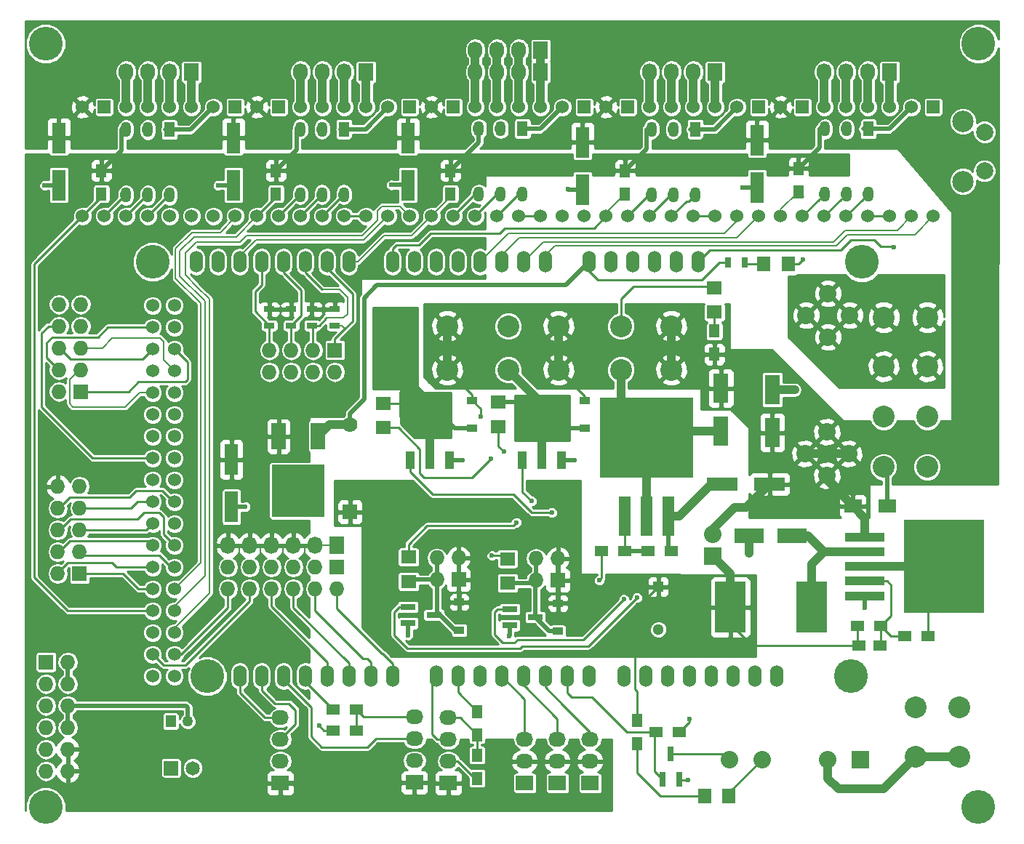
<source format=gbr>
G04 #@! TF.FileFunction,Copper,L1,Top,Signal*
%FSLAX46Y46*%
G04 Gerber Fmt 4.6, Leading zero omitted, Abs format (unit mm)*
G04 Created by KiCad (PCBNEW 4.0.2-stable) date 4/20/2016 11:19:16 PM*
%MOMM*%
G01*
G04 APERTURE LIST*
%ADD10C,0.100000*%
%ADD11O,1.524000X2.540000*%
%ADD12C,3.937000*%
%ADD13C,1.524000*%
%ADD14C,2.540000*%
%ADD15R,3.599180X1.600200*%
%ADD16R,3.556000X6.000000*%
%ADD17R,1.600200X3.599180*%
%ADD18R,2.032000X2.032000*%
%ADD19C,2.032000*%
%ADD20R,1.524000X1.524000*%
%ADD21R,1.220000X0.910000*%
%ADD22R,1.300000X0.700000*%
%ADD23R,3.657600X2.032000*%
%ADD24R,1.016000X2.032000*%
%ADD25R,0.700000X1.300000*%
%ADD26R,1.500000X1.300000*%
%ADD27R,2.032000X1.727200*%
%ADD28O,2.032000X1.727200*%
%ADD29R,1.727200X2.032000*%
%ADD30O,1.727200X2.032000*%
%ADD31R,1.300000X1.500000*%
%ADD32R,4.600000X1.100000*%
%ADD33R,9.400000X10.800000*%
%ADD34R,1.390000X4.600000*%
%ADD35R,10.800000X9.400000*%
%ADD36R,1.800860X3.500120*%
%ADD37R,2.000000X1.600000*%
%ADD38R,3.500120X1.800860*%
%ADD39R,1.597660X1.800860*%
%ADD40R,1.800860X1.597660*%
%ADD41C,2.000000*%
%ADD42C,2.500000*%
%ADD43R,1.727200X1.727200*%
%ADD44O,1.727200X1.727200*%
%ADD45O,1.270000X1.778000*%
%ADD46R,1.270000X1.778000*%
%ADD47R,1.651000X3.048000*%
%ADD48R,6.096000X6.096000*%
%ADD49R,1.800860X0.800100*%
%ADD50R,0.800100X1.800860*%
%ADD51R,1.300000X1.300000*%
%ADD52C,1.300000*%
%ADD53C,1.778000*%
%ADD54R,1.778000X1.778000*%
%ADD55O,2.032000X2.032000*%
%ADD56R,1.500000X1.250000*%
%ADD57R,1.651000X1.651000*%
%ADD58C,1.651000*%
%ADD59R,1.270000X1.397000*%
%ADD60C,1.270000*%
%ADD61C,0.600000*%
%ADD62C,0.508000*%
%ADD63C,0.250000*%
%ADD64C,1.016000*%
%ADD65C,0.203200*%
%ADD66C,0.254000*%
G04 APERTURE END LIST*
D10*
D11*
X148082000Y-124460000D03*
X145542000Y-124460000D03*
X143002000Y-124460000D03*
X140462000Y-124460000D03*
X137922000Y-124460000D03*
X135382000Y-124460000D03*
X132842000Y-124460000D03*
X130302000Y-124460000D03*
X125222000Y-76200000D03*
X127762000Y-76200000D03*
X130302000Y-76200000D03*
X132842000Y-76200000D03*
X143002000Y-76200000D03*
X148082000Y-76200000D03*
X150622000Y-76200000D03*
X140462000Y-76200000D03*
X137922000Y-76200000D03*
X135382000Y-76200000D03*
X153162000Y-76200000D03*
X155702000Y-76200000D03*
X158242000Y-76200000D03*
X165862000Y-76200000D03*
X163322000Y-76200000D03*
X160782000Y-76200000D03*
X170942000Y-76200000D03*
X173482000Y-76200000D03*
X176022000Y-76200000D03*
X181102000Y-76200000D03*
X183642000Y-76200000D03*
X153162000Y-124460000D03*
X155702000Y-124460000D03*
X158242000Y-124460000D03*
X160782000Y-124460000D03*
X163322000Y-124460000D03*
X165862000Y-124460000D03*
X168402000Y-124460000D03*
X170942000Y-124460000D03*
X175006000Y-124460000D03*
X177546000Y-124460000D03*
X180086000Y-124460000D03*
X182626000Y-124460000D03*
X185166000Y-124460000D03*
X187706000Y-124460000D03*
X190246000Y-124460000D03*
X192786000Y-124460000D03*
X178562000Y-76200000D03*
D12*
X120142000Y-76200000D03*
X126492000Y-124460000D03*
X201422000Y-124460000D03*
X202692000Y-76200000D03*
D13*
X122682000Y-121920000D03*
X120142000Y-121920000D03*
X122682000Y-119380000D03*
X120142000Y-119380000D03*
X122682000Y-116840000D03*
X120142000Y-116840000D03*
X122682000Y-114300000D03*
X120142000Y-114300000D03*
X122682000Y-124460000D03*
X120142000Y-124460000D03*
X120142000Y-111760000D03*
X122682000Y-111760000D03*
X122682000Y-109220000D03*
X120142000Y-109220000D03*
X122682000Y-106680000D03*
X120142000Y-106680000D03*
X122682000Y-104140000D03*
X120142000Y-104140000D03*
X122682000Y-101600000D03*
X120142000Y-101600000D03*
X122682000Y-99060000D03*
X120142000Y-99060000D03*
X122682000Y-96520000D03*
X120142000Y-96520000D03*
X122682000Y-93980000D03*
X120142000Y-93980000D03*
X122682000Y-91440000D03*
X120142000Y-91440000D03*
X122682000Y-88900000D03*
X120142000Y-88900000D03*
X122682000Y-86360000D03*
X120142000Y-86360000D03*
X122682000Y-83820000D03*
X120142000Y-83820000D03*
X122682000Y-81280000D03*
X120142000Y-81280000D03*
D14*
X174671091Y-83705444D03*
X174671091Y-88785444D03*
D15*
X191980820Y-102108000D03*
X186479180Y-102108000D03*
D16*
X196881500Y-116443000D03*
X187381500Y-116443000D03*
D17*
X129311400Y-99230180D03*
X129311400Y-104731820D03*
D18*
X202514200Y-134162800D03*
D19*
X198704200Y-134162800D03*
X191084200Y-134162800D03*
X187274200Y-134162800D03*
D20*
X170370500Y-58166000D03*
D13*
X167830500Y-58166000D03*
X165290500Y-58166000D03*
X162750500Y-58166000D03*
X160210500Y-58166000D03*
X157670500Y-58166000D03*
D20*
X155130500Y-58166000D03*
D13*
X152590500Y-58166000D03*
X152590500Y-70866000D03*
X155130500Y-70866000D03*
X157670500Y-70866000D03*
X160210500Y-70866000D03*
X162750500Y-70866000D03*
X165290500Y-70866000D03*
X167830500Y-70866000D03*
X170370500Y-70866000D03*
D20*
X211010500Y-58166000D03*
D13*
X208470500Y-58166000D03*
X205930500Y-58166000D03*
X203390500Y-58166000D03*
X200850500Y-58166000D03*
X198310500Y-58166000D03*
D20*
X195770500Y-58166000D03*
D13*
X193230500Y-58166000D03*
X193230500Y-70866000D03*
X195770500Y-70866000D03*
X198310500Y-70866000D03*
X200850500Y-70866000D03*
X203390500Y-70866000D03*
X205930500Y-70866000D03*
X208470500Y-70866000D03*
X211010500Y-70866000D03*
D21*
X155829000Y-115840000D03*
X155829000Y-119110000D03*
D14*
X205257400Y-82677000D03*
X210337400Y-82677000D03*
X205232000Y-88392000D03*
X210312000Y-88392000D03*
X205232000Y-94234000D03*
X210312000Y-94234000D03*
D20*
X129730500Y-58166000D03*
D13*
X127190500Y-58166000D03*
X124650500Y-58166000D03*
X122110500Y-58166000D03*
X119570500Y-58166000D03*
X117030500Y-58166000D03*
D20*
X114490500Y-58166000D03*
D13*
X111950500Y-58166000D03*
X111950500Y-70866000D03*
X114490500Y-70866000D03*
X117030500Y-70866000D03*
X119570500Y-70866000D03*
X122110500Y-70866000D03*
X124650500Y-70866000D03*
X127190500Y-70866000D03*
X129730500Y-70866000D03*
D14*
X180513090Y-83705444D03*
X180513090Y-88785444D03*
D22*
X138684000Y-81727000D03*
X138684000Y-83627000D03*
X136271000Y-81727000D03*
X136271000Y-83627000D03*
X141351000Y-81727000D03*
X141351000Y-83627000D03*
D20*
X150050500Y-58166000D03*
D13*
X147510500Y-58166000D03*
X144970500Y-58166000D03*
X142430500Y-58166000D03*
X139890500Y-58166000D03*
X137350500Y-58166000D03*
D20*
X134810500Y-58166000D03*
D13*
X132270500Y-58166000D03*
X132270500Y-70866000D03*
X134810500Y-70866000D03*
X137350500Y-70866000D03*
X139890500Y-70866000D03*
X142430500Y-70866000D03*
X144970500Y-70866000D03*
X147510500Y-70866000D03*
X150050500Y-70866000D03*
D20*
X190690500Y-58166000D03*
D13*
X188150500Y-58166000D03*
X185610500Y-58166000D03*
X183070500Y-58166000D03*
X180530500Y-58166000D03*
X177990500Y-58166000D03*
D20*
X175450500Y-58166000D03*
D13*
X172910500Y-58166000D03*
X172910500Y-70866000D03*
X175450500Y-70866000D03*
X177990500Y-70866000D03*
X180530500Y-70866000D03*
X183070500Y-70866000D03*
X185610500Y-70866000D03*
X188150500Y-70866000D03*
X190690500Y-70866000D03*
D17*
X190500000Y-62019180D03*
X190500000Y-67520820D03*
X170180000Y-62273180D03*
X170180000Y-67774820D03*
X149860000Y-61765180D03*
X149860000Y-67266820D03*
X129540000Y-61765180D03*
X129540000Y-67266820D03*
X109220000Y-61765180D03*
X109220000Y-67266820D03*
D23*
X165481000Y-92710000D03*
D24*
X165481000Y-99314000D03*
X167767000Y-99314000D03*
X163195000Y-99314000D03*
D25*
X187137000Y-76263500D03*
X189037000Y-76263500D03*
D22*
X133731000Y-81727000D03*
X133731000Y-83627000D03*
D26*
X177783500Y-109855000D03*
X180483500Y-109855000D03*
X175086000Y-109855000D03*
X172386000Y-109855000D03*
D14*
X205232000Y-100076000D03*
X210312000Y-100076000D03*
D27*
X135001000Y-136906000D03*
D28*
X135001000Y-134366000D03*
X135001000Y-131826000D03*
X135001000Y-129286000D03*
D29*
X205930500Y-54102000D03*
D30*
X203390500Y-54102000D03*
X200850500Y-54102000D03*
X198310500Y-54102000D03*
D29*
X185610500Y-54102000D03*
D30*
X183070500Y-54102000D03*
X180530500Y-54102000D03*
X177990500Y-54102000D03*
D29*
X165303200Y-51562000D03*
D30*
X162763200Y-51562000D03*
X160223200Y-51562000D03*
X157683200Y-51562000D03*
D29*
X165303200Y-54102000D03*
D30*
X162763200Y-54102000D03*
X160223200Y-54102000D03*
X157683200Y-54102000D03*
D29*
X144970500Y-54102000D03*
D30*
X142430500Y-54102000D03*
X139890500Y-54102000D03*
X137350500Y-54102000D03*
D29*
X124650500Y-54102000D03*
D30*
X122110500Y-54102000D03*
X119570500Y-54102000D03*
X117030500Y-54102000D03*
D14*
X167386000Y-88773000D03*
X167386000Y-83693000D03*
X161544000Y-88773000D03*
X161544000Y-83693000D03*
D31*
X185547000Y-86973400D03*
X185547000Y-84273400D03*
X154813000Y-65579000D03*
X154813000Y-68279000D03*
X195326000Y-65325000D03*
X195326000Y-68025000D03*
X175133000Y-65579000D03*
X175133000Y-68279000D03*
X134493000Y-65579000D03*
X134493000Y-68279000D03*
X114173000Y-65579000D03*
X114173000Y-68279000D03*
D32*
X203073000Y-115096500D03*
X203073000Y-113396500D03*
X203073000Y-109996500D03*
D33*
X212223000Y-111696500D03*
D32*
X203073000Y-111696500D03*
X203073000Y-108296500D03*
D34*
X177673000Y-105797000D03*
D35*
X177673000Y-96647000D03*
D34*
X180213000Y-105797000D03*
X175133000Y-105797000D03*
D36*
X192278000Y-96098360D03*
X192278000Y-91099640D03*
D37*
X201644500Y-104648000D03*
X205644500Y-104648000D03*
D38*
X194586860Y-108077000D03*
X189588140Y-108077000D03*
D26*
X202231000Y-118618000D03*
X204931000Y-118618000D03*
X207692000Y-119761000D03*
X210392000Y-119761000D03*
D23*
X152400000Y-92710000D03*
D24*
X152400000Y-99314000D03*
X154686000Y-99314000D03*
X150114000Y-99314000D03*
D39*
X191302640Y-76454000D03*
X194142360Y-76454000D03*
D40*
X185547000Y-82064860D03*
X185547000Y-79225140D03*
X161480500Y-110784640D03*
X161480500Y-113624360D03*
X160401000Y-95399860D03*
X160401000Y-92560140D03*
X147015200Y-95501460D03*
X147015200Y-92661740D03*
X149923500Y-110594140D03*
X149923500Y-113433860D03*
D36*
X186309000Y-90932000D03*
X186309000Y-95930720D03*
D41*
X216969600Y-65593600D03*
X216969600Y-61093600D03*
D42*
X214469600Y-66843600D03*
X214469600Y-59843600D03*
D21*
X157353000Y-92345000D03*
X157353000Y-95615000D03*
X167322500Y-115967000D03*
X167322500Y-119237000D03*
X170434000Y-92345000D03*
X170434000Y-95615000D03*
D14*
X154432000Y-83693000D03*
X154432000Y-88773000D03*
X148463000Y-88773000D03*
X148463000Y-83693000D03*
D43*
X141351000Y-86487000D03*
D44*
X141351000Y-89027000D03*
X138811000Y-86487000D03*
X138811000Y-89027000D03*
X136271000Y-86487000D03*
X136271000Y-89027000D03*
X133731000Y-86487000D03*
X133731000Y-89027000D03*
D43*
X141605000Y-111760000D03*
D44*
X141605000Y-114300000D03*
X139065000Y-111760000D03*
X139065000Y-114300000D03*
X136525000Y-111760000D03*
X136525000Y-114300000D03*
X133985000Y-111760000D03*
X133985000Y-114300000D03*
X131445000Y-111760000D03*
X131445000Y-114300000D03*
X128905000Y-111760000D03*
X128905000Y-114300000D03*
D29*
X141605000Y-109220000D03*
D30*
X139065000Y-109220000D03*
X136525000Y-109220000D03*
X133985000Y-109220000D03*
X131445000Y-109220000D03*
X128905000Y-109220000D03*
D27*
X163449000Y-136906000D03*
D28*
X163449000Y-134366000D03*
X163449000Y-131826000D03*
D27*
X167259000Y-136906000D03*
D28*
X167259000Y-134366000D03*
X167259000Y-131826000D03*
D27*
X171069000Y-136906000D03*
D28*
X171069000Y-134366000D03*
X171069000Y-131826000D03*
D27*
X154559000Y-136906000D03*
D28*
X154559000Y-134366000D03*
X154559000Y-131826000D03*
X154559000Y-129286000D03*
D27*
X150622000Y-136842500D03*
D28*
X150622000Y-134302500D03*
X150622000Y-131762500D03*
X150622000Y-129222500D03*
D14*
X208965800Y-128092200D03*
X214045800Y-128092200D03*
X208991200Y-133883400D03*
X214071200Y-133883400D03*
D26*
X178736000Y-130937000D03*
X181436000Y-130937000D03*
D31*
X176530000Y-129587000D03*
X176530000Y-132287000D03*
D39*
X184381140Y-138430000D03*
X187220860Y-138430000D03*
D19*
X201168000Y-98552000D03*
X196088000Y-98552000D03*
X198628000Y-96012000D03*
X198628000Y-101092000D03*
X201295000Y-82423000D03*
X196215000Y-82423000D03*
X198755000Y-79883000D03*
X198755000Y-84963000D03*
D45*
X203479400Y-68351400D03*
D46*
X203479400Y-60731400D03*
D45*
X200939400Y-68351400D03*
X200939400Y-60731400D03*
X198399400Y-68351400D03*
X198399400Y-60731400D03*
X183286400Y-68376800D03*
D46*
X183286400Y-60756800D03*
D45*
X180746400Y-68376800D03*
X180746400Y-60756800D03*
X178206400Y-68376800D03*
X178206400Y-60756800D03*
X163195000Y-68326000D03*
D46*
X163195000Y-60706000D03*
D45*
X160655000Y-68326000D03*
X160655000Y-60706000D03*
X158115000Y-68326000D03*
X158115000Y-60706000D03*
X142392400Y-68376800D03*
D46*
X142392400Y-60756800D03*
D45*
X139852400Y-68376800D03*
X139852400Y-60756800D03*
X137312400Y-68376800D03*
X137312400Y-60756800D03*
X122097800Y-68427600D03*
D46*
X122097800Y-60807600D03*
D45*
X119557800Y-68427600D03*
X119557800Y-60807600D03*
X117017800Y-68427600D03*
X117017800Y-60807600D03*
D47*
X139369800Y-96520000D03*
D48*
X137083800Y-102870000D03*
D47*
X134797800Y-96520000D03*
D12*
X107696000Y-50800000D03*
X216281000Y-50800000D03*
X107696000Y-139700000D03*
X216281000Y-139700000D03*
D49*
X161693860Y-116652000D03*
X161693860Y-118552000D03*
X164696140Y-117602000D03*
D50*
X179517000Y-136502140D03*
X181417000Y-136502140D03*
X180467000Y-133499860D03*
D49*
X149882860Y-116398000D03*
X149882860Y-118298000D03*
X152885140Y-117348000D03*
D51*
X179006500Y-114046000D03*
D52*
X179006500Y-119046000D03*
D53*
X143126460Y-95185980D03*
D54*
X143126460Y-105345980D03*
D43*
X167322500Y-113284000D03*
D44*
X164782500Y-113284000D03*
X167322500Y-110744000D03*
X164782500Y-110744000D03*
D43*
X155765500Y-113220500D03*
D44*
X153225500Y-113220500D03*
X155765500Y-110680500D03*
X153225500Y-110680500D03*
D18*
X185356500Y-110490000D03*
D55*
X185356500Y-107950000D03*
D56*
X202331000Y-120904000D03*
X204831000Y-120904000D03*
D31*
X157924500Y-131271000D03*
X157924500Y-128571000D03*
X157924500Y-133651000D03*
X157924500Y-136351000D03*
D26*
X143844000Y-128333500D03*
X141144000Y-128333500D03*
X143844000Y-130810000D03*
X141144000Y-130810000D03*
D43*
X107721400Y-122834400D03*
D44*
X110261400Y-122834400D03*
X107721400Y-125374400D03*
X110261400Y-125374400D03*
X107721400Y-127914400D03*
X110261400Y-127914400D03*
X107721400Y-130454400D03*
X110261400Y-130454400D03*
X107721400Y-132994400D03*
X110261400Y-132994400D03*
X107721400Y-135534400D03*
X110261400Y-135534400D03*
D57*
X122286600Y-135162800D03*
D58*
X124786600Y-135162800D03*
D59*
X122232600Y-129727200D03*
D60*
X124232600Y-129727200D03*
D43*
X111633000Y-112522000D03*
D44*
X109093000Y-112522000D03*
X111633000Y-109982000D03*
X109093000Y-109982000D03*
X111633000Y-107442000D03*
X109093000Y-107442000D03*
X111633000Y-104902000D03*
X109093000Y-104902000D03*
X111633000Y-102362000D03*
X109093000Y-102362000D03*
D43*
X111760000Y-91313000D03*
D44*
X109220000Y-91313000D03*
X111760000Y-88773000D03*
X109220000Y-88773000D03*
X111760000Y-86233000D03*
X109220000Y-86233000D03*
X111760000Y-83693000D03*
X109220000Y-83693000D03*
X111760000Y-81153000D03*
X109220000Y-81153000D03*
D61*
X130937000Y-104724200D03*
X206578200Y-111696500D03*
X195834000Y-75946000D03*
X180213000Y-108648500D03*
X139509500Y-130238500D03*
X149860000Y-119697500D03*
X161671000Y-119761000D03*
X182626000Y-129413000D03*
X182435500Y-136525000D03*
X182346600Y-104902000D03*
X189547500Y-110172500D03*
X212280500Y-111633000D03*
X203073000Y-116522500D03*
X138353800Y-102870000D03*
X137083800Y-102870000D03*
X135813800Y-102870000D03*
X147929600Y-67259200D03*
X194881500Y-91122500D03*
X127762000Y-67310000D03*
X188849000Y-67564000D03*
X168465500Y-67754500D03*
X156210000Y-99314000D03*
X169227500Y-99314000D03*
X107569000Y-67310000D03*
X206451200Y-74472800D03*
X148463000Y-121488200D03*
X156781500Y-105346500D03*
X159639000Y-110426500D03*
X161036000Y-98298000D03*
X172148500Y-113284000D03*
X159512000Y-99123500D03*
X162496500Y-106553000D03*
X164274500Y-104076500D03*
X175006000Y-115506500D03*
X166624000Y-105410000D03*
X176530000Y-115316000D03*
X106883200Y-62712600D03*
X158292800Y-94208600D03*
X181940200Y-95910400D03*
X177673000Y-100863400D03*
X177673000Y-96647000D03*
X174726600Y-93167200D03*
D62*
X129311400Y-104731820D02*
X130929380Y-104731820D01*
X130929380Y-104731820D02*
X130937000Y-104724200D01*
D63*
X194142360Y-76454000D02*
X195326000Y-76454000D01*
X195326000Y-76454000D02*
X195834000Y-75946000D01*
D62*
X180213000Y-105797000D02*
X180213000Y-108648500D01*
X180213000Y-108648500D02*
X180213000Y-109584500D01*
X180213000Y-109584500D02*
X180483500Y-109855000D01*
D63*
X157924500Y-136351000D02*
X157623500Y-136351000D01*
X157623500Y-136351000D02*
X155638500Y-134366000D01*
X155638500Y-134366000D02*
X154559000Y-134366000D01*
X141144000Y-130810000D02*
X140081000Y-130810000D01*
X140081000Y-130810000D02*
X139509500Y-130238500D01*
D62*
X149882860Y-118298000D02*
X149882860Y-119674640D01*
X149882860Y-119674640D02*
X149860000Y-119697500D01*
X161693860Y-118552000D02*
X161693860Y-119738140D01*
X161693860Y-119738140D02*
X161671000Y-119761000D01*
D63*
X181436000Y-130937000D02*
X182626000Y-129747000D01*
X182626000Y-129747000D02*
X182626000Y-129413000D01*
X181417000Y-136502140D02*
X181439860Y-136525000D01*
X181439860Y-136525000D02*
X182435500Y-136525000D01*
D64*
X180213000Y-105797000D02*
X181477000Y-105797000D01*
X182346600Y-104902000D02*
X185166000Y-102108000D01*
X181477000Y-105797000D02*
X182346600Y-104902000D01*
X186479180Y-102108000D02*
X185166000Y-102108000D01*
X189588140Y-108077000D02*
X189588140Y-110131860D01*
X189588140Y-110131860D02*
X189547500Y-110172500D01*
D62*
X205644500Y-104648000D02*
X205644500Y-100488500D01*
X205644500Y-100488500D02*
X205232000Y-100076000D01*
X212280500Y-111633000D02*
X212223000Y-111690500D01*
X212223000Y-111690500D02*
X212223000Y-111696500D01*
X203073000Y-115096500D02*
X203073000Y-116522500D01*
D63*
X210392000Y-119761000D02*
X210392000Y-113527500D01*
X210392000Y-113527500D02*
X212223000Y-111696500D01*
D64*
X203073000Y-111696500D02*
X206578200Y-111696500D01*
X206578200Y-111696500D02*
X212223000Y-111696500D01*
D62*
X149860000Y-67266820D02*
X149852380Y-67259200D01*
X149852380Y-67259200D02*
X147929600Y-67259200D01*
D64*
X192278000Y-91099640D02*
X194858640Y-91099640D01*
X194858640Y-91099640D02*
X194881500Y-91122500D01*
D62*
X129540000Y-67266820D02*
X127805180Y-67266820D01*
X127805180Y-67266820D02*
X127762000Y-67310000D01*
X190500000Y-67520820D02*
X188892180Y-67520820D01*
X188892180Y-67520820D02*
X188849000Y-67564000D01*
X170180000Y-67774820D02*
X168485820Y-67774820D01*
X168485820Y-67774820D02*
X168465500Y-67754500D01*
X154686000Y-99314000D02*
X156210000Y-99314000D01*
X167767000Y-99314000D02*
X169227500Y-99314000D01*
X109220000Y-67266820D02*
X107612180Y-67266820D01*
X107612180Y-67266820D02*
X107569000Y-67310000D01*
D63*
X206451200Y-74472800D02*
X206400400Y-74422000D01*
X206400400Y-74422000D02*
X205359000Y-74422000D01*
X205359000Y-74422000D02*
X204914500Y-74422000D01*
X185039000Y-74803000D02*
X183642000Y-76200000D01*
X200279000Y-74803000D02*
X185039000Y-74803000D01*
X201422000Y-73660000D02*
X200279000Y-74803000D01*
X204152500Y-73660000D02*
X201422000Y-73660000D01*
X204914500Y-74422000D02*
X204152500Y-73660000D01*
X205359000Y-74422000D02*
X205232000Y-74422000D01*
D65*
X208470500Y-70866000D02*
X206819500Y-72517000D01*
X165630202Y-73891798D02*
X163322000Y-76200000D01*
X199412202Y-73891798D02*
X165630202Y-73891798D01*
X200787000Y-72517000D02*
X199412202Y-73891798D01*
X206819500Y-72517000D02*
X200787000Y-72517000D01*
X165862000Y-75438000D02*
X167005000Y-74295000D01*
X208851500Y-73025000D02*
X211010500Y-70866000D01*
X201041000Y-73025000D02*
X208851500Y-73025000D01*
X199771000Y-74295000D02*
X201041000Y-73025000D01*
X167005000Y-74295000D02*
X199771000Y-74295000D01*
X165862000Y-75438000D02*
X165862000Y-75184000D01*
X193230500Y-70866000D02*
X193230500Y-70120500D01*
X193230500Y-70120500D02*
X195326000Y-68025000D01*
D63*
X195834000Y-68533000D02*
X195326000Y-68025000D01*
D65*
X141351000Y-83627000D02*
X142148600Y-83627000D01*
X142148600Y-83627000D02*
X142537200Y-84015600D01*
D63*
X141351000Y-86487000D02*
X141351000Y-85201800D01*
X140462000Y-76200000D02*
X140462000Y-76962000D01*
X140462000Y-76962000D02*
X143408400Y-79908400D01*
X143408400Y-83144400D02*
X142537200Y-84015600D01*
X142537200Y-84015600D02*
X141351000Y-85201800D01*
X143408400Y-79908400D02*
X143408400Y-83144400D01*
D62*
X124232600Y-129727200D02*
X124232600Y-128093400D01*
X124053600Y-127914400D02*
X110261400Y-127914400D01*
X124232600Y-128093400D02*
X124053600Y-127914400D01*
X110261400Y-127914400D02*
X110261400Y-130454400D01*
X167322500Y-115967000D02*
X167322500Y-113284000D01*
D63*
X176530000Y-129587000D02*
X176530000Y-126238000D01*
X176276000Y-116776500D02*
X179006500Y-114046000D01*
X176276000Y-125984000D02*
X176276000Y-116776500D01*
X176530000Y-126238000D02*
X176276000Y-125984000D01*
D62*
X167322500Y-110744000D02*
X167322500Y-113284000D01*
X155829000Y-115840000D02*
X155829000Y-113284000D01*
X155829000Y-113284000D02*
X155765500Y-113220500D01*
X155765500Y-113220500D02*
X155765500Y-110680500D01*
D64*
X185356500Y-110490000D02*
X187381500Y-112515000D01*
X187381500Y-112515000D02*
X187381500Y-116443000D01*
D63*
X202231000Y-118618000D02*
X202231000Y-120804000D01*
X202231000Y-120804000D02*
X202331000Y-120904000D01*
X187381500Y-116443000D02*
X187381500Y-118357000D01*
X187381500Y-118357000D02*
X189928500Y-120904000D01*
X189928500Y-120904000D02*
X202331000Y-120904000D01*
X136271000Y-86487000D02*
X136271000Y-83627000D01*
X135382000Y-76200000D02*
X135382000Y-77470000D01*
X135382000Y-77470000D02*
X137414000Y-79502000D01*
X137414000Y-82484000D02*
X136271000Y-83627000D01*
X137414000Y-79502000D02*
X137414000Y-82484000D01*
D65*
X139903200Y-79451200D02*
X141935200Y-79451200D01*
X142341600Y-82753200D02*
X140335000Y-82753200D01*
X142798800Y-82296000D02*
X142341600Y-82753200D01*
X142798800Y-80314800D02*
X142798800Y-82296000D01*
X141935200Y-79451200D02*
X142798800Y-80314800D01*
D63*
X138811000Y-86487000D02*
X138811000Y-83754000D01*
X138811000Y-83754000D02*
X138684000Y-83627000D01*
X137922000Y-76200000D02*
X137922000Y-77470000D01*
X137922000Y-77470000D02*
X139903200Y-79451200D01*
X140335000Y-82753200D02*
X140335000Y-82804000D01*
X140335000Y-82804000D02*
X139512000Y-83627000D01*
X139512000Y-83627000D02*
X138684000Y-83627000D01*
D65*
X137820400Y-109220000D02*
X137820400Y-110337600D01*
X137820400Y-110337600D02*
X137795000Y-110363000D01*
X135280400Y-109220000D02*
X135280400Y-110490000D01*
X135280400Y-110490000D02*
X135255000Y-110515400D01*
X132715000Y-109220000D02*
X132715000Y-110312200D01*
X132715000Y-110312200D02*
X132689600Y-110337600D01*
X130200400Y-109220000D02*
X130200400Y-110413800D01*
X130251200Y-110464600D02*
X130454400Y-110464600D01*
X130200400Y-110413800D02*
X130251200Y-110464600D01*
D63*
X198399400Y-60731400D02*
X198374000Y-60706000D01*
X198374000Y-60706000D02*
X197764400Y-60706000D01*
X197764400Y-60706000D02*
X198399400Y-60731400D01*
X117017800Y-60807600D02*
X116535200Y-60807600D01*
X138684000Y-81727000D02*
X138684000Y-82194400D01*
X138684000Y-82194400D02*
X138074400Y-82804000D01*
X138684000Y-81727000D02*
X138684000Y-80467200D01*
X138684000Y-80467200D02*
X138201400Y-79984600D01*
D65*
X141351000Y-81727000D02*
X138684000Y-81727000D01*
X136271000Y-81727000D02*
X133731000Y-81727000D01*
D62*
X195326000Y-65325000D02*
X197764400Y-62886600D01*
X197764400Y-62886600D02*
X197764400Y-60706000D01*
X175133000Y-65579000D02*
X177647600Y-63064400D01*
X177647600Y-63064400D02*
X177647600Y-60756800D01*
X154813000Y-65579000D02*
X158115000Y-62277000D01*
X158115000Y-62277000D02*
X158115000Y-60706000D01*
X134493000Y-65579000D02*
X136906000Y-63166000D01*
X136906000Y-63166000D02*
X136906000Y-60756800D01*
X114173000Y-65579000D02*
X116535200Y-63216800D01*
X116535200Y-63216800D02*
X116535200Y-60807600D01*
X127190500Y-58166000D02*
X124548900Y-60807600D01*
X124548900Y-60807600D02*
X121615200Y-60807600D01*
X147510500Y-58166000D02*
X144919700Y-60756800D01*
X144919700Y-60756800D02*
X141986000Y-60756800D01*
X167830500Y-58166000D02*
X165290500Y-60706000D01*
X165290500Y-60706000D02*
X163195000Y-60706000D01*
X188150500Y-58166000D02*
X185559700Y-60756800D01*
X185559700Y-60756800D02*
X182727600Y-60756800D01*
X208470500Y-58166000D02*
X205930500Y-60706000D01*
X205930500Y-60706000D02*
X202844400Y-60706000D01*
D65*
X128905000Y-109220000D02*
X130200400Y-109220000D01*
X130200400Y-109220000D02*
X131445000Y-109220000D01*
X131445000Y-109220000D02*
X132715000Y-109220000D01*
X132715000Y-109220000D02*
X133985000Y-109220000D01*
X133985000Y-109220000D02*
X135280400Y-109220000D01*
X135280400Y-109220000D02*
X136525000Y-109220000D01*
X136525000Y-109220000D02*
X137820400Y-109220000D01*
X137820400Y-109220000D02*
X139065000Y-109220000D01*
X139065000Y-109220000D02*
X141605000Y-109220000D01*
D62*
X135001000Y-136906000D02*
X144526000Y-136906000D01*
D65*
X154813000Y-68279000D02*
X154813000Y-68643500D01*
X154813000Y-68643500D02*
X152590500Y-70866000D01*
X143002000Y-76200000D02*
X144018000Y-76200000D01*
X150304500Y-73152000D02*
X152590500Y-70866000D01*
X147066000Y-73152000D02*
X150304500Y-73152000D01*
X144018000Y-76200000D02*
X147066000Y-73152000D01*
X160782000Y-76200000D02*
X160782000Y-75438000D01*
X188150500Y-73406000D02*
X190690500Y-70866000D01*
X162814000Y-73406000D02*
X188150500Y-73406000D01*
X160782000Y-75438000D02*
X162814000Y-73406000D01*
X160782000Y-76200000D02*
X160782000Y-75819000D01*
X188150500Y-70866000D02*
X188150500Y-71437500D01*
X188150500Y-71437500D02*
X186690000Y-72898000D01*
X186690000Y-72898000D02*
X161544000Y-72898000D01*
X161544000Y-72898000D02*
X158242000Y-76200000D01*
D63*
X148082000Y-76200000D02*
X148082000Y-74676000D01*
X171513500Y-72263000D02*
X172910500Y-70866000D01*
X161163000Y-72263000D02*
X171513500Y-72263000D01*
X160528000Y-72898000D02*
X161163000Y-72263000D01*
X152527000Y-72898000D02*
X160528000Y-72898000D01*
X151155400Y-74269600D02*
X152527000Y-72898000D01*
X148488400Y-74269600D02*
X151155400Y-74269600D01*
X148082000Y-74676000D02*
X148488400Y-74269600D01*
D65*
X172910500Y-70866000D02*
X172910500Y-70501500D01*
X172910500Y-70501500D02*
X175133000Y-68279000D01*
D63*
X134493000Y-68279000D02*
X134493000Y-68643500D01*
X134493000Y-68643500D02*
X132270500Y-70866000D01*
D65*
X122682000Y-116840000D02*
X122682000Y-116332000D01*
X122682000Y-116332000D02*
X126238000Y-112776000D01*
X126238000Y-112776000D02*
X126238000Y-80772000D01*
X126238000Y-80772000D02*
X123317000Y-77851000D01*
X123317000Y-77851000D02*
X123317000Y-74930000D01*
X123317000Y-74930000D02*
X124968000Y-73279000D01*
X124968000Y-73279000D02*
X129857500Y-73279000D01*
X129857500Y-73279000D02*
X132270500Y-70866000D01*
X130302000Y-76200000D02*
X130302000Y-75539600D01*
X144716500Y-73660000D02*
X147510500Y-70866000D01*
X132181600Y-73660000D02*
X144716500Y-73660000D01*
X130302000Y-75539600D02*
X132181600Y-73660000D01*
X143891000Y-73152000D02*
X144526000Y-73152000D01*
X123952000Y-77724000D02*
X123952000Y-75184000D01*
X123952000Y-75184000D02*
X125222000Y-73914000D01*
X125222000Y-73914000D02*
X130302000Y-73914000D01*
X130302000Y-73914000D02*
X131064000Y-73152000D01*
X131064000Y-73152000D02*
X143891000Y-73152000D01*
X122682000Y-118872000D02*
X126746000Y-114808000D01*
X126746000Y-114808000D02*
X126746000Y-80518000D01*
X126746000Y-80518000D02*
X125349000Y-79121000D01*
X125349000Y-79121000D02*
X123952000Y-77724000D01*
X148907500Y-69723000D02*
X150050500Y-70866000D01*
X146812000Y-69723000D02*
X148907500Y-69723000D01*
X146304000Y-70231000D02*
X146812000Y-69723000D01*
X146304000Y-71374000D02*
X146304000Y-70231000D01*
X144526000Y-73152000D02*
X146304000Y-71374000D01*
X122682000Y-119380000D02*
X122682000Y-118872000D01*
D63*
X106934000Y-113538000D02*
X106362500Y-112966500D01*
X106362500Y-76454000D02*
X106934000Y-75882500D01*
X106362500Y-112966500D02*
X106362500Y-76454000D01*
X114173000Y-68279000D02*
X114173000Y-68643500D01*
X114173000Y-68643500D02*
X111950500Y-70866000D01*
X120142000Y-116840000D02*
X110236000Y-116840000D01*
X106934000Y-75882500D02*
X111950500Y-70866000D01*
X110236000Y-116840000D02*
X106934000Y-113538000D01*
D65*
X129730500Y-70866000D02*
X129730500Y-71056500D01*
X129730500Y-71056500D02*
X128016000Y-72771000D01*
X128016000Y-72771000D02*
X124714000Y-72771000D01*
X124714000Y-72771000D02*
X122809000Y-74676000D01*
X122809000Y-74676000D02*
X122809000Y-78105000D01*
X122809000Y-78105000D02*
X125730000Y-81026000D01*
X125730000Y-81026000D02*
X125730000Y-111252000D01*
X125730000Y-111252000D02*
X122682000Y-114300000D01*
D63*
X153162000Y-76200000D02*
X153162000Y-75946000D01*
D65*
X155702000Y-76200000D02*
X155702000Y-75565000D01*
D64*
X144970500Y-54102000D02*
X144970500Y-58166000D01*
X142430500Y-54102000D02*
X142430500Y-58166000D01*
X139890500Y-54102000D02*
X139890500Y-58166000D01*
X137350500Y-54102000D02*
X137350500Y-58166000D01*
D63*
X136906000Y-68376800D02*
X136906000Y-68770500D01*
X136906000Y-68770500D02*
X134810500Y-70866000D01*
X137312400Y-68122800D02*
X137312400Y-68364100D01*
X139446000Y-68376800D02*
X139446000Y-68770500D01*
X139446000Y-68770500D02*
X137350500Y-70866000D01*
X139852400Y-68122800D02*
X139852400Y-68364100D01*
X141986000Y-68376800D02*
X141986000Y-68770500D01*
X141986000Y-68770500D02*
X139890500Y-70866000D01*
X142392400Y-68122800D02*
X142392400Y-68364100D01*
X144970500Y-70866000D02*
X142430500Y-70866000D01*
D64*
X124650500Y-54102000D02*
X124650500Y-58166000D01*
X122110500Y-54102000D02*
X122110500Y-58166000D01*
X119570500Y-54102000D02*
X119570500Y-58166000D01*
X117030500Y-54102000D02*
X117030500Y-58166000D01*
D63*
X117017800Y-68427600D02*
X116535200Y-68910200D01*
X116535200Y-68910200D02*
X116446300Y-68910200D01*
X116446300Y-68910200D02*
X117017800Y-68427600D01*
X116535200Y-68427600D02*
X116535200Y-68821300D01*
X116535200Y-68821300D02*
X114490500Y-70866000D01*
X119557800Y-68427600D02*
X119075200Y-68910200D01*
X119075200Y-68910200D02*
X118986300Y-68910200D01*
X118986300Y-68910200D02*
X119557800Y-68427600D01*
X119075200Y-68427600D02*
X119075200Y-68821300D01*
X119075200Y-68821300D02*
X117030500Y-70866000D01*
X122097800Y-68427600D02*
X121615200Y-68910200D01*
X121615200Y-68910200D02*
X121526300Y-68910200D01*
X121526300Y-68910200D02*
X122097800Y-68427600D01*
X121615200Y-68427600D02*
X121615200Y-68821300D01*
X121615200Y-68821300D02*
X119570500Y-70866000D01*
D64*
X205930500Y-54102000D02*
X205930500Y-58166000D01*
X203390500Y-54102000D02*
X203390500Y-58166000D01*
X200850500Y-54102000D02*
X200850500Y-58166000D01*
X198310500Y-54102000D02*
X198310500Y-58166000D01*
D65*
X198399400Y-68351400D02*
X197878700Y-68872100D01*
X197878700Y-68872100D02*
X197764400Y-68872100D01*
D63*
X197764400Y-68872100D02*
X195770500Y-70866000D01*
D65*
X200939400Y-68351400D02*
X200418700Y-68872100D01*
X200418700Y-68872100D02*
X200304400Y-68872100D01*
D63*
X200304400Y-68872100D02*
X198310500Y-70866000D01*
D65*
X203479400Y-68351400D02*
X202895200Y-68935600D01*
X202895200Y-68922900D02*
X202844400Y-68872100D01*
X202895200Y-68935600D02*
X202895200Y-68922900D01*
D63*
X202844400Y-68872100D02*
X200850500Y-70866000D01*
X205930500Y-70866000D02*
X203390500Y-70866000D01*
D64*
X185610500Y-54102000D02*
X185610500Y-58166000D01*
X183070500Y-54102000D02*
X183070500Y-58166000D01*
X180530500Y-54102000D02*
X180530500Y-58166000D01*
X177990500Y-54102000D02*
X177990500Y-58166000D01*
D63*
X178206400Y-68376800D02*
X177800000Y-68783200D01*
X177800000Y-68783200D02*
X177533300Y-68783200D01*
X177533300Y-68783200D02*
X175450500Y-70866000D01*
X180746400Y-68376800D02*
X180340000Y-68783200D01*
X180340000Y-68783200D02*
X180073300Y-68783200D01*
X180073300Y-68783200D02*
X177990500Y-70866000D01*
X183286400Y-68376800D02*
X182524400Y-69138800D01*
X182524400Y-69138800D02*
X182257700Y-69138800D01*
X182257700Y-69138800D02*
X180530500Y-70866000D01*
X185610500Y-70866000D02*
X183070500Y-70866000D01*
D64*
X165290500Y-58166000D02*
X165290500Y-54114700D01*
X165290500Y-54114700D02*
X165303200Y-54102000D01*
X165303200Y-54102000D02*
X165303200Y-51562000D01*
X162763200Y-51562000D02*
X162763200Y-54102000D01*
X162763200Y-54102000D02*
X162750500Y-54114700D01*
X162750500Y-54114700D02*
X162750500Y-58166000D01*
X160210500Y-58166000D02*
X160210500Y-54114700D01*
X160210500Y-54114700D02*
X160223200Y-54102000D01*
X160223200Y-54102000D02*
X160223200Y-51562000D01*
X157683200Y-51562000D02*
X157683200Y-54102000D01*
X157683200Y-54102000D02*
X157670500Y-54114700D01*
X157670500Y-54114700D02*
X157670500Y-58166000D01*
D63*
X158115000Y-68326000D02*
X157670500Y-68326000D01*
X157670500Y-68326000D02*
X155130500Y-70866000D01*
X160655000Y-68326000D02*
X160210500Y-68326000D01*
X160210500Y-68326000D02*
X157670500Y-70866000D01*
X163195000Y-68326000D02*
X162750500Y-68326000D01*
X162750500Y-68326000D02*
X160210500Y-70866000D01*
X165290500Y-70866000D02*
X162750500Y-70866000D01*
X133731000Y-86487000D02*
X133731000Y-83627000D01*
X132842000Y-76200000D02*
X132842000Y-78867000D01*
X132842000Y-78867000D02*
X132080000Y-79629000D01*
X132080000Y-79629000D02*
X132080000Y-81976000D01*
X132080000Y-81976000D02*
X133731000Y-83627000D01*
X191302640Y-76454000D02*
X189227500Y-76454000D01*
X189227500Y-76454000D02*
X189037000Y-76263500D01*
X185547000Y-82064860D02*
X185547000Y-84273400D01*
X185547000Y-81937860D02*
X185572400Y-81912460D01*
X161480500Y-110784640D02*
X161122360Y-110426500D01*
X161122360Y-110426500D02*
X159639000Y-110426500D01*
X160401000Y-95399860D02*
X160401000Y-97663000D01*
X160401000Y-97663000D02*
X161036000Y-98298000D01*
X124206000Y-87884000D02*
X122682000Y-86360000D01*
X124206000Y-89916000D02*
X124206000Y-87884000D01*
X123952000Y-90170000D02*
X124206000Y-89916000D01*
X118491000Y-90170000D02*
X123952000Y-90170000D01*
X117348000Y-91313000D02*
X118491000Y-90170000D01*
X111760000Y-91313000D02*
X117348000Y-91313000D01*
X109220000Y-91313000D02*
X109220000Y-91948000D01*
X118999000Y-87503000D02*
X120142000Y-86360000D01*
X110617000Y-87503000D02*
X118999000Y-87503000D01*
X109220000Y-86233000D02*
X109347000Y-86233000D01*
X109347000Y-86233000D02*
X110617000Y-87503000D01*
D62*
X177783500Y-109855000D02*
X175086000Y-109855000D01*
D63*
X175133000Y-105797000D02*
X175086000Y-105844000D01*
X175086000Y-105844000D02*
X175086000Y-109855000D01*
X132842000Y-124460000D02*
X132842000Y-126111000D01*
X136779000Y-130048000D02*
X135001000Y-131826000D01*
X136779000Y-128397000D02*
X136779000Y-130048000D01*
X136017000Y-127635000D02*
X136779000Y-128397000D01*
X134366000Y-127635000D02*
X136017000Y-127635000D01*
X132842000Y-126111000D02*
X134366000Y-127635000D01*
X135001000Y-129286000D02*
X133223000Y-129286000D01*
X130302000Y-126365000D02*
X130302000Y-124460000D01*
X133223000Y-129286000D02*
X130302000Y-126365000D01*
X148082000Y-124460000D02*
X148082000Y-123012200D01*
X148082000Y-123012200D02*
X146862800Y-121793000D01*
X141605000Y-116586000D02*
X141605000Y-114300000D01*
X146812000Y-121793000D02*
X141605000Y-116586000D01*
X146862800Y-121793000D02*
X146812000Y-121793000D01*
X148082000Y-123698000D02*
X148082000Y-124460000D01*
X172386000Y-109855000D02*
X172386000Y-113046500D01*
X172386000Y-113046500D02*
X172148500Y-113284000D01*
X172386000Y-109855000D02*
X171958000Y-110283000D01*
X136525000Y-114300000D02*
X136525000Y-116459000D01*
X136525000Y-116459000D02*
X143002000Y-122936000D01*
X143002000Y-122936000D02*
X143002000Y-124460000D01*
X123698000Y-123190000D02*
X123952000Y-123190000D01*
X123952000Y-123190000D02*
X131445000Y-115697000D01*
X131445000Y-114300000D02*
X131445000Y-115697000D01*
X121412000Y-123190000D02*
X120142000Y-121920000D01*
X123698000Y-123190000D02*
X121412000Y-123190000D01*
X139065000Y-114300000D02*
X139065000Y-116840000D01*
X145542000Y-122809000D02*
X145542000Y-124460000D01*
X145161000Y-122428000D02*
X145542000Y-122809000D01*
X144653000Y-122428000D02*
X145161000Y-122428000D01*
X139065000Y-116840000D02*
X144653000Y-122428000D01*
X133985000Y-114300000D02*
X133985000Y-116332000D01*
X140462000Y-122809000D02*
X140462000Y-124460000D01*
X133985000Y-116332000D02*
X140462000Y-122809000D01*
X122682000Y-121920000D02*
X123444000Y-121920000D01*
X123444000Y-121920000D02*
X128905000Y-116459000D01*
X128905000Y-116459000D02*
X128905000Y-114300000D01*
X187137000Y-76263500D02*
X186118500Y-76263500D01*
X186118500Y-76263500D02*
X184909500Y-77472500D01*
X170942000Y-76200000D02*
X170942000Y-77279500D01*
X170942000Y-77279500D02*
X171958000Y-78295500D01*
X184086500Y-78295500D02*
X184909500Y-77472500D01*
X171958000Y-78295500D02*
X184086500Y-78295500D01*
D62*
X143126460Y-95185980D02*
X143126460Y-93855540D01*
X168211500Y-78930500D02*
X170942000Y-76200000D01*
X146240500Y-78930500D02*
X168211500Y-78930500D01*
X144780000Y-80391000D02*
X146240500Y-78930500D01*
X144780000Y-92202000D02*
X144780000Y-80391000D01*
X143126460Y-93855540D02*
X144780000Y-92202000D01*
D64*
X143126460Y-95185980D02*
X140703820Y-95185980D01*
X140703820Y-95185980D02*
X139369800Y-96520000D01*
D63*
X207692000Y-119761000D02*
X206074000Y-119761000D01*
X206074000Y-119761000D02*
X204931000Y-118618000D01*
X204931000Y-118618000D02*
X204931000Y-120804000D01*
X204931000Y-120804000D02*
X204831000Y-120904000D01*
X203073000Y-113396500D02*
X205662000Y-113396500D01*
X206121000Y-117428000D02*
X204931000Y-118618000D01*
X206121000Y-113855500D02*
X206121000Y-117428000D01*
X205662000Y-113396500D02*
X206121000Y-113855500D01*
D64*
X194586860Y-108077000D02*
X196405500Y-108077000D01*
X196405500Y-108077000D02*
X198325000Y-109996500D01*
X203073000Y-109996500D02*
X198325000Y-109996500D01*
X198325000Y-109996500D02*
X198296000Y-109996500D01*
X196881500Y-111411000D02*
X196881500Y-116443000D01*
X198296000Y-109996500D02*
X196881500Y-111411000D01*
D63*
X148752560Y-95501460D02*
X147015200Y-95501460D01*
X151257000Y-98005900D02*
X148752560Y-95501460D01*
X151257000Y-100838000D02*
X151257000Y-98005900D01*
X151765000Y-101346000D02*
X151257000Y-100838000D01*
X157289500Y-101346000D02*
X151765000Y-101346000D01*
X159512000Y-99123500D02*
X157289500Y-101346000D01*
X149923500Y-109093000D02*
X149923500Y-110594140D01*
X152082500Y-106934000D02*
X149923500Y-109093000D01*
X162115500Y-106934000D02*
X152082500Y-106934000D01*
X162496500Y-106553000D02*
X162115500Y-106934000D01*
X163449000Y-131826000D02*
X163449000Y-127127000D01*
X163449000Y-127127000D02*
X160782000Y-124460000D01*
X160782000Y-124460000D02*
X160782000Y-124333000D01*
X167259000Y-131826000D02*
X167259000Y-129413000D01*
X167259000Y-129413000D02*
X163322000Y-125476000D01*
X163322000Y-125476000D02*
X163322000Y-124460000D01*
X171069000Y-131826000D02*
X171069000Y-130937000D01*
X165862000Y-125730000D02*
X165862000Y-124460000D01*
X168021000Y-127889000D02*
X165862000Y-125730000D01*
X168021000Y-127889000D02*
X168021000Y-127889000D01*
X171069000Y-130937000D02*
X168021000Y-127889000D01*
D62*
X164782500Y-110744000D02*
X164782500Y-113284000D01*
X164782500Y-113284000D02*
X164696140Y-113370360D01*
X164696140Y-113370360D02*
X164696140Y-117602000D01*
X161480500Y-113624360D02*
X164442140Y-113624360D01*
X164442140Y-113624360D02*
X164782500Y-113284000D01*
X167322500Y-119237000D02*
X166331140Y-119237000D01*
X166331140Y-119237000D02*
X164782500Y-117688360D01*
D64*
X165481000Y-99314000D02*
X165481000Y-92710000D01*
X165481000Y-92710000D02*
X161544000Y-88773000D01*
D62*
X160401000Y-92560140D02*
X165331140Y-92560140D01*
X165331140Y-92560140D02*
X168386000Y-95615000D01*
X168386000Y-95615000D02*
X170434000Y-95615000D01*
D64*
X165862000Y-93218000D02*
X165862000Y-93091000D01*
D63*
X147015200Y-92661740D02*
X147063460Y-92710000D01*
X147063460Y-92710000D02*
X152400000Y-92710000D01*
X157403800Y-95665800D02*
X157353000Y-95615000D01*
D62*
X157353000Y-95615000D02*
X155305000Y-95615000D01*
X155305000Y-95615000D02*
X152400000Y-92710000D01*
D64*
X152400000Y-92710000D02*
X148463000Y-88773000D01*
X152400000Y-99314000D02*
X152400000Y-92710000D01*
X148463000Y-88773000D02*
X148463000Y-83693000D01*
D62*
X153225500Y-110680500D02*
X153225500Y-113220500D01*
X149923500Y-113433860D02*
X150136860Y-113220500D01*
X150136860Y-113220500D02*
X153225500Y-113220500D01*
X153225500Y-113220500D02*
X153225500Y-117007640D01*
X153225500Y-117007640D02*
X155327860Y-119110000D01*
X155327860Y-119110000D02*
X155829000Y-119110000D01*
D63*
X163195000Y-102997000D02*
X163195000Y-99314000D01*
X164274500Y-104076500D02*
X163195000Y-102997000D01*
X160271500Y-116652000D02*
X161693860Y-116652000D01*
X159956500Y-116967000D02*
X160271500Y-116652000D01*
X159956500Y-119634000D02*
X159956500Y-116967000D01*
X160909000Y-120586500D02*
X159956500Y-119634000D01*
X162242500Y-120586500D02*
X160909000Y-120586500D01*
X162623500Y-120205500D02*
X162242500Y-120586500D01*
X170307000Y-120205500D02*
X162623500Y-120205500D01*
X175006000Y-115506500D02*
X170307000Y-120205500D01*
X150114000Y-100647500D02*
X150114000Y-99314000D01*
X152717500Y-103251000D02*
X150114000Y-100647500D01*
X162115500Y-103251000D02*
X152717500Y-103251000D01*
X164274500Y-105410000D02*
X162115500Y-103251000D01*
X166624000Y-105410000D02*
X164274500Y-105410000D01*
X149882860Y-116398000D02*
X148841500Y-116398000D01*
X170878500Y-120967500D02*
X176530000Y-115316000D01*
X163195000Y-120967500D02*
X170878500Y-120967500D01*
X162941000Y-121221500D02*
X163195000Y-120967500D01*
X149796500Y-121221500D02*
X162941000Y-121221500D01*
X148272500Y-119697500D02*
X149796500Y-121221500D01*
X148272500Y-116967000D02*
X148272500Y-119697500D01*
X148841500Y-116398000D02*
X148272500Y-116967000D01*
D62*
X110261400Y-122834400D02*
X110261400Y-125374400D01*
D64*
X201644500Y-104648000D02*
X198628000Y-101631500D01*
X198628000Y-101631500D02*
X198628000Y-101092000D01*
X185356500Y-107950000D02*
X185356500Y-107378500D01*
X185356500Y-107378500D02*
X187896500Y-104838500D01*
X187896500Y-104838500D02*
X189250320Y-104838500D01*
X189250320Y-104838500D02*
X191980820Y-102108000D01*
X203073000Y-108296500D02*
X203073000Y-106076500D01*
X203073000Y-106076500D02*
X201644500Y-104648000D01*
D63*
X158292800Y-93284800D02*
X157353000Y-92345000D01*
X158292800Y-94208600D02*
X158292800Y-93284800D01*
X170434000Y-92345000D02*
X170434000Y-91821000D01*
X170434000Y-91821000D02*
X167386000Y-88773000D01*
X157353000Y-92345000D02*
X157353000Y-91694000D01*
X157353000Y-91694000D02*
X154432000Y-88773000D01*
D64*
X196088000Y-98552000D02*
X201168000Y-98552000D01*
D62*
X154432000Y-88773000D02*
X154432000Y-89424000D01*
D64*
X180513090Y-83705444D02*
X180513090Y-88785444D01*
X167386000Y-83693000D02*
X167386000Y-88773000D01*
X154432000Y-83693000D02*
X154432000Y-88773000D01*
D62*
X193230500Y-58166000D02*
X193230500Y-58801000D01*
X132270500Y-58166000D02*
X132270500Y-58420000D01*
D63*
X120142000Y-83820000D02*
X114935000Y-83820000D01*
X114935000Y-83820000D02*
X113792000Y-84963000D01*
X113792000Y-84963000D02*
X108458000Y-84963000D01*
X108458000Y-84963000D02*
X107823000Y-85598000D01*
X107823000Y-85598000D02*
X107823000Y-87376000D01*
X107823000Y-87376000D02*
X109220000Y-88773000D01*
X111633000Y-112522000D02*
X116713000Y-112522000D01*
X116713000Y-112522000D02*
X118491000Y-114300000D01*
X118491000Y-114300000D02*
X120142000Y-114300000D01*
X109093000Y-112522000D02*
X109093000Y-112395000D01*
X109093000Y-112395000D02*
X110236000Y-111252000D01*
X110236000Y-111252000D02*
X115443000Y-111252000D01*
X120142000Y-111760000D02*
X115951000Y-111760000D01*
X115951000Y-111760000D02*
X115443000Y-111252000D01*
X122682000Y-111760000D02*
X122301000Y-111760000D01*
X122301000Y-111760000D02*
X120904000Y-110363000D01*
X120904000Y-110363000D02*
X112014000Y-110363000D01*
X112014000Y-110363000D02*
X111633000Y-109982000D01*
X110490000Y-108712000D02*
X119634000Y-108712000D01*
X119634000Y-108712000D02*
X120142000Y-109220000D01*
X109093000Y-109982000D02*
X109220000Y-109982000D01*
X109220000Y-109982000D02*
X110490000Y-108712000D01*
X119380000Y-107442000D02*
X120142000Y-106680000D01*
X111633000Y-107442000D02*
X119380000Y-107442000D01*
X109093000Y-107442000D02*
X109347000Y-107442000D01*
X109347000Y-107442000D02*
X110617000Y-106172000D01*
X110617000Y-106172000D02*
X118364000Y-106172000D01*
X118364000Y-106172000D02*
X119126000Y-105410000D01*
X119126000Y-105410000D02*
X120904000Y-105410000D01*
X120904000Y-105410000D02*
X121412000Y-105918000D01*
X121412000Y-105918000D02*
X121412000Y-107950000D01*
X121412000Y-107950000D02*
X122682000Y-109220000D01*
X111633000Y-104902000D02*
X117602000Y-104902000D01*
X117602000Y-104902000D02*
X118364000Y-104140000D01*
X118364000Y-104140000D02*
X120142000Y-104140000D01*
X110490000Y-103632000D02*
X109220000Y-104902000D01*
X109220000Y-104902000D02*
X109093000Y-104902000D01*
X117475000Y-103632000D02*
X110490000Y-103632000D01*
X122682000Y-104140000D02*
X122555000Y-104140000D01*
X122555000Y-104140000D02*
X121285000Y-102870000D01*
X121285000Y-102870000D02*
X118237000Y-102870000D01*
X118237000Y-102870000D02*
X117475000Y-103632000D01*
D65*
X118618000Y-91440000D02*
X120142000Y-91440000D01*
X116967000Y-93091000D02*
X118618000Y-91440000D01*
X110871000Y-93091000D02*
X116967000Y-93091000D01*
X110490000Y-92710000D02*
X110871000Y-93091000D01*
X111760000Y-88773000D02*
X111633000Y-88773000D01*
X111633000Y-88773000D02*
X110490000Y-89916000D01*
X110490000Y-89916000D02*
X110490000Y-92710000D01*
X114300000Y-86233000D02*
X111760000Y-86233000D01*
X115443000Y-85090000D02*
X114300000Y-86233000D01*
X121031000Y-85090000D02*
X115443000Y-85090000D01*
X121412000Y-85471000D02*
X121031000Y-85090000D01*
X121412000Y-87630000D02*
X121412000Y-85471000D01*
X122682000Y-88900000D02*
X121412000Y-87630000D01*
D63*
X108013500Y-83693000D02*
X109220000Y-83693000D01*
X107188000Y-84518500D02*
X108013500Y-83693000D01*
X107188000Y-93091000D02*
X107188000Y-84518500D01*
X113157000Y-99060000D02*
X107188000Y-93091000D01*
X120142000Y-99060000D02*
X113157000Y-99060000D01*
X158242000Y-124460000D02*
X158242000Y-123317000D01*
X150622000Y-131762500D02*
X146113500Y-131762500D01*
X138620500Y-128092200D02*
X135382000Y-124853700D01*
X138620500Y-131508500D02*
X138620500Y-128092200D01*
X139827000Y-132715000D02*
X138620500Y-131508500D01*
X145161000Y-132715000D02*
X139827000Y-132715000D01*
X146113500Y-131762500D02*
X145161000Y-132715000D01*
X135382000Y-124853700D02*
X135382000Y-124460000D01*
X137922000Y-124460000D02*
X137922000Y-125111500D01*
X137922000Y-125111500D02*
X141144000Y-128333500D01*
D64*
X214071200Y-133883400D02*
X208991200Y-133883400D01*
X208991200Y-133883400D02*
X205257400Y-137617200D01*
X205257400Y-137617200D02*
X199948800Y-137617200D01*
X199948800Y-137617200D02*
X198704200Y-136372600D01*
X198704200Y-136372600D02*
X198704200Y-134162800D01*
D63*
X179517000Y-136502140D02*
X178562000Y-135547140D01*
X178562000Y-135547140D02*
X178562000Y-131111000D01*
X178562000Y-131111000D02*
X178736000Y-130937000D01*
X178736000Y-130937000D02*
X175387000Y-130937000D01*
X168402000Y-126365000D02*
X168402000Y-124460000D01*
X168910000Y-126873000D02*
X168402000Y-126365000D01*
X171323000Y-126873000D02*
X168910000Y-126873000D01*
X175387000Y-130937000D02*
X171323000Y-126873000D01*
X181436000Y-138430000D02*
X179260500Y-138430000D01*
X184381140Y-138430000D02*
X181436000Y-138430000D01*
X176530000Y-135699500D02*
X176530000Y-132287000D01*
X179260500Y-138430000D02*
X176530000Y-135699500D01*
X187220860Y-138430000D02*
X187220860Y-138026140D01*
X187220860Y-138026140D02*
X191084200Y-134162800D01*
X187274200Y-134162800D02*
X186611260Y-133499860D01*
X186611260Y-133499860D02*
X180467000Y-133499860D01*
D64*
X174726600Y-93167200D02*
X177673000Y-96113600D01*
X177673000Y-96113600D02*
X177673000Y-96647000D01*
D63*
X185572400Y-79072740D02*
X176121060Y-79072740D01*
X174671091Y-80522709D02*
X174671091Y-83705444D01*
X176121060Y-79072740D02*
X174671091Y-80522709D01*
D64*
X175895000Y-94869000D02*
X177673000Y-96647000D01*
X174671091Y-88785444D02*
X174671091Y-93645091D01*
X174671091Y-93645091D02*
X177673000Y-96647000D01*
X186309000Y-95930720D02*
X181940200Y-95910400D01*
X181940200Y-95910400D02*
X178389280Y-95930720D01*
X178389280Y-95930720D02*
X177673000Y-96647000D01*
X177673000Y-105797000D02*
X177673000Y-100863400D01*
X177673000Y-100863400D02*
X177673000Y-96647000D01*
D63*
X157924500Y-133651000D02*
X157924500Y-131271000D01*
X157924500Y-131271000D02*
X155939500Y-129286000D01*
X155939500Y-129286000D02*
X154559000Y-129286000D01*
X155702000Y-124460000D02*
X155702000Y-126348500D01*
X155702000Y-126348500D02*
X157924500Y-128571000D01*
X150622000Y-129222500D02*
X144733000Y-129222500D01*
X144733000Y-129222500D02*
X143844000Y-128333500D01*
X143844000Y-128333500D02*
X143844000Y-130810000D01*
X154559000Y-131826000D02*
X153289000Y-131826000D01*
X152654000Y-131191000D02*
X152654000Y-124968000D01*
X153289000Y-131826000D02*
X152654000Y-131191000D01*
X152654000Y-124968000D02*
X153162000Y-124460000D01*
D66*
G36*
X218617681Y-48183772D02*
X218615699Y-50297899D01*
X218273970Y-49470854D01*
X217613622Y-48809353D01*
X216750395Y-48450909D01*
X215815706Y-48450093D01*
X214951854Y-48807030D01*
X214290353Y-49467378D01*
X213931909Y-50330605D01*
X213931093Y-51265294D01*
X214288030Y-52129146D01*
X214948378Y-52790647D01*
X215811605Y-53149091D01*
X216746294Y-53149907D01*
X217610146Y-52792970D01*
X218271647Y-52132622D01*
X218614753Y-51306333D01*
X218567119Y-102108000D01*
X206279500Y-102108000D01*
X206279500Y-101363159D01*
X206630834Y-101012437D01*
X206882713Y-100405845D01*
X206882715Y-100402963D01*
X208660714Y-100402963D01*
X208911534Y-101009995D01*
X209375563Y-101474834D01*
X209982155Y-101726713D01*
X210638963Y-101727286D01*
X211245995Y-101476466D01*
X211710834Y-101012437D01*
X211962713Y-100405845D01*
X211963286Y-99749037D01*
X211712466Y-99142005D01*
X211248437Y-98677166D01*
X210641845Y-98425287D01*
X209985037Y-98424714D01*
X209378005Y-98675534D01*
X208913166Y-99139563D01*
X208661287Y-99746155D01*
X208660714Y-100402963D01*
X206882715Y-100402963D01*
X206883286Y-99749037D01*
X206632466Y-99142005D01*
X206168437Y-98677166D01*
X205561845Y-98425287D01*
X204905037Y-98424714D01*
X204298005Y-98675534D01*
X203833166Y-99139563D01*
X203581287Y-99746155D01*
X203580714Y-100402963D01*
X203831534Y-101009995D01*
X204295563Y-101474834D01*
X204902155Y-101726713D01*
X205009500Y-101726807D01*
X205009500Y-102108000D01*
X203644500Y-102108000D01*
X203595090Y-102118006D01*
X203553465Y-102146447D01*
X203526185Y-102188841D01*
X203517500Y-102235000D01*
X203517500Y-105981500D01*
X203009025Y-105981500D01*
X203182827Y-105807699D01*
X203279500Y-105574310D01*
X203279500Y-104933750D01*
X203120750Y-104775000D01*
X201771500Y-104775000D01*
X201771500Y-104795000D01*
X201517500Y-104795000D01*
X201517500Y-104775000D01*
X200168250Y-104775000D01*
X200009500Y-104933750D01*
X200009500Y-105574310D01*
X200106173Y-105807699D01*
X200279975Y-105981500D01*
X189611000Y-105981500D01*
X189611000Y-103721690D01*
X200009500Y-103721690D01*
X200009500Y-104362250D01*
X200168250Y-104521000D01*
X201517500Y-104521000D01*
X201517500Y-103371750D01*
X201771500Y-103371750D01*
X201771500Y-104521000D01*
X203120750Y-104521000D01*
X203279500Y-104362250D01*
X203279500Y-103721690D01*
X203182827Y-103488301D01*
X203004198Y-103309673D01*
X202770809Y-103213000D01*
X201930250Y-103213000D01*
X201771500Y-103371750D01*
X201517500Y-103371750D01*
X201358750Y-103213000D01*
X200518191Y-103213000D01*
X200284802Y-103309673D01*
X200106173Y-103488301D01*
X200009500Y-103721690D01*
X189611000Y-103721690D01*
X189611000Y-103190778D01*
X189642903Y-103267799D01*
X189821532Y-103446427D01*
X190054921Y-103543100D01*
X191695070Y-103543100D01*
X191853820Y-103384350D01*
X191853820Y-102235000D01*
X192107820Y-102235000D01*
X192107820Y-103384350D01*
X192266570Y-103543100D01*
X193906719Y-103543100D01*
X194140108Y-103446427D01*
X194318737Y-103267799D01*
X194415410Y-103034410D01*
X194415410Y-102393750D01*
X194277767Y-102256107D01*
X197643498Y-102256107D01*
X197744120Y-102524622D01*
X198359642Y-102753816D01*
X199016019Y-102730014D01*
X199511880Y-102524622D01*
X199612502Y-102256107D01*
X198628000Y-101271605D01*
X197643498Y-102256107D01*
X194277767Y-102256107D01*
X194256660Y-102235000D01*
X192107820Y-102235000D01*
X191853820Y-102235000D01*
X191833820Y-102235000D01*
X191833820Y-101981000D01*
X191853820Y-101981000D01*
X191853820Y-100831650D01*
X192107820Y-100831650D01*
X192107820Y-101981000D01*
X194256660Y-101981000D01*
X194415410Y-101822250D01*
X194415410Y-101181590D01*
X194318737Y-100948201D01*
X194194178Y-100823642D01*
X196966184Y-100823642D01*
X196989986Y-101480019D01*
X197195378Y-101975880D01*
X197463893Y-102076502D01*
X198448395Y-101092000D01*
X198807605Y-101092000D01*
X199792107Y-102076502D01*
X200060622Y-101975880D01*
X200289816Y-101360358D01*
X200266014Y-100703981D01*
X200060622Y-100208120D01*
X199792107Y-100107498D01*
X198807605Y-101092000D01*
X198448395Y-101092000D01*
X197463893Y-100107498D01*
X197195378Y-100208120D01*
X196966184Y-100823642D01*
X194194178Y-100823642D01*
X194140108Y-100769573D01*
X193906719Y-100672900D01*
X192266570Y-100672900D01*
X192107820Y-100831650D01*
X191853820Y-100831650D01*
X191695070Y-100672900D01*
X190054921Y-100672900D01*
X189821532Y-100769573D01*
X189642903Y-100948201D01*
X189611000Y-101025222D01*
X189611000Y-99716107D01*
X195103498Y-99716107D01*
X195204120Y-99984622D01*
X195819642Y-100213816D01*
X196476019Y-100190014D01*
X196971880Y-99984622D01*
X196993138Y-99927893D01*
X197643498Y-99927893D01*
X198628000Y-100912395D01*
X199612502Y-99927893D01*
X199533139Y-99716107D01*
X200183498Y-99716107D01*
X200284120Y-99984622D01*
X200899642Y-100213816D01*
X201556019Y-100190014D01*
X202051880Y-99984622D01*
X202152502Y-99716107D01*
X201168000Y-98731605D01*
X200183498Y-99716107D01*
X199533139Y-99716107D01*
X199511880Y-99659378D01*
X198896358Y-99430184D01*
X198239981Y-99453986D01*
X197744120Y-99659378D01*
X197643498Y-99927893D01*
X196993138Y-99927893D01*
X197072502Y-99716107D01*
X196088000Y-98731605D01*
X195103498Y-99716107D01*
X189611000Y-99716107D01*
X189611000Y-96384110D01*
X190742570Y-96384110D01*
X190742570Y-97974729D01*
X190839243Y-98208118D01*
X191017871Y-98386747D01*
X191251260Y-98483420D01*
X191992250Y-98483420D01*
X192151000Y-98324670D01*
X192151000Y-96225360D01*
X192405000Y-96225360D01*
X192405000Y-98324670D01*
X192563750Y-98483420D01*
X193304740Y-98483420D01*
X193538129Y-98386747D01*
X193641233Y-98283642D01*
X194426184Y-98283642D01*
X194449986Y-98940019D01*
X194655378Y-99435880D01*
X194923893Y-99536502D01*
X195908395Y-98552000D01*
X196267605Y-98552000D01*
X197252107Y-99536502D01*
X197520622Y-99435880D01*
X197749816Y-98820358D01*
X197730354Y-98283642D01*
X199506184Y-98283642D01*
X199529986Y-98940019D01*
X199735378Y-99435880D01*
X200003893Y-99536502D01*
X200988395Y-98552000D01*
X201347605Y-98552000D01*
X202332107Y-99536502D01*
X202600622Y-99435880D01*
X202829816Y-98820358D01*
X202806014Y-98163981D01*
X202600622Y-97668120D01*
X202332107Y-97567498D01*
X201347605Y-98552000D01*
X200988395Y-98552000D01*
X200003893Y-97567498D01*
X199735378Y-97668120D01*
X199506184Y-98283642D01*
X197730354Y-98283642D01*
X197726014Y-98163981D01*
X197520622Y-97668120D01*
X197252107Y-97567498D01*
X196267605Y-98552000D01*
X195908395Y-98552000D01*
X194923893Y-97567498D01*
X194655378Y-97668120D01*
X194426184Y-98283642D01*
X193641233Y-98283642D01*
X193716757Y-98208118D01*
X193813430Y-97974729D01*
X193813430Y-97387893D01*
X195103498Y-97387893D01*
X196088000Y-98372395D01*
X197072502Y-97387893D01*
X196993139Y-97176107D01*
X197643498Y-97176107D01*
X197744120Y-97444622D01*
X198359642Y-97673816D01*
X199016019Y-97650014D01*
X199511880Y-97444622D01*
X199533138Y-97387893D01*
X200183498Y-97387893D01*
X201168000Y-98372395D01*
X202152502Y-97387893D01*
X202051880Y-97119378D01*
X201436358Y-96890184D01*
X200779981Y-96913986D01*
X200284120Y-97119378D01*
X200183498Y-97387893D01*
X199533138Y-97387893D01*
X199612502Y-97176107D01*
X198628000Y-96191605D01*
X197643498Y-97176107D01*
X196993139Y-97176107D01*
X196971880Y-97119378D01*
X196356358Y-96890184D01*
X195699981Y-96913986D01*
X195204120Y-97119378D01*
X195103498Y-97387893D01*
X193813430Y-97387893D01*
X193813430Y-96384110D01*
X193654680Y-96225360D01*
X192405000Y-96225360D01*
X192151000Y-96225360D01*
X190901320Y-96225360D01*
X190742570Y-96384110D01*
X189611000Y-96384110D01*
X189611000Y-95605600D01*
X189600994Y-95556190D01*
X189573803Y-95515797D01*
X188279997Y-94221991D01*
X190742570Y-94221991D01*
X190742570Y-95812610D01*
X190901320Y-95971360D01*
X192151000Y-95971360D01*
X192151000Y-93872050D01*
X192405000Y-93872050D01*
X192405000Y-95971360D01*
X193654680Y-95971360D01*
X193813430Y-95812610D01*
X193813430Y-95743642D01*
X196966184Y-95743642D01*
X196989986Y-96400019D01*
X197195378Y-96895880D01*
X197463893Y-96996502D01*
X198448395Y-96012000D01*
X198807605Y-96012000D01*
X199792107Y-96996502D01*
X200060622Y-96895880D01*
X200289816Y-96280358D01*
X200266014Y-95623981D01*
X200060622Y-95128120D01*
X199792107Y-95027498D01*
X198807605Y-96012000D01*
X198448395Y-96012000D01*
X197463893Y-95027498D01*
X197195378Y-95128120D01*
X196966184Y-95743642D01*
X193813430Y-95743642D01*
X193813430Y-94847893D01*
X197643498Y-94847893D01*
X198628000Y-95832395D01*
X199612502Y-94847893D01*
X199511880Y-94579378D01*
X198896358Y-94350184D01*
X198239981Y-94373986D01*
X197744120Y-94579378D01*
X197643498Y-94847893D01*
X193813430Y-94847893D01*
X193813430Y-94221991D01*
X193716757Y-93988602D01*
X193538129Y-93809973D01*
X193304740Y-93713300D01*
X192563750Y-93713300D01*
X192405000Y-93872050D01*
X192151000Y-93872050D01*
X191992250Y-93713300D01*
X191251260Y-93713300D01*
X191017871Y-93809973D01*
X190839243Y-93988602D01*
X190742570Y-94221991D01*
X188279997Y-94221991D01*
X187491003Y-93432997D01*
X187448989Y-93405134D01*
X187401200Y-93395800D01*
X183972200Y-93395800D01*
X183972200Y-91217750D01*
X184773570Y-91217750D01*
X184773570Y-92808369D01*
X184870243Y-93041758D01*
X185048871Y-93220387D01*
X185282260Y-93317060D01*
X186023250Y-93317060D01*
X186182000Y-93158310D01*
X186182000Y-91059000D01*
X186436000Y-91059000D01*
X186436000Y-93158310D01*
X186594750Y-93317060D01*
X187335740Y-93317060D01*
X187569129Y-93220387D01*
X187747757Y-93041758D01*
X187844430Y-92808369D01*
X187844430Y-91217750D01*
X187685680Y-91059000D01*
X186436000Y-91059000D01*
X186182000Y-91059000D01*
X184932320Y-91059000D01*
X184773570Y-91217750D01*
X183972200Y-91217750D01*
X183972200Y-91033600D01*
X183962194Y-90984190D01*
X183933753Y-90942565D01*
X183891359Y-90915285D01*
X183845200Y-90906600D01*
X175560091Y-90906600D01*
X175560091Y-90204502D01*
X175605086Y-90185910D01*
X175657866Y-90133221D01*
X179344918Y-90133221D01*
X179476610Y-90428101D01*
X180184126Y-90699705D01*
X180941722Y-90679880D01*
X181549570Y-90428101D01*
X181681262Y-90133221D01*
X180513090Y-88965049D01*
X179344918Y-90133221D01*
X175657866Y-90133221D01*
X176069925Y-89721881D01*
X176321804Y-89115289D01*
X176322377Y-88458481D01*
X176321551Y-88456480D01*
X178598829Y-88456480D01*
X178618654Y-89214076D01*
X178870433Y-89821924D01*
X179165313Y-89953616D01*
X180333485Y-88785444D01*
X180692695Y-88785444D01*
X181860867Y-89953616D01*
X182155747Y-89821924D01*
X182427351Y-89114408D01*
X182425813Y-89055631D01*
X184773570Y-89055631D01*
X184773570Y-90646250D01*
X184932320Y-90805000D01*
X186182000Y-90805000D01*
X186182000Y-88705690D01*
X186436000Y-88705690D01*
X186436000Y-90805000D01*
X187685680Y-90805000D01*
X187844430Y-90646250D01*
X187844430Y-89349580D01*
X190989106Y-89349580D01*
X190989106Y-92849700D01*
X191015673Y-92990890D01*
X191099116Y-93120565D01*
X191226436Y-93207559D01*
X191377570Y-93238164D01*
X193178430Y-93238164D01*
X193319620Y-93211597D01*
X193449295Y-93128154D01*
X193536289Y-93000834D01*
X193566894Y-92849700D01*
X193566894Y-91988640D01*
X194766575Y-91988640D01*
X194881500Y-92011500D01*
X195221705Y-91943829D01*
X195510118Y-91751118D01*
X195702829Y-91462705D01*
X195770500Y-91122500D01*
X195702829Y-90782295D01*
X195510118Y-90493882D01*
X195487258Y-90471022D01*
X195423022Y-90428101D01*
X195198846Y-90278311D01*
X194858640Y-90210640D01*
X193566894Y-90210640D01*
X193566894Y-89349580D01*
X193540327Y-89208390D01*
X193456884Y-89078715D01*
X193329564Y-88991721D01*
X193178430Y-88961116D01*
X191377570Y-88961116D01*
X191236380Y-88987683D01*
X191106705Y-89071126D01*
X191019711Y-89198446D01*
X190989106Y-89349580D01*
X187844430Y-89349580D01*
X187844430Y-89055631D01*
X187747757Y-88822242D01*
X187569129Y-88643613D01*
X187335740Y-88546940D01*
X186594750Y-88546940D01*
X186436000Y-88705690D01*
X186182000Y-88705690D01*
X186023250Y-88546940D01*
X185282260Y-88546940D01*
X185048871Y-88643613D01*
X184870243Y-88822242D01*
X184773570Y-89055631D01*
X182425813Y-89055631D01*
X182407526Y-88356812D01*
X182155747Y-87748964D01*
X181860867Y-87617272D01*
X180692695Y-88785444D01*
X180333485Y-88785444D01*
X179165313Y-87617272D01*
X178870433Y-87748964D01*
X178598829Y-88456480D01*
X176321551Y-88456480D01*
X176071557Y-87851449D01*
X175658497Y-87437667D01*
X179344918Y-87437667D01*
X180513090Y-88605839D01*
X181681262Y-87437667D01*
X181601538Y-87259150D01*
X184262000Y-87259150D01*
X184262000Y-87849709D01*
X184358673Y-88083098D01*
X184537301Y-88261727D01*
X184770690Y-88358400D01*
X185261250Y-88358400D01*
X185420000Y-88199650D01*
X185420000Y-87100400D01*
X185674000Y-87100400D01*
X185674000Y-88199650D01*
X185832750Y-88358400D01*
X186323310Y-88358400D01*
X186556699Y-88261727D01*
X186735327Y-88083098D01*
X186832000Y-87849709D01*
X186832000Y-87259150D01*
X186673250Y-87100400D01*
X185674000Y-87100400D01*
X185420000Y-87100400D01*
X184420750Y-87100400D01*
X184262000Y-87259150D01*
X181601538Y-87259150D01*
X181549570Y-87142787D01*
X180842054Y-86871183D01*
X180084458Y-86891008D01*
X179476610Y-87142787D01*
X179344918Y-87437667D01*
X175658497Y-87437667D01*
X175607528Y-87386610D01*
X175000936Y-87134731D01*
X174344128Y-87134158D01*
X173737096Y-87384978D01*
X173272257Y-87849007D01*
X173020378Y-88455599D01*
X173019805Y-89112407D01*
X173270625Y-89719439D01*
X173734654Y-90184278D01*
X173782091Y-90203976D01*
X173782091Y-90906600D01*
X164934836Y-90906600D01*
X164149013Y-90120777D01*
X166217828Y-90120777D01*
X166349520Y-90415657D01*
X167057036Y-90687261D01*
X167814632Y-90667436D01*
X168422480Y-90415657D01*
X168554172Y-90120777D01*
X167386000Y-88952605D01*
X166217828Y-90120777D01*
X164149013Y-90120777D01*
X163176043Y-89147807D01*
X163194713Y-89102845D01*
X163195286Y-88446037D01*
X163194460Y-88444036D01*
X165471739Y-88444036D01*
X165491564Y-89201632D01*
X165743343Y-89809480D01*
X166038223Y-89941172D01*
X167206395Y-88773000D01*
X167565605Y-88773000D01*
X168733777Y-89941172D01*
X169028657Y-89809480D01*
X169300261Y-89101964D01*
X169280436Y-88344368D01*
X169028657Y-87736520D01*
X168733777Y-87604828D01*
X167565605Y-88773000D01*
X167206395Y-88773000D01*
X166038223Y-87604828D01*
X165743343Y-87736520D01*
X165471739Y-88444036D01*
X163194460Y-88444036D01*
X162944466Y-87839005D01*
X162531406Y-87425223D01*
X166217828Y-87425223D01*
X167386000Y-88593395D01*
X168554172Y-87425223D01*
X168422480Y-87130343D01*
X167714964Y-86858739D01*
X166957368Y-86878564D01*
X166349520Y-87130343D01*
X166217828Y-87425223D01*
X162531406Y-87425223D01*
X162480437Y-87374166D01*
X161873845Y-87122287D01*
X161217037Y-87121714D01*
X160610005Y-87372534D01*
X160145166Y-87836563D01*
X159893287Y-88443155D01*
X159892714Y-89099963D01*
X160143534Y-89706995D01*
X160607563Y-90171834D01*
X161214155Y-90423713D01*
X161870963Y-90424286D01*
X161918435Y-90404671D01*
X162420364Y-90906600D01*
X153062206Y-90906600D01*
X152276383Y-90120777D01*
X153263828Y-90120777D01*
X153395520Y-90415657D01*
X154103036Y-90687261D01*
X154860632Y-90667436D01*
X155468480Y-90415657D01*
X155600172Y-90120777D01*
X154432000Y-88952605D01*
X153263828Y-90120777D01*
X152276383Y-90120777D01*
X151765000Y-89609394D01*
X151765000Y-88444036D01*
X152517739Y-88444036D01*
X152537564Y-89201632D01*
X152789343Y-89809480D01*
X153084223Y-89941172D01*
X154252395Y-88773000D01*
X154611605Y-88773000D01*
X155779777Y-89941172D01*
X156074657Y-89809480D01*
X156346261Y-89101964D01*
X156326436Y-88344368D01*
X156074657Y-87736520D01*
X155779777Y-87604828D01*
X154611605Y-88773000D01*
X154252395Y-88773000D01*
X153084223Y-87604828D01*
X152789343Y-87736520D01*
X152517739Y-88444036D01*
X151765000Y-88444036D01*
X151765000Y-87425223D01*
X153263828Y-87425223D01*
X154432000Y-88593395D01*
X155600172Y-87425223D01*
X155468480Y-87130343D01*
X154760964Y-86858739D01*
X154003368Y-86878564D01*
X153395520Y-87130343D01*
X153263828Y-87425223D01*
X151765000Y-87425223D01*
X151765000Y-86097091D01*
X184262000Y-86097091D01*
X184262000Y-86687650D01*
X184420750Y-86846400D01*
X185420000Y-86846400D01*
X185420000Y-85747150D01*
X185674000Y-85747150D01*
X185674000Y-86846400D01*
X186673250Y-86846400D01*
X186832000Y-86687650D01*
X186832000Y-86097091D01*
X186735327Y-85863702D01*
X186556699Y-85685073D01*
X186323310Y-85588400D01*
X185832750Y-85588400D01*
X185674000Y-85747150D01*
X185420000Y-85747150D01*
X185261250Y-85588400D01*
X184770690Y-85588400D01*
X184537301Y-85685073D01*
X184358673Y-85863702D01*
X184262000Y-86097091D01*
X151765000Y-86097091D01*
X151765000Y-85040777D01*
X153263828Y-85040777D01*
X153395520Y-85335657D01*
X154103036Y-85607261D01*
X154860632Y-85587436D01*
X155468480Y-85335657D01*
X155600172Y-85040777D01*
X154432000Y-83872605D01*
X153263828Y-85040777D01*
X151765000Y-85040777D01*
X151765000Y-83364036D01*
X152517739Y-83364036D01*
X152537564Y-84121632D01*
X152789343Y-84729480D01*
X153084223Y-84861172D01*
X154252395Y-83693000D01*
X154611605Y-83693000D01*
X155779777Y-84861172D01*
X156074657Y-84729480D01*
X156346261Y-84021964D01*
X156346209Y-84019963D01*
X159892714Y-84019963D01*
X160143534Y-84626995D01*
X160607563Y-85091834D01*
X161214155Y-85343713D01*
X161870963Y-85344286D01*
X162477995Y-85093466D01*
X162530775Y-85040777D01*
X166217828Y-85040777D01*
X166349520Y-85335657D01*
X167057036Y-85607261D01*
X167814632Y-85587436D01*
X168422480Y-85335657D01*
X168554172Y-85040777D01*
X167386000Y-83872605D01*
X166217828Y-85040777D01*
X162530775Y-85040777D01*
X162942834Y-84629437D01*
X163194713Y-84022845D01*
X163195286Y-83366037D01*
X163194460Y-83364036D01*
X165471739Y-83364036D01*
X165491564Y-84121632D01*
X165743343Y-84729480D01*
X166038223Y-84861172D01*
X167206395Y-83693000D01*
X167565605Y-83693000D01*
X168733777Y-84861172D01*
X169028657Y-84729480D01*
X169300261Y-84021964D01*
X169280436Y-83264368D01*
X169028657Y-82656520D01*
X168733777Y-82524828D01*
X167565605Y-83693000D01*
X167206395Y-83693000D01*
X166038223Y-82524828D01*
X165743343Y-82656520D01*
X165471739Y-83364036D01*
X163194460Y-83364036D01*
X162944466Y-82759005D01*
X162531406Y-82345223D01*
X166217828Y-82345223D01*
X167386000Y-83513395D01*
X168554172Y-82345223D01*
X168422480Y-82050343D01*
X167714964Y-81778739D01*
X166957368Y-81798564D01*
X166349520Y-82050343D01*
X166217828Y-82345223D01*
X162531406Y-82345223D01*
X162480437Y-82294166D01*
X161873845Y-82042287D01*
X161217037Y-82041714D01*
X160610005Y-82292534D01*
X160145166Y-82756563D01*
X159893287Y-83363155D01*
X159892714Y-84019963D01*
X156346209Y-84019963D01*
X156326436Y-83264368D01*
X156074657Y-82656520D01*
X155779777Y-82524828D01*
X154611605Y-83693000D01*
X154252395Y-83693000D01*
X153084223Y-82524828D01*
X152789343Y-82656520D01*
X152517739Y-83364036D01*
X151765000Y-83364036D01*
X151765000Y-82345223D01*
X153263828Y-82345223D01*
X154432000Y-83513395D01*
X155600172Y-82345223D01*
X155468480Y-82050343D01*
X154760964Y-81778739D01*
X154003368Y-81798564D01*
X153395520Y-82050343D01*
X153263828Y-82345223D01*
X151765000Y-82345223D01*
X151765000Y-81102200D01*
X174165091Y-81102200D01*
X174165091Y-82128134D01*
X173737096Y-82304978D01*
X173272257Y-82769007D01*
X173020378Y-83375599D01*
X173019805Y-84032407D01*
X173270625Y-84639439D01*
X173734654Y-85104278D01*
X174341246Y-85356157D01*
X174998054Y-85356730D01*
X175605086Y-85105910D01*
X175657866Y-85053221D01*
X179344918Y-85053221D01*
X179476610Y-85348101D01*
X180184126Y-85619705D01*
X180941722Y-85599880D01*
X181549570Y-85348101D01*
X181681262Y-85053221D01*
X180513090Y-83885049D01*
X179344918Y-85053221D01*
X175657866Y-85053221D01*
X176069925Y-84641881D01*
X176321804Y-84035289D01*
X176322377Y-83378481D01*
X176321551Y-83376480D01*
X178598829Y-83376480D01*
X178618654Y-84134076D01*
X178870433Y-84741924D01*
X179165313Y-84873616D01*
X180333485Y-83705444D01*
X180692695Y-83705444D01*
X181860867Y-84873616D01*
X182155747Y-84741924D01*
X182427351Y-84034408D01*
X182407526Y-83276812D01*
X182155747Y-82668964D01*
X181860867Y-82537272D01*
X180692695Y-83705444D01*
X180333485Y-83705444D01*
X179165313Y-82537272D01*
X178870433Y-82668964D01*
X178598829Y-83376480D01*
X176321551Y-83376480D01*
X176071557Y-82771449D01*
X175658497Y-82357667D01*
X179344918Y-82357667D01*
X180513090Y-83525839D01*
X181681262Y-82357667D01*
X181549570Y-82062787D01*
X180842054Y-81791183D01*
X180084458Y-81811008D01*
X179476610Y-82062787D01*
X179344918Y-82357667D01*
X175658497Y-82357667D01*
X175607528Y-82306610D01*
X175177091Y-82127877D01*
X175177091Y-81102200D01*
X184297386Y-81102200D01*
X184288711Y-81114896D01*
X184258106Y-81266030D01*
X184258106Y-82863690D01*
X184284673Y-83004880D01*
X184368116Y-83134555D01*
X184495436Y-83221549D01*
X184624292Y-83247643D01*
X184539141Y-83372266D01*
X184508536Y-83523400D01*
X184508536Y-85023400D01*
X184535103Y-85164590D01*
X184618546Y-85294265D01*
X184745866Y-85381259D01*
X184897000Y-85411864D01*
X186197000Y-85411864D01*
X186338190Y-85385297D01*
X186467865Y-85301854D01*
X186554859Y-85174534D01*
X186585464Y-85023400D01*
X186585464Y-83523400D01*
X186558897Y-83382210D01*
X186475454Y-83252535D01*
X186468966Y-83248102D01*
X186588620Y-83225587D01*
X186718295Y-83142144D01*
X186805289Y-83014824D01*
X186835894Y-82863690D01*
X186835894Y-81266030D01*
X186809327Y-81124840D01*
X186794759Y-81102200D01*
X187248800Y-81102200D01*
X187248800Y-86309200D01*
X187258806Y-86358610D01*
X187287247Y-86400235D01*
X187329641Y-86427515D01*
X187375800Y-86436200D01*
X192174594Y-86436200D01*
X200417797Y-94679403D01*
X200459811Y-94707266D01*
X200507600Y-94716600D01*
X203645022Y-94716600D01*
X203831534Y-95167995D01*
X204295563Y-95632834D01*
X204902155Y-95884713D01*
X205558963Y-95885286D01*
X206165995Y-95634466D01*
X206630834Y-95170437D01*
X206819284Y-94716600D01*
X208725022Y-94716600D01*
X208911534Y-95167995D01*
X209375563Y-95632834D01*
X209982155Y-95884713D01*
X210638963Y-95885286D01*
X211245995Y-95634466D01*
X211710834Y-95170437D01*
X211899284Y-94716600D01*
X213106000Y-94716600D01*
X213155410Y-94706594D01*
X213197035Y-94678153D01*
X213224315Y-94635759D01*
X213233000Y-94589600D01*
X213233000Y-70510400D01*
X213222994Y-70460990D01*
X213202520Y-70427859D01*
X210413584Y-67166603D01*
X212838318Y-67166603D01*
X213086099Y-67766280D01*
X213544507Y-68225488D01*
X214143751Y-68474316D01*
X214792603Y-68474882D01*
X215392280Y-68227101D01*
X215851488Y-67768693D01*
X216100316Y-67169449D01*
X216100745Y-66677962D01*
X216186305Y-66763672D01*
X216693697Y-66974359D01*
X217243093Y-66974839D01*
X217750851Y-66765037D01*
X218139672Y-66376895D01*
X218350359Y-65869503D01*
X218350839Y-65320107D01*
X218141037Y-64812349D01*
X217752895Y-64423528D01*
X217245503Y-64212841D01*
X216696107Y-64212361D01*
X216188349Y-64422163D01*
X215799528Y-64810305D01*
X215588841Y-65317697D01*
X215588546Y-65655903D01*
X215394693Y-65461712D01*
X214795449Y-65212884D01*
X214146597Y-65212318D01*
X213546920Y-65460099D01*
X213087712Y-65918507D01*
X212838884Y-66517751D01*
X212838318Y-67166603D01*
X210413584Y-67166603D01*
X206903320Y-63061859D01*
X206863602Y-63030811D01*
X206806800Y-63017400D01*
X198373383Y-63017400D01*
X198399400Y-62886600D01*
X198399400Y-62026281D01*
X198788206Y-61948943D01*
X199117820Y-61728701D01*
X199338062Y-61399087D01*
X199415400Y-61010281D01*
X199415400Y-60452519D01*
X199923400Y-60452519D01*
X199923400Y-61010281D01*
X200000738Y-61399087D01*
X200220980Y-61728701D01*
X200550594Y-61948943D01*
X200939400Y-62026281D01*
X201328206Y-61948943D01*
X201657820Y-61728701D01*
X201878062Y-61399087D01*
X201955400Y-61010281D01*
X201955400Y-60706000D01*
X202209400Y-60706000D01*
X202257736Y-60949004D01*
X202395387Y-61155013D01*
X202455936Y-61195471D01*
X202455936Y-61620400D01*
X202482503Y-61761590D01*
X202565946Y-61891265D01*
X202693266Y-61978259D01*
X202844400Y-62008864D01*
X204114400Y-62008864D01*
X204255590Y-61982297D01*
X204385265Y-61898854D01*
X204472259Y-61771534D01*
X204502864Y-61620400D01*
X204502864Y-61341000D01*
X205930500Y-61341000D01*
X206173504Y-61292664D01*
X206379513Y-61155013D01*
X207367922Y-60166603D01*
X212838318Y-60166603D01*
X213086099Y-60766280D01*
X213544507Y-61225488D01*
X214143751Y-61474316D01*
X214792603Y-61474882D01*
X215392280Y-61227101D01*
X215588655Y-61031069D01*
X215588361Y-61367093D01*
X215798163Y-61874851D01*
X216186305Y-62263672D01*
X216693697Y-62474359D01*
X217243093Y-62474839D01*
X217750851Y-62265037D01*
X218139672Y-61876895D01*
X218350359Y-61369503D01*
X218350839Y-60820107D01*
X218141037Y-60312349D01*
X217752895Y-59923528D01*
X217245503Y-59712841D01*
X216696107Y-59712361D01*
X216188349Y-59922163D01*
X216100455Y-60009903D01*
X216100882Y-59520597D01*
X215853101Y-58920920D01*
X215394693Y-58461712D01*
X214795449Y-58212884D01*
X214146597Y-58212318D01*
X213546920Y-58460099D01*
X213087712Y-58918507D01*
X212838884Y-59517751D01*
X212838318Y-60166603D01*
X207367922Y-60166603D01*
X208230542Y-59303983D01*
X208242146Y-59308801D01*
X208696859Y-59309198D01*
X209117112Y-59135554D01*
X209438923Y-58814303D01*
X209613301Y-58394354D01*
X209613698Y-57939641D01*
X209440054Y-57519388D01*
X209324867Y-57404000D01*
X209860036Y-57404000D01*
X209860036Y-58928000D01*
X209886603Y-59069190D01*
X209970046Y-59198865D01*
X210097366Y-59285859D01*
X210248500Y-59316464D01*
X211772500Y-59316464D01*
X211913690Y-59289897D01*
X212043365Y-59206454D01*
X212130359Y-59079134D01*
X212160964Y-58928000D01*
X212160964Y-57404000D01*
X212134397Y-57262810D01*
X212050954Y-57133135D01*
X211923634Y-57046141D01*
X211772500Y-57015536D01*
X210248500Y-57015536D01*
X210107310Y-57042103D01*
X209977635Y-57125546D01*
X209890641Y-57252866D01*
X209860036Y-57404000D01*
X209324867Y-57404000D01*
X209118803Y-57197577D01*
X208698854Y-57023199D01*
X208244141Y-57022802D01*
X207823888Y-57196446D01*
X207502077Y-57517697D01*
X207327699Y-57937646D01*
X207327302Y-58392359D01*
X207332803Y-58405672D01*
X205667474Y-60071000D01*
X204502864Y-60071000D01*
X204502864Y-59842400D01*
X204476297Y-59701210D01*
X204392854Y-59571535D01*
X204265534Y-59484541D01*
X204114400Y-59453936D01*
X202844400Y-59453936D01*
X202703210Y-59480503D01*
X202573535Y-59563946D01*
X202486541Y-59691266D01*
X202455936Y-59842400D01*
X202455936Y-60216529D01*
X202395387Y-60256987D01*
X202257736Y-60462996D01*
X202209400Y-60706000D01*
X201955400Y-60706000D01*
X201955400Y-60452519D01*
X201878062Y-60063713D01*
X201657820Y-59734099D01*
X201328206Y-59513857D01*
X200939400Y-59436519D01*
X200550594Y-59513857D01*
X200220980Y-59734099D01*
X200000738Y-60063713D01*
X199923400Y-60452519D01*
X199415400Y-60452519D01*
X199338062Y-60063713D01*
X199117820Y-59734099D01*
X198788206Y-59513857D01*
X198399400Y-59436519D01*
X198010594Y-59513857D01*
X197680980Y-59734099D01*
X197460738Y-60063713D01*
X197438680Y-60174605D01*
X197315387Y-60256987D01*
X197177736Y-60462996D01*
X197129400Y-60706000D01*
X197129400Y-62623574D01*
X196735574Y-63017400D01*
X191935100Y-63017400D01*
X191935100Y-62304930D01*
X191776350Y-62146180D01*
X190627000Y-62146180D01*
X190627000Y-62166180D01*
X190373000Y-62166180D01*
X190373000Y-62146180D01*
X189223650Y-62146180D01*
X189064900Y-62304930D01*
X189064900Y-63017400D01*
X178282600Y-63017400D01*
X178282600Y-62036524D01*
X178595206Y-61974343D01*
X178924820Y-61754101D01*
X179145062Y-61424487D01*
X179222400Y-61035681D01*
X179222400Y-60477919D01*
X179730400Y-60477919D01*
X179730400Y-61035681D01*
X179807738Y-61424487D01*
X180027980Y-61754101D01*
X180357594Y-61974343D01*
X180746400Y-62051681D01*
X181135206Y-61974343D01*
X181464820Y-61754101D01*
X181685062Y-61424487D01*
X181762400Y-61035681D01*
X181762400Y-60756800D01*
X182092600Y-60756800D01*
X182140936Y-60999804D01*
X182262936Y-61182390D01*
X182262936Y-61645800D01*
X182289503Y-61786990D01*
X182372946Y-61916665D01*
X182500266Y-62003659D01*
X182651400Y-62034264D01*
X183921400Y-62034264D01*
X184062590Y-62007697D01*
X184192265Y-61924254D01*
X184279259Y-61796934D01*
X184309864Y-61645800D01*
X184309864Y-61391800D01*
X185559700Y-61391800D01*
X185802704Y-61343464D01*
X186008713Y-61205813D01*
X187121244Y-60093281D01*
X189064900Y-60093281D01*
X189064900Y-61733430D01*
X189223650Y-61892180D01*
X190373000Y-61892180D01*
X190373000Y-59743340D01*
X190627000Y-59743340D01*
X190627000Y-61892180D01*
X191776350Y-61892180D01*
X191935100Y-61733430D01*
X191935100Y-60093281D01*
X191838427Y-59859892D01*
X191659799Y-59681263D01*
X191426410Y-59584590D01*
X190785750Y-59584590D01*
X190627000Y-59743340D01*
X190373000Y-59743340D01*
X190214250Y-59584590D01*
X189573590Y-59584590D01*
X189340201Y-59681263D01*
X189161573Y-59859892D01*
X189064900Y-60093281D01*
X187121244Y-60093281D01*
X187910542Y-59303983D01*
X187922146Y-59308801D01*
X188376859Y-59309198D01*
X188797112Y-59135554D01*
X189118923Y-58814303D01*
X189293301Y-58394354D01*
X189293698Y-57939641D01*
X189120054Y-57519388D01*
X189004867Y-57404000D01*
X189540036Y-57404000D01*
X189540036Y-58928000D01*
X189566603Y-59069190D01*
X189650046Y-59198865D01*
X189777366Y-59285859D01*
X189928500Y-59316464D01*
X191452500Y-59316464D01*
X191593690Y-59289897D01*
X191723365Y-59206454D01*
X191764525Y-59146213D01*
X192429892Y-59146213D01*
X192499357Y-59388397D01*
X193022802Y-59575144D01*
X193577868Y-59547362D01*
X193961643Y-59388397D01*
X194031108Y-59146213D01*
X193230500Y-58345605D01*
X192429892Y-59146213D01*
X191764525Y-59146213D01*
X191810359Y-59079134D01*
X191840964Y-58928000D01*
X191840964Y-58350057D01*
X191849138Y-58513368D01*
X192008103Y-58897143D01*
X192250287Y-58966608D01*
X193050895Y-58166000D01*
X193410105Y-58166000D01*
X194210713Y-58966608D01*
X194452897Y-58897143D01*
X194620036Y-58428659D01*
X194620036Y-58928000D01*
X194646603Y-59069190D01*
X194730046Y-59198865D01*
X194857366Y-59285859D01*
X195008500Y-59316464D01*
X196532500Y-59316464D01*
X196673690Y-59289897D01*
X196803365Y-59206454D01*
X196890359Y-59079134D01*
X196920964Y-58928000D01*
X196920964Y-57404000D01*
X196894397Y-57262810D01*
X196810954Y-57133135D01*
X196683634Y-57046141D01*
X196532500Y-57015536D01*
X195008500Y-57015536D01*
X194867310Y-57042103D01*
X194737635Y-57125546D01*
X194650641Y-57252866D01*
X194620036Y-57404000D01*
X194620036Y-57981943D01*
X194611862Y-57818632D01*
X194452897Y-57434857D01*
X194210713Y-57365392D01*
X193410105Y-58166000D01*
X193050895Y-58166000D01*
X192250287Y-57365392D01*
X192008103Y-57434857D01*
X191840964Y-57903341D01*
X191840964Y-57404000D01*
X191814397Y-57262810D01*
X191764835Y-57185787D01*
X192429892Y-57185787D01*
X193230500Y-57986395D01*
X194031108Y-57185787D01*
X193961643Y-56943603D01*
X193438198Y-56756856D01*
X192883132Y-56784638D01*
X192499357Y-56943603D01*
X192429892Y-57185787D01*
X191764835Y-57185787D01*
X191730954Y-57133135D01*
X191603634Y-57046141D01*
X191452500Y-57015536D01*
X189928500Y-57015536D01*
X189787310Y-57042103D01*
X189657635Y-57125546D01*
X189570641Y-57252866D01*
X189540036Y-57404000D01*
X189004867Y-57404000D01*
X188798803Y-57197577D01*
X188378854Y-57023199D01*
X187924141Y-57022802D01*
X187503888Y-57196446D01*
X187182077Y-57517697D01*
X187007699Y-57937646D01*
X187007302Y-58392359D01*
X187012803Y-58405672D01*
X185296674Y-60121800D01*
X184309864Y-60121800D01*
X184309864Y-59867800D01*
X184283297Y-59726610D01*
X184199854Y-59596935D01*
X184072534Y-59509941D01*
X183921400Y-59479336D01*
X182651400Y-59479336D01*
X182510210Y-59505903D01*
X182380535Y-59589346D01*
X182293541Y-59716666D01*
X182262936Y-59867800D01*
X182262936Y-60331210D01*
X182140936Y-60513796D01*
X182092600Y-60756800D01*
X181762400Y-60756800D01*
X181762400Y-60477919D01*
X181685062Y-60089113D01*
X181464820Y-59759499D01*
X181135206Y-59539257D01*
X180746400Y-59461919D01*
X180357594Y-59539257D01*
X180027980Y-59759499D01*
X179807738Y-60089113D01*
X179730400Y-60477919D01*
X179222400Y-60477919D01*
X179145062Y-60089113D01*
X178924820Y-59759499D01*
X178595206Y-59539257D01*
X178206400Y-59461919D01*
X177817594Y-59539257D01*
X177487980Y-59759499D01*
X177267738Y-60089113D01*
X177228174Y-60288018D01*
X177198587Y-60307787D01*
X177060936Y-60513796D01*
X177012600Y-60756800D01*
X177012600Y-62801374D01*
X176796574Y-63017400D01*
X171615100Y-63017400D01*
X171615100Y-62558930D01*
X171456350Y-62400180D01*
X170307000Y-62400180D01*
X170307000Y-62420180D01*
X170053000Y-62420180D01*
X170053000Y-62400180D01*
X168903650Y-62400180D01*
X168744900Y-62558930D01*
X168744900Y-63017400D01*
X158272626Y-63017400D01*
X158564013Y-62726013D01*
X158701664Y-62520004D01*
X158750000Y-62277000D01*
X158750000Y-61759041D01*
X158833420Y-61703301D01*
X159053662Y-61373687D01*
X159131000Y-60984881D01*
X159131000Y-60427119D01*
X159639000Y-60427119D01*
X159639000Y-60984881D01*
X159716338Y-61373687D01*
X159936580Y-61703301D01*
X160266194Y-61923543D01*
X160655000Y-62000881D01*
X161043806Y-61923543D01*
X161373420Y-61703301D01*
X161593662Y-61373687D01*
X161671000Y-60984881D01*
X161671000Y-60427119D01*
X161593662Y-60038313D01*
X161445785Y-59817000D01*
X162171536Y-59817000D01*
X162171536Y-61595000D01*
X162198103Y-61736190D01*
X162281546Y-61865865D01*
X162408866Y-61952859D01*
X162560000Y-61983464D01*
X163830000Y-61983464D01*
X163971190Y-61956897D01*
X164100865Y-61873454D01*
X164187859Y-61746134D01*
X164218464Y-61595000D01*
X164218464Y-61341000D01*
X165290500Y-61341000D01*
X165533504Y-61292664D01*
X165739513Y-61155013D01*
X166547244Y-60347281D01*
X168744900Y-60347281D01*
X168744900Y-61987430D01*
X168903650Y-62146180D01*
X170053000Y-62146180D01*
X170053000Y-59997340D01*
X170307000Y-59997340D01*
X170307000Y-62146180D01*
X171456350Y-62146180D01*
X171615100Y-61987430D01*
X171615100Y-60347281D01*
X171518427Y-60113892D01*
X171339799Y-59935263D01*
X171106410Y-59838590D01*
X170465750Y-59838590D01*
X170307000Y-59997340D01*
X170053000Y-59997340D01*
X169894250Y-59838590D01*
X169253590Y-59838590D01*
X169020201Y-59935263D01*
X168841573Y-60113892D01*
X168744900Y-60347281D01*
X166547244Y-60347281D01*
X167590542Y-59303983D01*
X167602146Y-59308801D01*
X168056859Y-59309198D01*
X168477112Y-59135554D01*
X168798923Y-58814303D01*
X168973301Y-58394354D01*
X168973698Y-57939641D01*
X168800054Y-57519388D01*
X168684867Y-57404000D01*
X169220036Y-57404000D01*
X169220036Y-58928000D01*
X169246603Y-59069190D01*
X169330046Y-59198865D01*
X169457366Y-59285859D01*
X169608500Y-59316464D01*
X171132500Y-59316464D01*
X171273690Y-59289897D01*
X171403365Y-59206454D01*
X171444525Y-59146213D01*
X172109892Y-59146213D01*
X172179357Y-59388397D01*
X172702802Y-59575144D01*
X173257868Y-59547362D01*
X173641643Y-59388397D01*
X173711108Y-59146213D01*
X172910500Y-58345605D01*
X172109892Y-59146213D01*
X171444525Y-59146213D01*
X171490359Y-59079134D01*
X171520964Y-58928000D01*
X171520964Y-58350057D01*
X171529138Y-58513368D01*
X171688103Y-58897143D01*
X171930287Y-58966608D01*
X172730895Y-58166000D01*
X173090105Y-58166000D01*
X173890713Y-58966608D01*
X174132897Y-58897143D01*
X174300036Y-58428659D01*
X174300036Y-58928000D01*
X174326603Y-59069190D01*
X174410046Y-59198865D01*
X174537366Y-59285859D01*
X174688500Y-59316464D01*
X176212500Y-59316464D01*
X176353690Y-59289897D01*
X176483365Y-59206454D01*
X176570359Y-59079134D01*
X176600964Y-58928000D01*
X176600964Y-57404000D01*
X176574397Y-57262810D01*
X176490954Y-57133135D01*
X176363634Y-57046141D01*
X176212500Y-57015536D01*
X174688500Y-57015536D01*
X174547310Y-57042103D01*
X174417635Y-57125546D01*
X174330641Y-57252866D01*
X174300036Y-57404000D01*
X174300036Y-57981943D01*
X174291862Y-57818632D01*
X174132897Y-57434857D01*
X173890713Y-57365392D01*
X173090105Y-58166000D01*
X172730895Y-58166000D01*
X171930287Y-57365392D01*
X171688103Y-57434857D01*
X171520964Y-57903341D01*
X171520964Y-57404000D01*
X171494397Y-57262810D01*
X171444835Y-57185787D01*
X172109892Y-57185787D01*
X172910500Y-57986395D01*
X173711108Y-57185787D01*
X173641643Y-56943603D01*
X173118198Y-56756856D01*
X172563132Y-56784638D01*
X172179357Y-56943603D01*
X172109892Y-57185787D01*
X171444835Y-57185787D01*
X171410954Y-57133135D01*
X171283634Y-57046141D01*
X171132500Y-57015536D01*
X169608500Y-57015536D01*
X169467310Y-57042103D01*
X169337635Y-57125546D01*
X169250641Y-57252866D01*
X169220036Y-57404000D01*
X168684867Y-57404000D01*
X168478803Y-57197577D01*
X168058854Y-57023199D01*
X167604141Y-57022802D01*
X167183888Y-57196446D01*
X166862077Y-57517697D01*
X166687699Y-57937646D01*
X166687302Y-58392359D01*
X166692803Y-58405672D01*
X165027474Y-60071000D01*
X164218464Y-60071000D01*
X164218464Y-59817000D01*
X164191897Y-59675810D01*
X164108454Y-59546135D01*
X163981134Y-59459141D01*
X163830000Y-59428536D01*
X162560000Y-59428536D01*
X162418810Y-59455103D01*
X162289135Y-59538546D01*
X162202141Y-59665866D01*
X162171536Y-59817000D01*
X161445785Y-59817000D01*
X161373420Y-59708699D01*
X161043806Y-59488457D01*
X160655000Y-59411119D01*
X160266194Y-59488457D01*
X159936580Y-59708699D01*
X159716338Y-60038313D01*
X159639000Y-60427119D01*
X159131000Y-60427119D01*
X159053662Y-60038313D01*
X158833420Y-59708699D01*
X158503806Y-59488457D01*
X158115000Y-59411119D01*
X157726194Y-59488457D01*
X157396580Y-59708699D01*
X157176338Y-60038313D01*
X157099000Y-60427119D01*
X157099000Y-60984881D01*
X157176338Y-61373687D01*
X157396580Y-61703301D01*
X157480000Y-61759041D01*
X157480000Y-62013974D01*
X156476574Y-63017400D01*
X151295100Y-63017400D01*
X151295100Y-62050930D01*
X151136350Y-61892180D01*
X149987000Y-61892180D01*
X149987000Y-61912180D01*
X149733000Y-61912180D01*
X149733000Y-61892180D01*
X148583650Y-61892180D01*
X148424900Y-62050930D01*
X148424900Y-63017400D01*
X137541000Y-63017400D01*
X137541000Y-62006210D01*
X137701206Y-61974343D01*
X138030820Y-61754101D01*
X138251062Y-61424487D01*
X138328400Y-61035681D01*
X138328400Y-60477919D01*
X138836400Y-60477919D01*
X138836400Y-61035681D01*
X138913738Y-61424487D01*
X139133980Y-61754101D01*
X139463594Y-61974343D01*
X139852400Y-62051681D01*
X140241206Y-61974343D01*
X140570820Y-61754101D01*
X140791062Y-61424487D01*
X140868400Y-61035681D01*
X140868400Y-60756800D01*
X141351000Y-60756800D01*
X141368936Y-60846971D01*
X141368936Y-61645800D01*
X141395503Y-61786990D01*
X141478946Y-61916665D01*
X141606266Y-62003659D01*
X141757400Y-62034264D01*
X143027400Y-62034264D01*
X143168590Y-62007697D01*
X143298265Y-61924254D01*
X143385259Y-61796934D01*
X143415864Y-61645800D01*
X143415864Y-61391800D01*
X144919700Y-61391800D01*
X145162704Y-61343464D01*
X145368713Y-61205813D01*
X146735244Y-59839281D01*
X148424900Y-59839281D01*
X148424900Y-61479430D01*
X148583650Y-61638180D01*
X149733000Y-61638180D01*
X149733000Y-59489340D01*
X149987000Y-59489340D01*
X149987000Y-61638180D01*
X151136350Y-61638180D01*
X151295100Y-61479430D01*
X151295100Y-59839281D01*
X151198427Y-59605892D01*
X151019799Y-59427263D01*
X150786410Y-59330590D01*
X150145750Y-59330590D01*
X149987000Y-59489340D01*
X149733000Y-59489340D01*
X149574250Y-59330590D01*
X148933590Y-59330590D01*
X148700201Y-59427263D01*
X148521573Y-59605892D01*
X148424900Y-59839281D01*
X146735244Y-59839281D01*
X147270542Y-59303983D01*
X147282146Y-59308801D01*
X147736859Y-59309198D01*
X148157112Y-59135554D01*
X148478923Y-58814303D01*
X148653301Y-58394354D01*
X148653698Y-57939641D01*
X148480054Y-57519388D01*
X148364867Y-57404000D01*
X148900036Y-57404000D01*
X148900036Y-58928000D01*
X148926603Y-59069190D01*
X149010046Y-59198865D01*
X149137366Y-59285859D01*
X149288500Y-59316464D01*
X150812500Y-59316464D01*
X150953690Y-59289897D01*
X151083365Y-59206454D01*
X151124525Y-59146213D01*
X151789892Y-59146213D01*
X151859357Y-59388397D01*
X152382802Y-59575144D01*
X152937868Y-59547362D01*
X153321643Y-59388397D01*
X153391108Y-59146213D01*
X152590500Y-58345605D01*
X151789892Y-59146213D01*
X151124525Y-59146213D01*
X151170359Y-59079134D01*
X151200964Y-58928000D01*
X151200964Y-58350057D01*
X151209138Y-58513368D01*
X151368103Y-58897143D01*
X151610287Y-58966608D01*
X152410895Y-58166000D01*
X152770105Y-58166000D01*
X153570713Y-58966608D01*
X153812897Y-58897143D01*
X153980036Y-58428659D01*
X153980036Y-58928000D01*
X154006603Y-59069190D01*
X154090046Y-59198865D01*
X154217366Y-59285859D01*
X154368500Y-59316464D01*
X155892500Y-59316464D01*
X156033690Y-59289897D01*
X156163365Y-59206454D01*
X156250359Y-59079134D01*
X156280964Y-58928000D01*
X156280964Y-57404000D01*
X156254397Y-57262810D01*
X156170954Y-57133135D01*
X156043634Y-57046141D01*
X155892500Y-57015536D01*
X154368500Y-57015536D01*
X154227310Y-57042103D01*
X154097635Y-57125546D01*
X154010641Y-57252866D01*
X153980036Y-57404000D01*
X153980036Y-57981943D01*
X153971862Y-57818632D01*
X153812897Y-57434857D01*
X153570713Y-57365392D01*
X152770105Y-58166000D01*
X152410895Y-58166000D01*
X151610287Y-57365392D01*
X151368103Y-57434857D01*
X151200964Y-57903341D01*
X151200964Y-57404000D01*
X151174397Y-57262810D01*
X151124835Y-57185787D01*
X151789892Y-57185787D01*
X152590500Y-57986395D01*
X153391108Y-57185787D01*
X153321643Y-56943603D01*
X152798198Y-56756856D01*
X152243132Y-56784638D01*
X151859357Y-56943603D01*
X151789892Y-57185787D01*
X151124835Y-57185787D01*
X151090954Y-57133135D01*
X150963634Y-57046141D01*
X150812500Y-57015536D01*
X149288500Y-57015536D01*
X149147310Y-57042103D01*
X149017635Y-57125546D01*
X148930641Y-57252866D01*
X148900036Y-57404000D01*
X148364867Y-57404000D01*
X148158803Y-57197577D01*
X147738854Y-57023199D01*
X147284141Y-57022802D01*
X146863888Y-57196446D01*
X146542077Y-57517697D01*
X146367699Y-57937646D01*
X146367302Y-58392359D01*
X146372803Y-58405672D01*
X144656674Y-60121800D01*
X143415864Y-60121800D01*
X143415864Y-59867800D01*
X143389297Y-59726610D01*
X143305854Y-59596935D01*
X143178534Y-59509941D01*
X143027400Y-59479336D01*
X141757400Y-59479336D01*
X141616210Y-59505903D01*
X141486535Y-59589346D01*
X141399541Y-59716666D01*
X141368936Y-59867800D01*
X141368936Y-60666629D01*
X141351000Y-60756800D01*
X140868400Y-60756800D01*
X140868400Y-60477919D01*
X140791062Y-60089113D01*
X140570820Y-59759499D01*
X140241206Y-59539257D01*
X139852400Y-59461919D01*
X139463594Y-59539257D01*
X139133980Y-59759499D01*
X138913738Y-60089113D01*
X138836400Y-60477919D01*
X138328400Y-60477919D01*
X138251062Y-60089113D01*
X138030820Y-59759499D01*
X137701206Y-59539257D01*
X137312400Y-59461919D01*
X136923594Y-59539257D01*
X136593980Y-59759499D01*
X136373738Y-60089113D01*
X136296400Y-60477919D01*
X136296400Y-60629104D01*
X136271000Y-60756800D01*
X136271000Y-62902974D01*
X136156574Y-63017400D01*
X130975100Y-63017400D01*
X130975100Y-62050930D01*
X130816350Y-61892180D01*
X129667000Y-61892180D01*
X129667000Y-61912180D01*
X129413000Y-61912180D01*
X129413000Y-61892180D01*
X128263650Y-61892180D01*
X128104900Y-62050930D01*
X128104900Y-63017400D01*
X117170200Y-63017400D01*
X117170200Y-62072167D01*
X117406606Y-62025143D01*
X117736220Y-61804901D01*
X117956462Y-61475287D01*
X118033800Y-61086481D01*
X118033800Y-60528719D01*
X118541800Y-60528719D01*
X118541800Y-61086481D01*
X118619138Y-61475287D01*
X118839380Y-61804901D01*
X119168994Y-62025143D01*
X119557800Y-62102481D01*
X119946606Y-62025143D01*
X120276220Y-61804901D01*
X120496462Y-61475287D01*
X120573800Y-61086481D01*
X120573800Y-60807600D01*
X120980200Y-60807600D01*
X121028536Y-61050604D01*
X121074336Y-61119148D01*
X121074336Y-61696600D01*
X121100903Y-61837790D01*
X121184346Y-61967465D01*
X121311666Y-62054459D01*
X121462800Y-62085064D01*
X122732800Y-62085064D01*
X122873990Y-62058497D01*
X123003665Y-61975054D01*
X123090659Y-61847734D01*
X123121264Y-61696600D01*
X123121264Y-61442600D01*
X124548900Y-61442600D01*
X124791904Y-61394264D01*
X124997913Y-61256613D01*
X126415244Y-59839281D01*
X128104900Y-59839281D01*
X128104900Y-61479430D01*
X128263650Y-61638180D01*
X129413000Y-61638180D01*
X129413000Y-59489340D01*
X129667000Y-59489340D01*
X129667000Y-61638180D01*
X130816350Y-61638180D01*
X130975100Y-61479430D01*
X130975100Y-59839281D01*
X130878427Y-59605892D01*
X130699799Y-59427263D01*
X130466410Y-59330590D01*
X129825750Y-59330590D01*
X129667000Y-59489340D01*
X129413000Y-59489340D01*
X129254250Y-59330590D01*
X128613590Y-59330590D01*
X128380201Y-59427263D01*
X128201573Y-59605892D01*
X128104900Y-59839281D01*
X126415244Y-59839281D01*
X126950542Y-59303983D01*
X126962146Y-59308801D01*
X127416859Y-59309198D01*
X127837112Y-59135554D01*
X128158923Y-58814303D01*
X128333301Y-58394354D01*
X128333698Y-57939641D01*
X128160054Y-57519388D01*
X128044867Y-57404000D01*
X128580036Y-57404000D01*
X128580036Y-58928000D01*
X128606603Y-59069190D01*
X128690046Y-59198865D01*
X128817366Y-59285859D01*
X128968500Y-59316464D01*
X130492500Y-59316464D01*
X130633690Y-59289897D01*
X130763365Y-59206454D01*
X130804525Y-59146213D01*
X131469892Y-59146213D01*
X131539357Y-59388397D01*
X132062802Y-59575144D01*
X132617868Y-59547362D01*
X133001643Y-59388397D01*
X133071108Y-59146213D01*
X132270500Y-58345605D01*
X131469892Y-59146213D01*
X130804525Y-59146213D01*
X130850359Y-59079134D01*
X130880964Y-58928000D01*
X130880964Y-58350057D01*
X130889138Y-58513368D01*
X131048103Y-58897143D01*
X131290287Y-58966608D01*
X132090895Y-58166000D01*
X132450105Y-58166000D01*
X133250713Y-58966608D01*
X133492897Y-58897143D01*
X133660036Y-58428659D01*
X133660036Y-58928000D01*
X133686603Y-59069190D01*
X133770046Y-59198865D01*
X133897366Y-59285859D01*
X134048500Y-59316464D01*
X135572500Y-59316464D01*
X135713690Y-59289897D01*
X135843365Y-59206454D01*
X135930359Y-59079134D01*
X135960964Y-58928000D01*
X135960964Y-57404000D01*
X135934397Y-57262810D01*
X135850954Y-57133135D01*
X135723634Y-57046141D01*
X135572500Y-57015536D01*
X134048500Y-57015536D01*
X133907310Y-57042103D01*
X133777635Y-57125546D01*
X133690641Y-57252866D01*
X133660036Y-57404000D01*
X133660036Y-57981943D01*
X133651862Y-57818632D01*
X133492897Y-57434857D01*
X133250713Y-57365392D01*
X132450105Y-58166000D01*
X132090895Y-58166000D01*
X131290287Y-57365392D01*
X131048103Y-57434857D01*
X130880964Y-57903341D01*
X130880964Y-57404000D01*
X130854397Y-57262810D01*
X130804835Y-57185787D01*
X131469892Y-57185787D01*
X132270500Y-57986395D01*
X133071108Y-57185787D01*
X133001643Y-56943603D01*
X132478198Y-56756856D01*
X131923132Y-56784638D01*
X131539357Y-56943603D01*
X131469892Y-57185787D01*
X130804835Y-57185787D01*
X130770954Y-57133135D01*
X130643634Y-57046141D01*
X130492500Y-57015536D01*
X128968500Y-57015536D01*
X128827310Y-57042103D01*
X128697635Y-57125546D01*
X128610641Y-57252866D01*
X128580036Y-57404000D01*
X128044867Y-57404000D01*
X127838803Y-57197577D01*
X127418854Y-57023199D01*
X126964141Y-57022802D01*
X126543888Y-57196446D01*
X126222077Y-57517697D01*
X126047699Y-57937646D01*
X126047302Y-58392359D01*
X126052803Y-58405672D01*
X124285874Y-60172600D01*
X123121264Y-60172600D01*
X123121264Y-59918600D01*
X123094697Y-59777410D01*
X123011254Y-59647735D01*
X122883934Y-59560741D01*
X122732800Y-59530136D01*
X121462800Y-59530136D01*
X121321610Y-59556703D01*
X121191935Y-59640146D01*
X121104941Y-59767466D01*
X121074336Y-59918600D01*
X121074336Y-60496052D01*
X121028536Y-60564596D01*
X120980200Y-60807600D01*
X120573800Y-60807600D01*
X120573800Y-60528719D01*
X120496462Y-60139913D01*
X120276220Y-59810299D01*
X119946606Y-59590057D01*
X119557800Y-59512719D01*
X119168994Y-59590057D01*
X118839380Y-59810299D01*
X118619138Y-60139913D01*
X118541800Y-60528719D01*
X118033800Y-60528719D01*
X117956462Y-60139913D01*
X117736220Y-59810299D01*
X117406606Y-59590057D01*
X117017800Y-59512719D01*
X116628994Y-59590057D01*
X116299380Y-59810299D01*
X116079138Y-60139913D01*
X116014216Y-60466299D01*
X115948536Y-60564596D01*
X115900200Y-60807600D01*
X115900200Y-62953774D01*
X115836574Y-63017400D01*
X110655100Y-63017400D01*
X110655100Y-62050930D01*
X110496350Y-61892180D01*
X109347000Y-61892180D01*
X109347000Y-61912180D01*
X109093000Y-61912180D01*
X109093000Y-61892180D01*
X107943650Y-61892180D01*
X107784900Y-62050930D01*
X107784900Y-63017400D01*
X105333800Y-63017400D01*
X105333800Y-59839281D01*
X107784900Y-59839281D01*
X107784900Y-61479430D01*
X107943650Y-61638180D01*
X109093000Y-61638180D01*
X109093000Y-59489340D01*
X109347000Y-59489340D01*
X109347000Y-61638180D01*
X110496350Y-61638180D01*
X110655100Y-61479430D01*
X110655100Y-59839281D01*
X110558427Y-59605892D01*
X110379799Y-59427263D01*
X110146410Y-59330590D01*
X109505750Y-59330590D01*
X109347000Y-59489340D01*
X109093000Y-59489340D01*
X108934250Y-59330590D01*
X108293590Y-59330590D01*
X108060201Y-59427263D01*
X107881573Y-59605892D01*
X107784900Y-59839281D01*
X105333800Y-59839281D01*
X105333800Y-59146213D01*
X111149892Y-59146213D01*
X111219357Y-59388397D01*
X111742802Y-59575144D01*
X112297868Y-59547362D01*
X112681643Y-59388397D01*
X112751108Y-59146213D01*
X111950500Y-58345605D01*
X111149892Y-59146213D01*
X105333800Y-59146213D01*
X105333800Y-57958302D01*
X110541356Y-57958302D01*
X110569138Y-58513368D01*
X110728103Y-58897143D01*
X110970287Y-58966608D01*
X111770895Y-58166000D01*
X112130105Y-58166000D01*
X112930713Y-58966608D01*
X113172897Y-58897143D01*
X113340036Y-58428659D01*
X113340036Y-58928000D01*
X113366603Y-59069190D01*
X113450046Y-59198865D01*
X113577366Y-59285859D01*
X113728500Y-59316464D01*
X115252500Y-59316464D01*
X115393690Y-59289897D01*
X115523365Y-59206454D01*
X115610359Y-59079134D01*
X115640964Y-58928000D01*
X115640964Y-57404000D01*
X115614397Y-57262810D01*
X115530954Y-57133135D01*
X115403634Y-57046141D01*
X115252500Y-57015536D01*
X113728500Y-57015536D01*
X113587310Y-57042103D01*
X113457635Y-57125546D01*
X113370641Y-57252866D01*
X113340036Y-57404000D01*
X113340036Y-57981943D01*
X113331862Y-57818632D01*
X113172897Y-57434857D01*
X112930713Y-57365392D01*
X112130105Y-58166000D01*
X111770895Y-58166000D01*
X110970287Y-57365392D01*
X110728103Y-57434857D01*
X110541356Y-57958302D01*
X105333800Y-57958302D01*
X105333800Y-57185787D01*
X111149892Y-57185787D01*
X111950500Y-57986395D01*
X112751108Y-57185787D01*
X112681643Y-56943603D01*
X112158198Y-56756856D01*
X111603132Y-56784638D01*
X111219357Y-56943603D01*
X111149892Y-57185787D01*
X105333800Y-57185787D01*
X105333800Y-53922231D01*
X115785900Y-53922231D01*
X115785900Y-54281769D01*
X115880640Y-54758057D01*
X116141500Y-55148462D01*
X116141500Y-57438412D01*
X116062077Y-57517697D01*
X115887699Y-57937646D01*
X115887302Y-58392359D01*
X116060946Y-58812612D01*
X116382197Y-59134423D01*
X116802146Y-59308801D01*
X117256859Y-59309198D01*
X117677112Y-59135554D01*
X117998923Y-58814303D01*
X118173301Y-58394354D01*
X118173698Y-57939641D01*
X118000054Y-57519388D01*
X117919500Y-57438694D01*
X117919500Y-55148462D01*
X118180360Y-54758057D01*
X118275100Y-54281769D01*
X118275100Y-53922231D01*
X118325900Y-53922231D01*
X118325900Y-54281769D01*
X118420640Y-54758057D01*
X118681500Y-55148462D01*
X118681500Y-57438412D01*
X118602077Y-57517697D01*
X118427699Y-57937646D01*
X118427302Y-58392359D01*
X118600946Y-58812612D01*
X118922197Y-59134423D01*
X119342146Y-59308801D01*
X119796859Y-59309198D01*
X120217112Y-59135554D01*
X120538923Y-58814303D01*
X120713301Y-58394354D01*
X120713698Y-57939641D01*
X120540054Y-57519388D01*
X120459500Y-57438694D01*
X120459500Y-55148462D01*
X120720360Y-54758057D01*
X120815100Y-54281769D01*
X120815100Y-53922231D01*
X120865900Y-53922231D01*
X120865900Y-54281769D01*
X120960640Y-54758057D01*
X121221500Y-55148462D01*
X121221500Y-57438412D01*
X121142077Y-57517697D01*
X120967699Y-57937646D01*
X120967302Y-58392359D01*
X121140946Y-58812612D01*
X121462197Y-59134423D01*
X121882146Y-59308801D01*
X122336859Y-59309198D01*
X122757112Y-59135554D01*
X123078923Y-58814303D01*
X123253301Y-58394354D01*
X123253698Y-57939641D01*
X123080054Y-57519388D01*
X122999500Y-57438694D01*
X122999500Y-55148462D01*
X123260360Y-54758057D01*
X123355100Y-54281769D01*
X123355100Y-53922231D01*
X123260360Y-53445943D01*
X123019854Y-53086000D01*
X123398436Y-53086000D01*
X123398436Y-55118000D01*
X123425003Y-55259190D01*
X123508446Y-55388865D01*
X123635766Y-55475859D01*
X123761500Y-55501320D01*
X123761500Y-57438412D01*
X123682077Y-57517697D01*
X123507699Y-57937646D01*
X123507302Y-58392359D01*
X123680946Y-58812612D01*
X124002197Y-59134423D01*
X124422146Y-59308801D01*
X124876859Y-59309198D01*
X125297112Y-59135554D01*
X125618923Y-58814303D01*
X125793301Y-58394354D01*
X125793698Y-57939641D01*
X125620054Y-57519388D01*
X125539500Y-57438694D01*
X125539500Y-55501685D01*
X125655290Y-55479897D01*
X125784965Y-55396454D01*
X125871959Y-55269134D01*
X125902564Y-55118000D01*
X125902564Y-53922231D01*
X136105900Y-53922231D01*
X136105900Y-54281769D01*
X136200640Y-54758057D01*
X136461500Y-55148462D01*
X136461500Y-57438412D01*
X136382077Y-57517697D01*
X136207699Y-57937646D01*
X136207302Y-58392359D01*
X136380946Y-58812612D01*
X136702197Y-59134423D01*
X137122146Y-59308801D01*
X137576859Y-59309198D01*
X137997112Y-59135554D01*
X138318923Y-58814303D01*
X138493301Y-58394354D01*
X138493698Y-57939641D01*
X138320054Y-57519388D01*
X138239500Y-57438694D01*
X138239500Y-55148462D01*
X138500360Y-54758057D01*
X138595100Y-54281769D01*
X138595100Y-53922231D01*
X138645900Y-53922231D01*
X138645900Y-54281769D01*
X138740640Y-54758057D01*
X139001500Y-55148462D01*
X139001500Y-57438412D01*
X138922077Y-57517697D01*
X138747699Y-57937646D01*
X138747302Y-58392359D01*
X138920946Y-58812612D01*
X139242197Y-59134423D01*
X139662146Y-59308801D01*
X140116859Y-59309198D01*
X140537112Y-59135554D01*
X140858923Y-58814303D01*
X141033301Y-58394354D01*
X141033698Y-57939641D01*
X140860054Y-57519388D01*
X140779500Y-57438694D01*
X140779500Y-55148462D01*
X141040360Y-54758057D01*
X141135100Y-54281769D01*
X141135100Y-53922231D01*
X141185900Y-53922231D01*
X141185900Y-54281769D01*
X141280640Y-54758057D01*
X141541500Y-55148462D01*
X141541500Y-57438412D01*
X141462077Y-57517697D01*
X141287699Y-57937646D01*
X141287302Y-58392359D01*
X141460946Y-58812612D01*
X141782197Y-59134423D01*
X142202146Y-59308801D01*
X142656859Y-59309198D01*
X143077112Y-59135554D01*
X143398923Y-58814303D01*
X143573301Y-58394354D01*
X143573698Y-57939641D01*
X143400054Y-57519388D01*
X143319500Y-57438694D01*
X143319500Y-55148462D01*
X143580360Y-54758057D01*
X143675100Y-54281769D01*
X143675100Y-53922231D01*
X143580360Y-53445943D01*
X143339854Y-53086000D01*
X143718436Y-53086000D01*
X143718436Y-55118000D01*
X143745003Y-55259190D01*
X143828446Y-55388865D01*
X143955766Y-55475859D01*
X144081500Y-55501320D01*
X144081500Y-57438412D01*
X144002077Y-57517697D01*
X143827699Y-57937646D01*
X143827302Y-58392359D01*
X144000946Y-58812612D01*
X144322197Y-59134423D01*
X144742146Y-59308801D01*
X145196859Y-59309198D01*
X145617112Y-59135554D01*
X145938923Y-58814303D01*
X146113301Y-58394354D01*
X146113698Y-57939641D01*
X145940054Y-57519388D01*
X145859500Y-57438694D01*
X145859500Y-55501685D01*
X145975290Y-55479897D01*
X146104965Y-55396454D01*
X146191959Y-55269134D01*
X146222564Y-55118000D01*
X146222564Y-53086000D01*
X146195997Y-52944810D01*
X146112554Y-52815135D01*
X145985234Y-52728141D01*
X145834100Y-52697536D01*
X144106900Y-52697536D01*
X143965710Y-52724103D01*
X143836035Y-52807546D01*
X143749041Y-52934866D01*
X143718436Y-53086000D01*
X143339854Y-53086000D01*
X143310565Y-53042166D01*
X142906788Y-52772371D01*
X142430500Y-52677631D01*
X141954212Y-52772371D01*
X141550435Y-53042166D01*
X141280640Y-53445943D01*
X141185900Y-53922231D01*
X141135100Y-53922231D01*
X141040360Y-53445943D01*
X140770565Y-53042166D01*
X140366788Y-52772371D01*
X139890500Y-52677631D01*
X139414212Y-52772371D01*
X139010435Y-53042166D01*
X138740640Y-53445943D01*
X138645900Y-53922231D01*
X138595100Y-53922231D01*
X138500360Y-53445943D01*
X138230565Y-53042166D01*
X137826788Y-52772371D01*
X137350500Y-52677631D01*
X136874212Y-52772371D01*
X136470435Y-53042166D01*
X136200640Y-53445943D01*
X136105900Y-53922231D01*
X125902564Y-53922231D01*
X125902564Y-53086000D01*
X125875997Y-52944810D01*
X125792554Y-52815135D01*
X125665234Y-52728141D01*
X125514100Y-52697536D01*
X123786900Y-52697536D01*
X123645710Y-52724103D01*
X123516035Y-52807546D01*
X123429041Y-52934866D01*
X123398436Y-53086000D01*
X123019854Y-53086000D01*
X122990565Y-53042166D01*
X122586788Y-52772371D01*
X122110500Y-52677631D01*
X121634212Y-52772371D01*
X121230435Y-53042166D01*
X120960640Y-53445943D01*
X120865900Y-53922231D01*
X120815100Y-53922231D01*
X120720360Y-53445943D01*
X120450565Y-53042166D01*
X120046788Y-52772371D01*
X119570500Y-52677631D01*
X119094212Y-52772371D01*
X118690435Y-53042166D01*
X118420640Y-53445943D01*
X118325900Y-53922231D01*
X118275100Y-53922231D01*
X118180360Y-53445943D01*
X117910565Y-53042166D01*
X117506788Y-52772371D01*
X117030500Y-52677631D01*
X116554212Y-52772371D01*
X116150435Y-53042166D01*
X115880640Y-53445943D01*
X115785900Y-53922231D01*
X105333800Y-53922231D01*
X105333800Y-51265294D01*
X105346093Y-51265294D01*
X105703030Y-52129146D01*
X106363378Y-52790647D01*
X107226605Y-53149091D01*
X108161294Y-53149907D01*
X109025146Y-52792970D01*
X109686647Y-52132622D01*
X109998237Y-51382231D01*
X156438600Y-51382231D01*
X156438600Y-51741769D01*
X156533340Y-52218057D01*
X156794200Y-52608462D01*
X156794200Y-53055538D01*
X156533340Y-53445943D01*
X156438600Y-53922231D01*
X156438600Y-54281769D01*
X156533340Y-54758057D01*
X156781500Y-55129455D01*
X156781500Y-57438412D01*
X156702077Y-57517697D01*
X156527699Y-57937646D01*
X156527302Y-58392359D01*
X156700946Y-58812612D01*
X157022197Y-59134423D01*
X157442146Y-59308801D01*
X157896859Y-59309198D01*
X158317112Y-59135554D01*
X158638923Y-58814303D01*
X158813301Y-58394354D01*
X158813698Y-57939641D01*
X158640054Y-57519388D01*
X158559500Y-57438694D01*
X158559500Y-55164350D01*
X158563265Y-55161834D01*
X158833060Y-54758057D01*
X158927800Y-54281769D01*
X158927800Y-53922231D01*
X158833060Y-53445943D01*
X158572200Y-53055538D01*
X158572200Y-52608462D01*
X158833060Y-52218057D01*
X158927800Y-51741769D01*
X158927800Y-51382231D01*
X158978600Y-51382231D01*
X158978600Y-51741769D01*
X159073340Y-52218057D01*
X159334200Y-52608462D01*
X159334200Y-53055538D01*
X159073340Y-53445943D01*
X158978600Y-53922231D01*
X158978600Y-54281769D01*
X159073340Y-54758057D01*
X159321500Y-55129455D01*
X159321500Y-57438412D01*
X159242077Y-57517697D01*
X159067699Y-57937646D01*
X159067302Y-58392359D01*
X159240946Y-58812612D01*
X159562197Y-59134423D01*
X159982146Y-59308801D01*
X160436859Y-59309198D01*
X160857112Y-59135554D01*
X161178923Y-58814303D01*
X161353301Y-58394354D01*
X161353698Y-57939641D01*
X161180054Y-57519388D01*
X161099500Y-57438694D01*
X161099500Y-55164350D01*
X161103265Y-55161834D01*
X161373060Y-54758057D01*
X161467800Y-54281769D01*
X161467800Y-53922231D01*
X161373060Y-53445943D01*
X161112200Y-53055538D01*
X161112200Y-52608462D01*
X161373060Y-52218057D01*
X161467800Y-51741769D01*
X161467800Y-51382231D01*
X161518600Y-51382231D01*
X161518600Y-51741769D01*
X161613340Y-52218057D01*
X161874200Y-52608462D01*
X161874200Y-53055538D01*
X161613340Y-53445943D01*
X161518600Y-53922231D01*
X161518600Y-54281769D01*
X161613340Y-54758057D01*
X161861500Y-55129455D01*
X161861500Y-57438412D01*
X161782077Y-57517697D01*
X161607699Y-57937646D01*
X161607302Y-58392359D01*
X161780946Y-58812612D01*
X162102197Y-59134423D01*
X162522146Y-59308801D01*
X162976859Y-59309198D01*
X163397112Y-59135554D01*
X163718923Y-58814303D01*
X163893301Y-58394354D01*
X163893698Y-57939641D01*
X163720054Y-57519388D01*
X163639500Y-57438694D01*
X163639500Y-55164350D01*
X163643265Y-55161834D01*
X163913060Y-54758057D01*
X164007800Y-54281769D01*
X164007800Y-53922231D01*
X163913060Y-53445943D01*
X163652200Y-53055538D01*
X163652200Y-52608462D01*
X163913060Y-52218057D01*
X164007800Y-51741769D01*
X164007800Y-51382231D01*
X163913060Y-50905943D01*
X163672554Y-50546000D01*
X164051136Y-50546000D01*
X164051136Y-52578000D01*
X164077703Y-52719190D01*
X164151134Y-52833306D01*
X164081741Y-52934866D01*
X164051136Y-53086000D01*
X164051136Y-55118000D01*
X164077703Y-55259190D01*
X164161146Y-55388865D01*
X164288466Y-55475859D01*
X164401500Y-55498749D01*
X164401500Y-57438412D01*
X164322077Y-57517697D01*
X164147699Y-57937646D01*
X164147302Y-58392359D01*
X164320946Y-58812612D01*
X164642197Y-59134423D01*
X165062146Y-59308801D01*
X165516859Y-59309198D01*
X165937112Y-59135554D01*
X166258923Y-58814303D01*
X166433301Y-58394354D01*
X166433698Y-57939641D01*
X166260054Y-57519388D01*
X166179500Y-57438694D01*
X166179500Y-55504074D01*
X166307990Y-55479897D01*
X166437665Y-55396454D01*
X166524659Y-55269134D01*
X166555264Y-55118000D01*
X166555264Y-53922231D01*
X176745900Y-53922231D01*
X176745900Y-54281769D01*
X176840640Y-54758057D01*
X177101500Y-55148462D01*
X177101500Y-57438412D01*
X177022077Y-57517697D01*
X176847699Y-57937646D01*
X176847302Y-58392359D01*
X177020946Y-58812612D01*
X177342197Y-59134423D01*
X177762146Y-59308801D01*
X178216859Y-59309198D01*
X178637112Y-59135554D01*
X178958923Y-58814303D01*
X179133301Y-58394354D01*
X179133698Y-57939641D01*
X178960054Y-57519388D01*
X178879500Y-57438694D01*
X178879500Y-55148462D01*
X179140360Y-54758057D01*
X179235100Y-54281769D01*
X179235100Y-53922231D01*
X179285900Y-53922231D01*
X179285900Y-54281769D01*
X179380640Y-54758057D01*
X179641500Y-55148462D01*
X179641500Y-57438412D01*
X179562077Y-57517697D01*
X179387699Y-57937646D01*
X179387302Y-58392359D01*
X179560946Y-58812612D01*
X179882197Y-59134423D01*
X180302146Y-59308801D01*
X180756859Y-59309198D01*
X181177112Y-59135554D01*
X181498923Y-58814303D01*
X181673301Y-58394354D01*
X181673698Y-57939641D01*
X181500054Y-57519388D01*
X181419500Y-57438694D01*
X181419500Y-55148462D01*
X181680360Y-54758057D01*
X181775100Y-54281769D01*
X181775100Y-53922231D01*
X181825900Y-53922231D01*
X181825900Y-54281769D01*
X181920640Y-54758057D01*
X182181500Y-55148462D01*
X182181500Y-57438412D01*
X182102077Y-57517697D01*
X181927699Y-57937646D01*
X181927302Y-58392359D01*
X182100946Y-58812612D01*
X182422197Y-59134423D01*
X182842146Y-59308801D01*
X183296859Y-59309198D01*
X183717112Y-59135554D01*
X184038923Y-58814303D01*
X184213301Y-58394354D01*
X184213698Y-57939641D01*
X184040054Y-57519388D01*
X183959500Y-57438694D01*
X183959500Y-55148462D01*
X184220360Y-54758057D01*
X184315100Y-54281769D01*
X184315100Y-53922231D01*
X184220360Y-53445943D01*
X183979854Y-53086000D01*
X184358436Y-53086000D01*
X184358436Y-55118000D01*
X184385003Y-55259190D01*
X184468446Y-55388865D01*
X184595766Y-55475859D01*
X184721500Y-55501320D01*
X184721500Y-57438412D01*
X184642077Y-57517697D01*
X184467699Y-57937646D01*
X184467302Y-58392359D01*
X184640946Y-58812612D01*
X184962197Y-59134423D01*
X185382146Y-59308801D01*
X185836859Y-59309198D01*
X186257112Y-59135554D01*
X186578923Y-58814303D01*
X186753301Y-58394354D01*
X186753698Y-57939641D01*
X186580054Y-57519388D01*
X186499500Y-57438694D01*
X186499500Y-55501685D01*
X186615290Y-55479897D01*
X186744965Y-55396454D01*
X186831959Y-55269134D01*
X186862564Y-55118000D01*
X186862564Y-53922231D01*
X197065900Y-53922231D01*
X197065900Y-54281769D01*
X197160640Y-54758057D01*
X197421500Y-55148462D01*
X197421500Y-57438412D01*
X197342077Y-57517697D01*
X197167699Y-57937646D01*
X197167302Y-58392359D01*
X197340946Y-58812612D01*
X197662197Y-59134423D01*
X198082146Y-59308801D01*
X198536859Y-59309198D01*
X198957112Y-59135554D01*
X199278923Y-58814303D01*
X199453301Y-58394354D01*
X199453698Y-57939641D01*
X199280054Y-57519388D01*
X199199500Y-57438694D01*
X199199500Y-55148462D01*
X199460360Y-54758057D01*
X199555100Y-54281769D01*
X199555100Y-53922231D01*
X199605900Y-53922231D01*
X199605900Y-54281769D01*
X199700640Y-54758057D01*
X199961500Y-55148462D01*
X199961500Y-57438412D01*
X199882077Y-57517697D01*
X199707699Y-57937646D01*
X199707302Y-58392359D01*
X199880946Y-58812612D01*
X200202197Y-59134423D01*
X200622146Y-59308801D01*
X201076859Y-59309198D01*
X201497112Y-59135554D01*
X201818923Y-58814303D01*
X201993301Y-58394354D01*
X201993698Y-57939641D01*
X201820054Y-57519388D01*
X201739500Y-57438694D01*
X201739500Y-55148462D01*
X202000360Y-54758057D01*
X202095100Y-54281769D01*
X202095100Y-53922231D01*
X202145900Y-53922231D01*
X202145900Y-54281769D01*
X202240640Y-54758057D01*
X202501500Y-55148462D01*
X202501500Y-57438412D01*
X202422077Y-57517697D01*
X202247699Y-57937646D01*
X202247302Y-58392359D01*
X202420946Y-58812612D01*
X202742197Y-59134423D01*
X203162146Y-59308801D01*
X203616859Y-59309198D01*
X204037112Y-59135554D01*
X204358923Y-58814303D01*
X204533301Y-58394354D01*
X204533698Y-57939641D01*
X204360054Y-57519388D01*
X204279500Y-57438694D01*
X204279500Y-55148462D01*
X204540360Y-54758057D01*
X204635100Y-54281769D01*
X204635100Y-53922231D01*
X204540360Y-53445943D01*
X204299854Y-53086000D01*
X204678436Y-53086000D01*
X204678436Y-55118000D01*
X204705003Y-55259190D01*
X204788446Y-55388865D01*
X204915766Y-55475859D01*
X205041500Y-55501320D01*
X205041500Y-57438412D01*
X204962077Y-57517697D01*
X204787699Y-57937646D01*
X204787302Y-58392359D01*
X204960946Y-58812612D01*
X205282197Y-59134423D01*
X205702146Y-59308801D01*
X206156859Y-59309198D01*
X206577112Y-59135554D01*
X206898923Y-58814303D01*
X207073301Y-58394354D01*
X207073698Y-57939641D01*
X206900054Y-57519388D01*
X206819500Y-57438694D01*
X206819500Y-55501685D01*
X206935290Y-55479897D01*
X207064965Y-55396454D01*
X207151959Y-55269134D01*
X207182564Y-55118000D01*
X207182564Y-53086000D01*
X207155997Y-52944810D01*
X207072554Y-52815135D01*
X206945234Y-52728141D01*
X206794100Y-52697536D01*
X205066900Y-52697536D01*
X204925710Y-52724103D01*
X204796035Y-52807546D01*
X204709041Y-52934866D01*
X204678436Y-53086000D01*
X204299854Y-53086000D01*
X204270565Y-53042166D01*
X203866788Y-52772371D01*
X203390500Y-52677631D01*
X202914212Y-52772371D01*
X202510435Y-53042166D01*
X202240640Y-53445943D01*
X202145900Y-53922231D01*
X202095100Y-53922231D01*
X202000360Y-53445943D01*
X201730565Y-53042166D01*
X201326788Y-52772371D01*
X200850500Y-52677631D01*
X200374212Y-52772371D01*
X199970435Y-53042166D01*
X199700640Y-53445943D01*
X199605900Y-53922231D01*
X199555100Y-53922231D01*
X199460360Y-53445943D01*
X199190565Y-53042166D01*
X198786788Y-52772371D01*
X198310500Y-52677631D01*
X197834212Y-52772371D01*
X197430435Y-53042166D01*
X197160640Y-53445943D01*
X197065900Y-53922231D01*
X186862564Y-53922231D01*
X186862564Y-53086000D01*
X186835997Y-52944810D01*
X186752554Y-52815135D01*
X186625234Y-52728141D01*
X186474100Y-52697536D01*
X184746900Y-52697536D01*
X184605710Y-52724103D01*
X184476035Y-52807546D01*
X184389041Y-52934866D01*
X184358436Y-53086000D01*
X183979854Y-53086000D01*
X183950565Y-53042166D01*
X183546788Y-52772371D01*
X183070500Y-52677631D01*
X182594212Y-52772371D01*
X182190435Y-53042166D01*
X181920640Y-53445943D01*
X181825900Y-53922231D01*
X181775100Y-53922231D01*
X181680360Y-53445943D01*
X181410565Y-53042166D01*
X181006788Y-52772371D01*
X180530500Y-52677631D01*
X180054212Y-52772371D01*
X179650435Y-53042166D01*
X179380640Y-53445943D01*
X179285900Y-53922231D01*
X179235100Y-53922231D01*
X179140360Y-53445943D01*
X178870565Y-53042166D01*
X178466788Y-52772371D01*
X177990500Y-52677631D01*
X177514212Y-52772371D01*
X177110435Y-53042166D01*
X176840640Y-53445943D01*
X176745900Y-53922231D01*
X166555264Y-53922231D01*
X166555264Y-53086000D01*
X166528697Y-52944810D01*
X166455266Y-52830694D01*
X166524659Y-52729134D01*
X166555264Y-52578000D01*
X166555264Y-50546000D01*
X166528697Y-50404810D01*
X166445254Y-50275135D01*
X166317934Y-50188141D01*
X166166800Y-50157536D01*
X164439600Y-50157536D01*
X164298410Y-50184103D01*
X164168735Y-50267546D01*
X164081741Y-50394866D01*
X164051136Y-50546000D01*
X163672554Y-50546000D01*
X163643265Y-50502166D01*
X163239488Y-50232371D01*
X162763200Y-50137631D01*
X162286912Y-50232371D01*
X161883135Y-50502166D01*
X161613340Y-50905943D01*
X161518600Y-51382231D01*
X161467800Y-51382231D01*
X161373060Y-50905943D01*
X161103265Y-50502166D01*
X160699488Y-50232371D01*
X160223200Y-50137631D01*
X159746912Y-50232371D01*
X159343135Y-50502166D01*
X159073340Y-50905943D01*
X158978600Y-51382231D01*
X158927800Y-51382231D01*
X158833060Y-50905943D01*
X158563265Y-50502166D01*
X158159488Y-50232371D01*
X157683200Y-50137631D01*
X157206912Y-50232371D01*
X156803135Y-50502166D01*
X156533340Y-50905943D01*
X156438600Y-51382231D01*
X109998237Y-51382231D01*
X110045091Y-51269395D01*
X110045907Y-50334706D01*
X109688970Y-49470854D01*
X109028622Y-48809353D01*
X108165395Y-48450909D01*
X107230706Y-48450093D01*
X106366854Y-48807030D01*
X105705353Y-49467378D01*
X105346909Y-50330605D01*
X105346093Y-51265294D01*
X105333800Y-51265294D01*
X105333800Y-48158428D01*
X218617681Y-48183772D01*
X218617681Y-48183772D01*
G37*
X218617681Y-48183772D02*
X218615699Y-50297899D01*
X218273970Y-49470854D01*
X217613622Y-48809353D01*
X216750395Y-48450909D01*
X215815706Y-48450093D01*
X214951854Y-48807030D01*
X214290353Y-49467378D01*
X213931909Y-50330605D01*
X213931093Y-51265294D01*
X214288030Y-52129146D01*
X214948378Y-52790647D01*
X215811605Y-53149091D01*
X216746294Y-53149907D01*
X217610146Y-52792970D01*
X218271647Y-52132622D01*
X218614753Y-51306333D01*
X218567119Y-102108000D01*
X206279500Y-102108000D01*
X206279500Y-101363159D01*
X206630834Y-101012437D01*
X206882713Y-100405845D01*
X206882715Y-100402963D01*
X208660714Y-100402963D01*
X208911534Y-101009995D01*
X209375563Y-101474834D01*
X209982155Y-101726713D01*
X210638963Y-101727286D01*
X211245995Y-101476466D01*
X211710834Y-101012437D01*
X211962713Y-100405845D01*
X211963286Y-99749037D01*
X211712466Y-99142005D01*
X211248437Y-98677166D01*
X210641845Y-98425287D01*
X209985037Y-98424714D01*
X209378005Y-98675534D01*
X208913166Y-99139563D01*
X208661287Y-99746155D01*
X208660714Y-100402963D01*
X206882715Y-100402963D01*
X206883286Y-99749037D01*
X206632466Y-99142005D01*
X206168437Y-98677166D01*
X205561845Y-98425287D01*
X204905037Y-98424714D01*
X204298005Y-98675534D01*
X203833166Y-99139563D01*
X203581287Y-99746155D01*
X203580714Y-100402963D01*
X203831534Y-101009995D01*
X204295563Y-101474834D01*
X204902155Y-101726713D01*
X205009500Y-101726807D01*
X205009500Y-102108000D01*
X203644500Y-102108000D01*
X203595090Y-102118006D01*
X203553465Y-102146447D01*
X203526185Y-102188841D01*
X203517500Y-102235000D01*
X203517500Y-105981500D01*
X203009025Y-105981500D01*
X203182827Y-105807699D01*
X203279500Y-105574310D01*
X203279500Y-104933750D01*
X203120750Y-104775000D01*
X201771500Y-104775000D01*
X201771500Y-104795000D01*
X201517500Y-104795000D01*
X201517500Y-104775000D01*
X200168250Y-104775000D01*
X200009500Y-104933750D01*
X200009500Y-105574310D01*
X200106173Y-105807699D01*
X200279975Y-105981500D01*
X189611000Y-105981500D01*
X189611000Y-103721690D01*
X200009500Y-103721690D01*
X200009500Y-104362250D01*
X200168250Y-104521000D01*
X201517500Y-104521000D01*
X201517500Y-103371750D01*
X201771500Y-103371750D01*
X201771500Y-104521000D01*
X203120750Y-104521000D01*
X203279500Y-104362250D01*
X203279500Y-103721690D01*
X203182827Y-103488301D01*
X203004198Y-103309673D01*
X202770809Y-103213000D01*
X201930250Y-103213000D01*
X201771500Y-103371750D01*
X201517500Y-103371750D01*
X201358750Y-103213000D01*
X200518191Y-103213000D01*
X200284802Y-103309673D01*
X200106173Y-103488301D01*
X200009500Y-103721690D01*
X189611000Y-103721690D01*
X189611000Y-103190778D01*
X189642903Y-103267799D01*
X189821532Y-103446427D01*
X190054921Y-103543100D01*
X191695070Y-103543100D01*
X191853820Y-103384350D01*
X191853820Y-102235000D01*
X192107820Y-102235000D01*
X192107820Y-103384350D01*
X192266570Y-103543100D01*
X193906719Y-103543100D01*
X194140108Y-103446427D01*
X194318737Y-103267799D01*
X194415410Y-103034410D01*
X194415410Y-102393750D01*
X194277767Y-102256107D01*
X197643498Y-102256107D01*
X197744120Y-102524622D01*
X198359642Y-102753816D01*
X199016019Y-102730014D01*
X199511880Y-102524622D01*
X199612502Y-102256107D01*
X198628000Y-101271605D01*
X197643498Y-102256107D01*
X194277767Y-102256107D01*
X194256660Y-102235000D01*
X192107820Y-102235000D01*
X191853820Y-102235000D01*
X191833820Y-102235000D01*
X191833820Y-101981000D01*
X191853820Y-101981000D01*
X191853820Y-100831650D01*
X192107820Y-100831650D01*
X192107820Y-101981000D01*
X194256660Y-101981000D01*
X194415410Y-101822250D01*
X194415410Y-101181590D01*
X194318737Y-100948201D01*
X194194178Y-100823642D01*
X196966184Y-100823642D01*
X196989986Y-101480019D01*
X197195378Y-101975880D01*
X197463893Y-102076502D01*
X198448395Y-101092000D01*
X198807605Y-101092000D01*
X199792107Y-102076502D01*
X200060622Y-101975880D01*
X200289816Y-101360358D01*
X200266014Y-100703981D01*
X200060622Y-100208120D01*
X199792107Y-100107498D01*
X198807605Y-101092000D01*
X198448395Y-101092000D01*
X197463893Y-100107498D01*
X197195378Y-100208120D01*
X196966184Y-100823642D01*
X194194178Y-100823642D01*
X194140108Y-100769573D01*
X193906719Y-100672900D01*
X192266570Y-100672900D01*
X192107820Y-100831650D01*
X191853820Y-100831650D01*
X191695070Y-100672900D01*
X190054921Y-100672900D01*
X189821532Y-100769573D01*
X189642903Y-100948201D01*
X189611000Y-101025222D01*
X189611000Y-99716107D01*
X195103498Y-99716107D01*
X195204120Y-99984622D01*
X195819642Y-100213816D01*
X196476019Y-100190014D01*
X196971880Y-99984622D01*
X196993138Y-99927893D01*
X197643498Y-99927893D01*
X198628000Y-100912395D01*
X199612502Y-99927893D01*
X199533139Y-99716107D01*
X200183498Y-99716107D01*
X200284120Y-99984622D01*
X200899642Y-100213816D01*
X201556019Y-100190014D01*
X202051880Y-99984622D01*
X202152502Y-99716107D01*
X201168000Y-98731605D01*
X200183498Y-99716107D01*
X199533139Y-99716107D01*
X199511880Y-99659378D01*
X198896358Y-99430184D01*
X198239981Y-99453986D01*
X197744120Y-99659378D01*
X197643498Y-99927893D01*
X196993138Y-99927893D01*
X197072502Y-99716107D01*
X196088000Y-98731605D01*
X195103498Y-99716107D01*
X189611000Y-99716107D01*
X189611000Y-96384110D01*
X190742570Y-96384110D01*
X190742570Y-97974729D01*
X190839243Y-98208118D01*
X191017871Y-98386747D01*
X191251260Y-98483420D01*
X191992250Y-98483420D01*
X192151000Y-98324670D01*
X192151000Y-96225360D01*
X192405000Y-96225360D01*
X192405000Y-98324670D01*
X192563750Y-98483420D01*
X193304740Y-98483420D01*
X193538129Y-98386747D01*
X193641233Y-98283642D01*
X194426184Y-98283642D01*
X194449986Y-98940019D01*
X194655378Y-99435880D01*
X194923893Y-99536502D01*
X195908395Y-98552000D01*
X196267605Y-98552000D01*
X197252107Y-99536502D01*
X197520622Y-99435880D01*
X197749816Y-98820358D01*
X197730354Y-98283642D01*
X199506184Y-98283642D01*
X199529986Y-98940019D01*
X199735378Y-99435880D01*
X200003893Y-99536502D01*
X200988395Y-98552000D01*
X201347605Y-98552000D01*
X202332107Y-99536502D01*
X202600622Y-99435880D01*
X202829816Y-98820358D01*
X202806014Y-98163981D01*
X202600622Y-97668120D01*
X202332107Y-97567498D01*
X201347605Y-98552000D01*
X200988395Y-98552000D01*
X200003893Y-97567498D01*
X199735378Y-97668120D01*
X199506184Y-98283642D01*
X197730354Y-98283642D01*
X197726014Y-98163981D01*
X197520622Y-97668120D01*
X197252107Y-97567498D01*
X196267605Y-98552000D01*
X195908395Y-98552000D01*
X194923893Y-97567498D01*
X194655378Y-97668120D01*
X194426184Y-98283642D01*
X193641233Y-98283642D01*
X193716757Y-98208118D01*
X193813430Y-97974729D01*
X193813430Y-97387893D01*
X195103498Y-97387893D01*
X196088000Y-98372395D01*
X197072502Y-97387893D01*
X196993139Y-97176107D01*
X197643498Y-97176107D01*
X197744120Y-97444622D01*
X198359642Y-97673816D01*
X199016019Y-97650014D01*
X199511880Y-97444622D01*
X199533138Y-97387893D01*
X200183498Y-97387893D01*
X201168000Y-98372395D01*
X202152502Y-97387893D01*
X202051880Y-97119378D01*
X201436358Y-96890184D01*
X200779981Y-96913986D01*
X200284120Y-97119378D01*
X200183498Y-97387893D01*
X199533138Y-97387893D01*
X199612502Y-97176107D01*
X198628000Y-96191605D01*
X197643498Y-97176107D01*
X196993139Y-97176107D01*
X196971880Y-97119378D01*
X196356358Y-96890184D01*
X195699981Y-96913986D01*
X195204120Y-97119378D01*
X195103498Y-97387893D01*
X193813430Y-97387893D01*
X193813430Y-96384110D01*
X193654680Y-96225360D01*
X192405000Y-96225360D01*
X192151000Y-96225360D01*
X190901320Y-96225360D01*
X190742570Y-96384110D01*
X189611000Y-96384110D01*
X189611000Y-95605600D01*
X189600994Y-95556190D01*
X189573803Y-95515797D01*
X188279997Y-94221991D01*
X190742570Y-94221991D01*
X190742570Y-95812610D01*
X190901320Y-95971360D01*
X192151000Y-95971360D01*
X192151000Y-93872050D01*
X192405000Y-93872050D01*
X192405000Y-95971360D01*
X193654680Y-95971360D01*
X193813430Y-95812610D01*
X193813430Y-95743642D01*
X196966184Y-95743642D01*
X196989986Y-96400019D01*
X197195378Y-96895880D01*
X197463893Y-96996502D01*
X198448395Y-96012000D01*
X198807605Y-96012000D01*
X199792107Y-96996502D01*
X200060622Y-96895880D01*
X200289816Y-96280358D01*
X200266014Y-95623981D01*
X200060622Y-95128120D01*
X199792107Y-95027498D01*
X198807605Y-96012000D01*
X198448395Y-96012000D01*
X197463893Y-95027498D01*
X197195378Y-95128120D01*
X196966184Y-95743642D01*
X193813430Y-95743642D01*
X193813430Y-94847893D01*
X197643498Y-94847893D01*
X198628000Y-95832395D01*
X199612502Y-94847893D01*
X199511880Y-94579378D01*
X198896358Y-94350184D01*
X198239981Y-94373986D01*
X197744120Y-94579378D01*
X197643498Y-94847893D01*
X193813430Y-94847893D01*
X193813430Y-94221991D01*
X193716757Y-93988602D01*
X193538129Y-93809973D01*
X193304740Y-93713300D01*
X192563750Y-93713300D01*
X192405000Y-93872050D01*
X192151000Y-93872050D01*
X191992250Y-93713300D01*
X191251260Y-93713300D01*
X191017871Y-93809973D01*
X190839243Y-93988602D01*
X190742570Y-94221991D01*
X188279997Y-94221991D01*
X187491003Y-93432997D01*
X187448989Y-93405134D01*
X187401200Y-93395800D01*
X183972200Y-93395800D01*
X183972200Y-91217750D01*
X184773570Y-91217750D01*
X184773570Y-92808369D01*
X184870243Y-93041758D01*
X185048871Y-93220387D01*
X185282260Y-93317060D01*
X186023250Y-93317060D01*
X186182000Y-93158310D01*
X186182000Y-91059000D01*
X186436000Y-91059000D01*
X186436000Y-93158310D01*
X186594750Y-93317060D01*
X187335740Y-93317060D01*
X187569129Y-93220387D01*
X187747757Y-93041758D01*
X187844430Y-92808369D01*
X187844430Y-91217750D01*
X187685680Y-91059000D01*
X186436000Y-91059000D01*
X186182000Y-91059000D01*
X184932320Y-91059000D01*
X184773570Y-91217750D01*
X183972200Y-91217750D01*
X183972200Y-91033600D01*
X183962194Y-90984190D01*
X183933753Y-90942565D01*
X183891359Y-90915285D01*
X183845200Y-90906600D01*
X175560091Y-90906600D01*
X175560091Y-90204502D01*
X175605086Y-90185910D01*
X175657866Y-90133221D01*
X179344918Y-90133221D01*
X179476610Y-90428101D01*
X180184126Y-90699705D01*
X180941722Y-90679880D01*
X181549570Y-90428101D01*
X181681262Y-90133221D01*
X180513090Y-88965049D01*
X179344918Y-90133221D01*
X175657866Y-90133221D01*
X176069925Y-89721881D01*
X176321804Y-89115289D01*
X176322377Y-88458481D01*
X176321551Y-88456480D01*
X178598829Y-88456480D01*
X178618654Y-89214076D01*
X178870433Y-89821924D01*
X179165313Y-89953616D01*
X180333485Y-88785444D01*
X180692695Y-88785444D01*
X181860867Y-89953616D01*
X182155747Y-89821924D01*
X182427351Y-89114408D01*
X182425813Y-89055631D01*
X184773570Y-89055631D01*
X184773570Y-90646250D01*
X184932320Y-90805000D01*
X186182000Y-90805000D01*
X186182000Y-88705690D01*
X186436000Y-88705690D01*
X186436000Y-90805000D01*
X187685680Y-90805000D01*
X187844430Y-90646250D01*
X187844430Y-89349580D01*
X190989106Y-89349580D01*
X190989106Y-92849700D01*
X191015673Y-92990890D01*
X191099116Y-93120565D01*
X191226436Y-93207559D01*
X191377570Y-93238164D01*
X193178430Y-93238164D01*
X193319620Y-93211597D01*
X193449295Y-93128154D01*
X193536289Y-93000834D01*
X193566894Y-92849700D01*
X193566894Y-91988640D01*
X194766575Y-91988640D01*
X194881500Y-92011500D01*
X195221705Y-91943829D01*
X195510118Y-91751118D01*
X195702829Y-91462705D01*
X195770500Y-91122500D01*
X195702829Y-90782295D01*
X195510118Y-90493882D01*
X195487258Y-90471022D01*
X195423022Y-90428101D01*
X195198846Y-90278311D01*
X194858640Y-90210640D01*
X193566894Y-90210640D01*
X193566894Y-89349580D01*
X193540327Y-89208390D01*
X193456884Y-89078715D01*
X193329564Y-88991721D01*
X193178430Y-88961116D01*
X191377570Y-88961116D01*
X191236380Y-88987683D01*
X191106705Y-89071126D01*
X191019711Y-89198446D01*
X190989106Y-89349580D01*
X187844430Y-89349580D01*
X187844430Y-89055631D01*
X187747757Y-88822242D01*
X187569129Y-88643613D01*
X187335740Y-88546940D01*
X186594750Y-88546940D01*
X186436000Y-88705690D01*
X186182000Y-88705690D01*
X186023250Y-88546940D01*
X185282260Y-88546940D01*
X185048871Y-88643613D01*
X184870243Y-88822242D01*
X184773570Y-89055631D01*
X182425813Y-89055631D01*
X182407526Y-88356812D01*
X182155747Y-87748964D01*
X181860867Y-87617272D01*
X180692695Y-88785444D01*
X180333485Y-88785444D01*
X179165313Y-87617272D01*
X178870433Y-87748964D01*
X178598829Y-88456480D01*
X176321551Y-88456480D01*
X176071557Y-87851449D01*
X175658497Y-87437667D01*
X179344918Y-87437667D01*
X180513090Y-88605839D01*
X181681262Y-87437667D01*
X181601538Y-87259150D01*
X184262000Y-87259150D01*
X184262000Y-87849709D01*
X184358673Y-88083098D01*
X184537301Y-88261727D01*
X184770690Y-88358400D01*
X185261250Y-88358400D01*
X185420000Y-88199650D01*
X185420000Y-87100400D01*
X185674000Y-87100400D01*
X185674000Y-88199650D01*
X185832750Y-88358400D01*
X186323310Y-88358400D01*
X186556699Y-88261727D01*
X186735327Y-88083098D01*
X186832000Y-87849709D01*
X186832000Y-87259150D01*
X186673250Y-87100400D01*
X185674000Y-87100400D01*
X185420000Y-87100400D01*
X184420750Y-87100400D01*
X184262000Y-87259150D01*
X181601538Y-87259150D01*
X181549570Y-87142787D01*
X180842054Y-86871183D01*
X180084458Y-86891008D01*
X179476610Y-87142787D01*
X179344918Y-87437667D01*
X175658497Y-87437667D01*
X175607528Y-87386610D01*
X175000936Y-87134731D01*
X174344128Y-87134158D01*
X173737096Y-87384978D01*
X173272257Y-87849007D01*
X173020378Y-88455599D01*
X173019805Y-89112407D01*
X173270625Y-89719439D01*
X173734654Y-90184278D01*
X173782091Y-90203976D01*
X173782091Y-90906600D01*
X164934836Y-90906600D01*
X164149013Y-90120777D01*
X166217828Y-90120777D01*
X166349520Y-90415657D01*
X167057036Y-90687261D01*
X167814632Y-90667436D01*
X168422480Y-90415657D01*
X168554172Y-90120777D01*
X167386000Y-88952605D01*
X166217828Y-90120777D01*
X164149013Y-90120777D01*
X163176043Y-89147807D01*
X163194713Y-89102845D01*
X163195286Y-88446037D01*
X163194460Y-88444036D01*
X165471739Y-88444036D01*
X165491564Y-89201632D01*
X165743343Y-89809480D01*
X166038223Y-89941172D01*
X167206395Y-88773000D01*
X167565605Y-88773000D01*
X168733777Y-89941172D01*
X169028657Y-89809480D01*
X169300261Y-89101964D01*
X169280436Y-88344368D01*
X169028657Y-87736520D01*
X168733777Y-87604828D01*
X167565605Y-88773000D01*
X167206395Y-88773000D01*
X166038223Y-87604828D01*
X165743343Y-87736520D01*
X165471739Y-88444036D01*
X163194460Y-88444036D01*
X162944466Y-87839005D01*
X162531406Y-87425223D01*
X166217828Y-87425223D01*
X167386000Y-88593395D01*
X168554172Y-87425223D01*
X168422480Y-87130343D01*
X167714964Y-86858739D01*
X166957368Y-86878564D01*
X166349520Y-87130343D01*
X166217828Y-87425223D01*
X162531406Y-87425223D01*
X162480437Y-87374166D01*
X161873845Y-87122287D01*
X161217037Y-87121714D01*
X160610005Y-87372534D01*
X160145166Y-87836563D01*
X159893287Y-88443155D01*
X159892714Y-89099963D01*
X160143534Y-89706995D01*
X160607563Y-90171834D01*
X161214155Y-90423713D01*
X161870963Y-90424286D01*
X161918435Y-90404671D01*
X162420364Y-90906600D01*
X153062206Y-90906600D01*
X152276383Y-90120777D01*
X153263828Y-90120777D01*
X153395520Y-90415657D01*
X154103036Y-90687261D01*
X154860632Y-90667436D01*
X155468480Y-90415657D01*
X155600172Y-90120777D01*
X154432000Y-88952605D01*
X153263828Y-90120777D01*
X152276383Y-90120777D01*
X151765000Y-89609394D01*
X151765000Y-88444036D01*
X152517739Y-88444036D01*
X152537564Y-89201632D01*
X152789343Y-89809480D01*
X153084223Y-89941172D01*
X154252395Y-88773000D01*
X154611605Y-88773000D01*
X155779777Y-89941172D01*
X156074657Y-89809480D01*
X156346261Y-89101964D01*
X156326436Y-88344368D01*
X156074657Y-87736520D01*
X155779777Y-87604828D01*
X154611605Y-88773000D01*
X154252395Y-88773000D01*
X153084223Y-87604828D01*
X152789343Y-87736520D01*
X152517739Y-88444036D01*
X151765000Y-88444036D01*
X151765000Y-87425223D01*
X153263828Y-87425223D01*
X154432000Y-88593395D01*
X155600172Y-87425223D01*
X155468480Y-87130343D01*
X154760964Y-86858739D01*
X154003368Y-86878564D01*
X153395520Y-87130343D01*
X153263828Y-87425223D01*
X151765000Y-87425223D01*
X151765000Y-86097091D01*
X184262000Y-86097091D01*
X184262000Y-86687650D01*
X184420750Y-86846400D01*
X185420000Y-86846400D01*
X185420000Y-85747150D01*
X185674000Y-85747150D01*
X185674000Y-86846400D01*
X186673250Y-86846400D01*
X186832000Y-86687650D01*
X186832000Y-86097091D01*
X186735327Y-85863702D01*
X186556699Y-85685073D01*
X186323310Y-85588400D01*
X185832750Y-85588400D01*
X185674000Y-85747150D01*
X185420000Y-85747150D01*
X185261250Y-85588400D01*
X184770690Y-85588400D01*
X184537301Y-85685073D01*
X184358673Y-85863702D01*
X184262000Y-86097091D01*
X151765000Y-86097091D01*
X151765000Y-85040777D01*
X153263828Y-85040777D01*
X153395520Y-85335657D01*
X154103036Y-85607261D01*
X154860632Y-85587436D01*
X155468480Y-85335657D01*
X155600172Y-85040777D01*
X154432000Y-83872605D01*
X153263828Y-85040777D01*
X151765000Y-85040777D01*
X151765000Y-83364036D01*
X152517739Y-83364036D01*
X152537564Y-84121632D01*
X152789343Y-84729480D01*
X153084223Y-84861172D01*
X154252395Y-83693000D01*
X154611605Y-83693000D01*
X155779777Y-84861172D01*
X156074657Y-84729480D01*
X156346261Y-84021964D01*
X156346209Y-84019963D01*
X159892714Y-84019963D01*
X160143534Y-84626995D01*
X160607563Y-85091834D01*
X161214155Y-85343713D01*
X161870963Y-85344286D01*
X162477995Y-85093466D01*
X162530775Y-85040777D01*
X166217828Y-85040777D01*
X166349520Y-85335657D01*
X167057036Y-85607261D01*
X167814632Y-85587436D01*
X168422480Y-85335657D01*
X168554172Y-85040777D01*
X167386000Y-83872605D01*
X166217828Y-85040777D01*
X162530775Y-85040777D01*
X162942834Y-84629437D01*
X163194713Y-84022845D01*
X163195286Y-83366037D01*
X163194460Y-83364036D01*
X165471739Y-83364036D01*
X165491564Y-84121632D01*
X165743343Y-84729480D01*
X166038223Y-84861172D01*
X167206395Y-83693000D01*
X167565605Y-83693000D01*
X168733777Y-84861172D01*
X169028657Y-84729480D01*
X169300261Y-84021964D01*
X169280436Y-83264368D01*
X169028657Y-82656520D01*
X168733777Y-82524828D01*
X167565605Y-83693000D01*
X167206395Y-83693000D01*
X166038223Y-82524828D01*
X165743343Y-82656520D01*
X165471739Y-83364036D01*
X163194460Y-83364036D01*
X162944466Y-82759005D01*
X162531406Y-82345223D01*
X166217828Y-82345223D01*
X167386000Y-83513395D01*
X168554172Y-82345223D01*
X168422480Y-82050343D01*
X167714964Y-81778739D01*
X166957368Y-81798564D01*
X166349520Y-82050343D01*
X166217828Y-82345223D01*
X162531406Y-82345223D01*
X162480437Y-82294166D01*
X161873845Y-82042287D01*
X161217037Y-82041714D01*
X160610005Y-82292534D01*
X160145166Y-82756563D01*
X159893287Y-83363155D01*
X159892714Y-84019963D01*
X156346209Y-84019963D01*
X156326436Y-83264368D01*
X156074657Y-82656520D01*
X155779777Y-82524828D01*
X154611605Y-83693000D01*
X154252395Y-83693000D01*
X153084223Y-82524828D01*
X152789343Y-82656520D01*
X152517739Y-83364036D01*
X151765000Y-83364036D01*
X151765000Y-82345223D01*
X153263828Y-82345223D01*
X154432000Y-83513395D01*
X155600172Y-82345223D01*
X155468480Y-82050343D01*
X154760964Y-81778739D01*
X154003368Y-81798564D01*
X153395520Y-82050343D01*
X153263828Y-82345223D01*
X151765000Y-82345223D01*
X151765000Y-81102200D01*
X174165091Y-81102200D01*
X174165091Y-82128134D01*
X173737096Y-82304978D01*
X173272257Y-82769007D01*
X173020378Y-83375599D01*
X173019805Y-84032407D01*
X173270625Y-84639439D01*
X173734654Y-85104278D01*
X174341246Y-85356157D01*
X174998054Y-85356730D01*
X175605086Y-85105910D01*
X175657866Y-85053221D01*
X179344918Y-85053221D01*
X179476610Y-85348101D01*
X180184126Y-85619705D01*
X180941722Y-85599880D01*
X181549570Y-85348101D01*
X181681262Y-85053221D01*
X180513090Y-83885049D01*
X179344918Y-85053221D01*
X175657866Y-85053221D01*
X176069925Y-84641881D01*
X176321804Y-84035289D01*
X176322377Y-83378481D01*
X176321551Y-83376480D01*
X178598829Y-83376480D01*
X178618654Y-84134076D01*
X178870433Y-84741924D01*
X179165313Y-84873616D01*
X180333485Y-83705444D01*
X180692695Y-83705444D01*
X181860867Y-84873616D01*
X182155747Y-84741924D01*
X182427351Y-84034408D01*
X182407526Y-83276812D01*
X182155747Y-82668964D01*
X181860867Y-82537272D01*
X180692695Y-83705444D01*
X180333485Y-83705444D01*
X179165313Y-82537272D01*
X178870433Y-82668964D01*
X178598829Y-83376480D01*
X176321551Y-83376480D01*
X176071557Y-82771449D01*
X175658497Y-82357667D01*
X179344918Y-82357667D01*
X180513090Y-83525839D01*
X181681262Y-82357667D01*
X181549570Y-82062787D01*
X180842054Y-81791183D01*
X180084458Y-81811008D01*
X179476610Y-82062787D01*
X179344918Y-82357667D01*
X175658497Y-82357667D01*
X175607528Y-82306610D01*
X175177091Y-82127877D01*
X175177091Y-81102200D01*
X184297386Y-81102200D01*
X184288711Y-81114896D01*
X184258106Y-81266030D01*
X184258106Y-82863690D01*
X184284673Y-83004880D01*
X184368116Y-83134555D01*
X184495436Y-83221549D01*
X184624292Y-83247643D01*
X184539141Y-83372266D01*
X184508536Y-83523400D01*
X184508536Y-85023400D01*
X184535103Y-85164590D01*
X184618546Y-85294265D01*
X184745866Y-85381259D01*
X184897000Y-85411864D01*
X186197000Y-85411864D01*
X186338190Y-85385297D01*
X186467865Y-85301854D01*
X186554859Y-85174534D01*
X186585464Y-85023400D01*
X186585464Y-83523400D01*
X186558897Y-83382210D01*
X186475454Y-83252535D01*
X186468966Y-83248102D01*
X186588620Y-83225587D01*
X186718295Y-83142144D01*
X186805289Y-83014824D01*
X186835894Y-82863690D01*
X186835894Y-81266030D01*
X186809327Y-81124840D01*
X186794759Y-81102200D01*
X187248800Y-81102200D01*
X187248800Y-86309200D01*
X187258806Y-86358610D01*
X187287247Y-86400235D01*
X187329641Y-86427515D01*
X187375800Y-86436200D01*
X192174594Y-86436200D01*
X200417797Y-94679403D01*
X200459811Y-94707266D01*
X200507600Y-94716600D01*
X203645022Y-94716600D01*
X203831534Y-95167995D01*
X204295563Y-95632834D01*
X204902155Y-95884713D01*
X205558963Y-95885286D01*
X206165995Y-95634466D01*
X206630834Y-95170437D01*
X206819284Y-94716600D01*
X208725022Y-94716600D01*
X208911534Y-95167995D01*
X209375563Y-95632834D01*
X209982155Y-95884713D01*
X210638963Y-95885286D01*
X211245995Y-95634466D01*
X211710834Y-95170437D01*
X211899284Y-94716600D01*
X213106000Y-94716600D01*
X213155410Y-94706594D01*
X213197035Y-94678153D01*
X213224315Y-94635759D01*
X213233000Y-94589600D01*
X213233000Y-70510400D01*
X213222994Y-70460990D01*
X213202520Y-70427859D01*
X210413584Y-67166603D01*
X212838318Y-67166603D01*
X213086099Y-67766280D01*
X213544507Y-68225488D01*
X214143751Y-68474316D01*
X214792603Y-68474882D01*
X215392280Y-68227101D01*
X215851488Y-67768693D01*
X216100316Y-67169449D01*
X216100745Y-66677962D01*
X216186305Y-66763672D01*
X216693697Y-66974359D01*
X217243093Y-66974839D01*
X217750851Y-66765037D01*
X218139672Y-66376895D01*
X218350359Y-65869503D01*
X218350839Y-65320107D01*
X218141037Y-64812349D01*
X217752895Y-64423528D01*
X217245503Y-64212841D01*
X216696107Y-64212361D01*
X216188349Y-64422163D01*
X215799528Y-64810305D01*
X215588841Y-65317697D01*
X215588546Y-65655903D01*
X215394693Y-65461712D01*
X214795449Y-65212884D01*
X214146597Y-65212318D01*
X213546920Y-65460099D01*
X213087712Y-65918507D01*
X212838884Y-66517751D01*
X212838318Y-67166603D01*
X210413584Y-67166603D01*
X206903320Y-63061859D01*
X206863602Y-63030811D01*
X206806800Y-63017400D01*
X198373383Y-63017400D01*
X198399400Y-62886600D01*
X198399400Y-62026281D01*
X198788206Y-61948943D01*
X199117820Y-61728701D01*
X199338062Y-61399087D01*
X199415400Y-61010281D01*
X199415400Y-60452519D01*
X199923400Y-60452519D01*
X199923400Y-61010281D01*
X200000738Y-61399087D01*
X200220980Y-61728701D01*
X200550594Y-61948943D01*
X200939400Y-62026281D01*
X201328206Y-61948943D01*
X201657820Y-61728701D01*
X201878062Y-61399087D01*
X201955400Y-61010281D01*
X201955400Y-60706000D01*
X202209400Y-60706000D01*
X202257736Y-60949004D01*
X202395387Y-61155013D01*
X202455936Y-61195471D01*
X202455936Y-61620400D01*
X202482503Y-61761590D01*
X202565946Y-61891265D01*
X202693266Y-61978259D01*
X202844400Y-62008864D01*
X204114400Y-62008864D01*
X204255590Y-61982297D01*
X204385265Y-61898854D01*
X204472259Y-61771534D01*
X204502864Y-61620400D01*
X204502864Y-61341000D01*
X205930500Y-61341000D01*
X206173504Y-61292664D01*
X206379513Y-61155013D01*
X207367922Y-60166603D01*
X212838318Y-60166603D01*
X213086099Y-60766280D01*
X213544507Y-61225488D01*
X214143751Y-61474316D01*
X214792603Y-61474882D01*
X215392280Y-61227101D01*
X215588655Y-61031069D01*
X215588361Y-61367093D01*
X215798163Y-61874851D01*
X216186305Y-62263672D01*
X216693697Y-62474359D01*
X217243093Y-62474839D01*
X217750851Y-62265037D01*
X218139672Y-61876895D01*
X218350359Y-61369503D01*
X218350839Y-60820107D01*
X218141037Y-60312349D01*
X217752895Y-59923528D01*
X217245503Y-59712841D01*
X216696107Y-59712361D01*
X216188349Y-59922163D01*
X216100455Y-60009903D01*
X216100882Y-59520597D01*
X215853101Y-58920920D01*
X215394693Y-58461712D01*
X214795449Y-58212884D01*
X214146597Y-58212318D01*
X213546920Y-58460099D01*
X213087712Y-58918507D01*
X212838884Y-59517751D01*
X212838318Y-60166603D01*
X207367922Y-60166603D01*
X208230542Y-59303983D01*
X208242146Y-59308801D01*
X208696859Y-59309198D01*
X209117112Y-59135554D01*
X209438923Y-58814303D01*
X209613301Y-58394354D01*
X209613698Y-57939641D01*
X209440054Y-57519388D01*
X209324867Y-57404000D01*
X209860036Y-57404000D01*
X209860036Y-58928000D01*
X209886603Y-59069190D01*
X209970046Y-59198865D01*
X210097366Y-59285859D01*
X210248500Y-59316464D01*
X211772500Y-59316464D01*
X211913690Y-59289897D01*
X212043365Y-59206454D01*
X212130359Y-59079134D01*
X212160964Y-58928000D01*
X212160964Y-57404000D01*
X212134397Y-57262810D01*
X212050954Y-57133135D01*
X211923634Y-57046141D01*
X211772500Y-57015536D01*
X210248500Y-57015536D01*
X210107310Y-57042103D01*
X209977635Y-57125546D01*
X209890641Y-57252866D01*
X209860036Y-57404000D01*
X209324867Y-57404000D01*
X209118803Y-57197577D01*
X208698854Y-57023199D01*
X208244141Y-57022802D01*
X207823888Y-57196446D01*
X207502077Y-57517697D01*
X207327699Y-57937646D01*
X207327302Y-58392359D01*
X207332803Y-58405672D01*
X205667474Y-60071000D01*
X204502864Y-60071000D01*
X204502864Y-59842400D01*
X204476297Y-59701210D01*
X204392854Y-59571535D01*
X204265534Y-59484541D01*
X204114400Y-59453936D01*
X202844400Y-59453936D01*
X202703210Y-59480503D01*
X202573535Y-59563946D01*
X202486541Y-59691266D01*
X202455936Y-59842400D01*
X202455936Y-60216529D01*
X202395387Y-60256987D01*
X202257736Y-60462996D01*
X202209400Y-60706000D01*
X201955400Y-60706000D01*
X201955400Y-60452519D01*
X201878062Y-60063713D01*
X201657820Y-59734099D01*
X201328206Y-59513857D01*
X200939400Y-59436519D01*
X200550594Y-59513857D01*
X200220980Y-59734099D01*
X200000738Y-60063713D01*
X199923400Y-60452519D01*
X199415400Y-60452519D01*
X199338062Y-60063713D01*
X199117820Y-59734099D01*
X198788206Y-59513857D01*
X198399400Y-59436519D01*
X198010594Y-59513857D01*
X197680980Y-59734099D01*
X197460738Y-60063713D01*
X197438680Y-60174605D01*
X197315387Y-60256987D01*
X197177736Y-60462996D01*
X197129400Y-60706000D01*
X197129400Y-62623574D01*
X196735574Y-63017400D01*
X191935100Y-63017400D01*
X191935100Y-62304930D01*
X191776350Y-62146180D01*
X190627000Y-62146180D01*
X190627000Y-62166180D01*
X190373000Y-62166180D01*
X190373000Y-62146180D01*
X189223650Y-62146180D01*
X189064900Y-62304930D01*
X189064900Y-63017400D01*
X178282600Y-63017400D01*
X178282600Y-62036524D01*
X178595206Y-61974343D01*
X178924820Y-61754101D01*
X179145062Y-61424487D01*
X179222400Y-61035681D01*
X179222400Y-60477919D01*
X179730400Y-60477919D01*
X179730400Y-61035681D01*
X179807738Y-61424487D01*
X180027980Y-61754101D01*
X180357594Y-61974343D01*
X180746400Y-62051681D01*
X181135206Y-61974343D01*
X181464820Y-61754101D01*
X181685062Y-61424487D01*
X181762400Y-61035681D01*
X181762400Y-60756800D01*
X182092600Y-60756800D01*
X182140936Y-60999804D01*
X182262936Y-61182390D01*
X182262936Y-61645800D01*
X182289503Y-61786990D01*
X182372946Y-61916665D01*
X182500266Y-62003659D01*
X182651400Y-62034264D01*
X183921400Y-62034264D01*
X184062590Y-62007697D01*
X184192265Y-61924254D01*
X184279259Y-61796934D01*
X184309864Y-61645800D01*
X184309864Y-61391800D01*
X185559700Y-61391800D01*
X185802704Y-61343464D01*
X186008713Y-61205813D01*
X187121244Y-60093281D01*
X189064900Y-60093281D01*
X189064900Y-61733430D01*
X189223650Y-61892180D01*
X190373000Y-61892180D01*
X190373000Y-59743340D01*
X190627000Y-59743340D01*
X190627000Y-61892180D01*
X191776350Y-61892180D01*
X191935100Y-61733430D01*
X191935100Y-60093281D01*
X191838427Y-59859892D01*
X191659799Y-59681263D01*
X191426410Y-59584590D01*
X190785750Y-59584590D01*
X190627000Y-59743340D01*
X190373000Y-59743340D01*
X190214250Y-59584590D01*
X189573590Y-59584590D01*
X189340201Y-59681263D01*
X189161573Y-59859892D01*
X189064900Y-60093281D01*
X187121244Y-60093281D01*
X187910542Y-59303983D01*
X187922146Y-59308801D01*
X188376859Y-59309198D01*
X188797112Y-59135554D01*
X189118923Y-58814303D01*
X189293301Y-58394354D01*
X189293698Y-57939641D01*
X189120054Y-57519388D01*
X189004867Y-57404000D01*
X189540036Y-57404000D01*
X189540036Y-58928000D01*
X189566603Y-59069190D01*
X189650046Y-59198865D01*
X189777366Y-59285859D01*
X189928500Y-59316464D01*
X191452500Y-59316464D01*
X191593690Y-59289897D01*
X191723365Y-59206454D01*
X191764525Y-59146213D01*
X192429892Y-59146213D01*
X192499357Y-59388397D01*
X193022802Y-59575144D01*
X193577868Y-59547362D01*
X193961643Y-59388397D01*
X194031108Y-59146213D01*
X193230500Y-58345605D01*
X192429892Y-59146213D01*
X191764525Y-59146213D01*
X191810359Y-59079134D01*
X191840964Y-58928000D01*
X191840964Y-58350057D01*
X191849138Y-58513368D01*
X192008103Y-58897143D01*
X192250287Y-58966608D01*
X193050895Y-58166000D01*
X193410105Y-58166000D01*
X194210713Y-58966608D01*
X194452897Y-58897143D01*
X194620036Y-58428659D01*
X194620036Y-58928000D01*
X194646603Y-59069190D01*
X194730046Y-59198865D01*
X194857366Y-59285859D01*
X195008500Y-59316464D01*
X196532500Y-59316464D01*
X196673690Y-59289897D01*
X196803365Y-59206454D01*
X196890359Y-59079134D01*
X196920964Y-58928000D01*
X196920964Y-57404000D01*
X196894397Y-57262810D01*
X196810954Y-57133135D01*
X196683634Y-57046141D01*
X196532500Y-57015536D01*
X195008500Y-57015536D01*
X194867310Y-57042103D01*
X194737635Y-57125546D01*
X194650641Y-57252866D01*
X194620036Y-57404000D01*
X194620036Y-57981943D01*
X194611862Y-57818632D01*
X194452897Y-57434857D01*
X194210713Y-57365392D01*
X193410105Y-58166000D01*
X193050895Y-58166000D01*
X192250287Y-57365392D01*
X192008103Y-57434857D01*
X191840964Y-57903341D01*
X191840964Y-57404000D01*
X191814397Y-57262810D01*
X191764835Y-57185787D01*
X192429892Y-57185787D01*
X193230500Y-57986395D01*
X194031108Y-57185787D01*
X193961643Y-56943603D01*
X193438198Y-56756856D01*
X192883132Y-56784638D01*
X192499357Y-56943603D01*
X192429892Y-57185787D01*
X191764835Y-57185787D01*
X191730954Y-57133135D01*
X191603634Y-57046141D01*
X191452500Y-57015536D01*
X189928500Y-57015536D01*
X189787310Y-57042103D01*
X189657635Y-57125546D01*
X189570641Y-57252866D01*
X189540036Y-57404000D01*
X189004867Y-57404000D01*
X188798803Y-57197577D01*
X188378854Y-57023199D01*
X187924141Y-57022802D01*
X187503888Y-57196446D01*
X187182077Y-57517697D01*
X187007699Y-57937646D01*
X187007302Y-58392359D01*
X187012803Y-58405672D01*
X185296674Y-60121800D01*
X184309864Y-60121800D01*
X184309864Y-59867800D01*
X184283297Y-59726610D01*
X184199854Y-59596935D01*
X184072534Y-59509941D01*
X183921400Y-59479336D01*
X182651400Y-59479336D01*
X182510210Y-59505903D01*
X182380535Y-59589346D01*
X182293541Y-59716666D01*
X182262936Y-59867800D01*
X182262936Y-60331210D01*
X182140936Y-60513796D01*
X182092600Y-60756800D01*
X181762400Y-60756800D01*
X181762400Y-60477919D01*
X181685062Y-60089113D01*
X181464820Y-59759499D01*
X181135206Y-59539257D01*
X180746400Y-59461919D01*
X180357594Y-59539257D01*
X180027980Y-59759499D01*
X179807738Y-60089113D01*
X179730400Y-60477919D01*
X179222400Y-60477919D01*
X179145062Y-60089113D01*
X178924820Y-59759499D01*
X178595206Y-59539257D01*
X178206400Y-59461919D01*
X177817594Y-59539257D01*
X177487980Y-59759499D01*
X177267738Y-60089113D01*
X177228174Y-60288018D01*
X177198587Y-60307787D01*
X177060936Y-60513796D01*
X177012600Y-60756800D01*
X177012600Y-62801374D01*
X176796574Y-63017400D01*
X171615100Y-63017400D01*
X171615100Y-62558930D01*
X171456350Y-62400180D01*
X170307000Y-62400180D01*
X170307000Y-62420180D01*
X170053000Y-62420180D01*
X170053000Y-62400180D01*
X168903650Y-62400180D01*
X168744900Y-62558930D01*
X168744900Y-63017400D01*
X158272626Y-63017400D01*
X158564013Y-62726013D01*
X158701664Y-62520004D01*
X158750000Y-62277000D01*
X158750000Y-61759041D01*
X158833420Y-61703301D01*
X159053662Y-61373687D01*
X159131000Y-60984881D01*
X159131000Y-60427119D01*
X159639000Y-60427119D01*
X159639000Y-60984881D01*
X159716338Y-61373687D01*
X159936580Y-61703301D01*
X160266194Y-61923543D01*
X160655000Y-62000881D01*
X161043806Y-61923543D01*
X161373420Y-61703301D01*
X161593662Y-61373687D01*
X161671000Y-60984881D01*
X161671000Y-60427119D01*
X161593662Y-60038313D01*
X161445785Y-59817000D01*
X162171536Y-59817000D01*
X162171536Y-61595000D01*
X162198103Y-61736190D01*
X162281546Y-61865865D01*
X162408866Y-61952859D01*
X162560000Y-61983464D01*
X163830000Y-61983464D01*
X163971190Y-61956897D01*
X164100865Y-61873454D01*
X164187859Y-61746134D01*
X164218464Y-61595000D01*
X164218464Y-61341000D01*
X165290500Y-61341000D01*
X165533504Y-61292664D01*
X165739513Y-61155013D01*
X166547244Y-60347281D01*
X168744900Y-60347281D01*
X168744900Y-61987430D01*
X168903650Y-62146180D01*
X170053000Y-62146180D01*
X170053000Y-59997340D01*
X170307000Y-59997340D01*
X170307000Y-62146180D01*
X171456350Y-62146180D01*
X171615100Y-61987430D01*
X171615100Y-60347281D01*
X171518427Y-60113892D01*
X171339799Y-59935263D01*
X171106410Y-59838590D01*
X170465750Y-59838590D01*
X170307000Y-59997340D01*
X170053000Y-59997340D01*
X169894250Y-59838590D01*
X169253590Y-59838590D01*
X169020201Y-59935263D01*
X168841573Y-60113892D01*
X168744900Y-60347281D01*
X166547244Y-60347281D01*
X167590542Y-59303983D01*
X167602146Y-59308801D01*
X168056859Y-59309198D01*
X168477112Y-59135554D01*
X168798923Y-58814303D01*
X168973301Y-58394354D01*
X168973698Y-57939641D01*
X168800054Y-57519388D01*
X168684867Y-57404000D01*
X169220036Y-57404000D01*
X169220036Y-58928000D01*
X169246603Y-59069190D01*
X169330046Y-59198865D01*
X169457366Y-59285859D01*
X169608500Y-59316464D01*
X171132500Y-59316464D01*
X171273690Y-59289897D01*
X171403365Y-59206454D01*
X171444525Y-59146213D01*
X172109892Y-59146213D01*
X172179357Y-59388397D01*
X172702802Y-59575144D01*
X173257868Y-59547362D01*
X173641643Y-59388397D01*
X173711108Y-59146213D01*
X172910500Y-58345605D01*
X172109892Y-59146213D01*
X171444525Y-59146213D01*
X171490359Y-59079134D01*
X171520964Y-58928000D01*
X171520964Y-58350057D01*
X171529138Y-58513368D01*
X171688103Y-58897143D01*
X171930287Y-58966608D01*
X172730895Y-58166000D01*
X173090105Y-58166000D01*
X173890713Y-58966608D01*
X174132897Y-58897143D01*
X174300036Y-58428659D01*
X174300036Y-58928000D01*
X174326603Y-59069190D01*
X174410046Y-59198865D01*
X174537366Y-59285859D01*
X174688500Y-59316464D01*
X176212500Y-59316464D01*
X176353690Y-59289897D01*
X176483365Y-59206454D01*
X176570359Y-59079134D01*
X176600964Y-58928000D01*
X176600964Y-57404000D01*
X176574397Y-57262810D01*
X176490954Y-57133135D01*
X176363634Y-57046141D01*
X176212500Y-57015536D01*
X174688500Y-57015536D01*
X174547310Y-57042103D01*
X174417635Y-57125546D01*
X174330641Y-57252866D01*
X174300036Y-57404000D01*
X174300036Y-57981943D01*
X174291862Y-57818632D01*
X174132897Y-57434857D01*
X173890713Y-57365392D01*
X173090105Y-58166000D01*
X172730895Y-58166000D01*
X171930287Y-57365392D01*
X171688103Y-57434857D01*
X171520964Y-57903341D01*
X171520964Y-57404000D01*
X171494397Y-57262810D01*
X171444835Y-57185787D01*
X172109892Y-57185787D01*
X172910500Y-57986395D01*
X173711108Y-57185787D01*
X173641643Y-56943603D01*
X173118198Y-56756856D01*
X172563132Y-56784638D01*
X172179357Y-56943603D01*
X172109892Y-57185787D01*
X171444835Y-57185787D01*
X171410954Y-57133135D01*
X171283634Y-57046141D01*
X171132500Y-57015536D01*
X169608500Y-57015536D01*
X169467310Y-57042103D01*
X169337635Y-57125546D01*
X169250641Y-57252866D01*
X169220036Y-57404000D01*
X168684867Y-57404000D01*
X168478803Y-57197577D01*
X168058854Y-57023199D01*
X167604141Y-57022802D01*
X167183888Y-57196446D01*
X166862077Y-57517697D01*
X166687699Y-57937646D01*
X166687302Y-58392359D01*
X166692803Y-58405672D01*
X165027474Y-60071000D01*
X164218464Y-60071000D01*
X164218464Y-59817000D01*
X164191897Y-59675810D01*
X164108454Y-59546135D01*
X163981134Y-59459141D01*
X163830000Y-59428536D01*
X162560000Y-59428536D01*
X162418810Y-59455103D01*
X162289135Y-59538546D01*
X162202141Y-59665866D01*
X162171536Y-59817000D01*
X161445785Y-59817000D01*
X161373420Y-59708699D01*
X161043806Y-59488457D01*
X160655000Y-59411119D01*
X160266194Y-59488457D01*
X159936580Y-59708699D01*
X159716338Y-60038313D01*
X159639000Y-60427119D01*
X159131000Y-60427119D01*
X159053662Y-60038313D01*
X158833420Y-59708699D01*
X158503806Y-59488457D01*
X158115000Y-59411119D01*
X157726194Y-59488457D01*
X157396580Y-59708699D01*
X157176338Y-60038313D01*
X157099000Y-60427119D01*
X157099000Y-60984881D01*
X157176338Y-61373687D01*
X157396580Y-61703301D01*
X157480000Y-61759041D01*
X157480000Y-62013974D01*
X156476574Y-63017400D01*
X151295100Y-63017400D01*
X151295100Y-62050930D01*
X151136350Y-61892180D01*
X149987000Y-61892180D01*
X149987000Y-61912180D01*
X149733000Y-61912180D01*
X149733000Y-61892180D01*
X148583650Y-61892180D01*
X148424900Y-62050930D01*
X148424900Y-63017400D01*
X137541000Y-63017400D01*
X137541000Y-62006210D01*
X137701206Y-61974343D01*
X138030820Y-61754101D01*
X138251062Y-61424487D01*
X138328400Y-61035681D01*
X138328400Y-60477919D01*
X138836400Y-60477919D01*
X138836400Y-61035681D01*
X138913738Y-61424487D01*
X139133980Y-61754101D01*
X139463594Y-61974343D01*
X139852400Y-62051681D01*
X140241206Y-61974343D01*
X140570820Y-61754101D01*
X140791062Y-61424487D01*
X140868400Y-61035681D01*
X140868400Y-60756800D01*
X141351000Y-60756800D01*
X141368936Y-60846971D01*
X141368936Y-61645800D01*
X141395503Y-61786990D01*
X141478946Y-61916665D01*
X141606266Y-62003659D01*
X141757400Y-62034264D01*
X143027400Y-62034264D01*
X143168590Y-62007697D01*
X143298265Y-61924254D01*
X143385259Y-61796934D01*
X143415864Y-61645800D01*
X143415864Y-61391800D01*
X144919700Y-61391800D01*
X145162704Y-61343464D01*
X145368713Y-61205813D01*
X146735244Y-59839281D01*
X148424900Y-59839281D01*
X148424900Y-61479430D01*
X148583650Y-61638180D01*
X149733000Y-61638180D01*
X149733000Y-59489340D01*
X149987000Y-59489340D01*
X149987000Y-61638180D01*
X151136350Y-61638180D01*
X151295100Y-61479430D01*
X151295100Y-59839281D01*
X151198427Y-59605892D01*
X151019799Y-59427263D01*
X150786410Y-59330590D01*
X150145750Y-59330590D01*
X149987000Y-59489340D01*
X149733000Y-59489340D01*
X149574250Y-59330590D01*
X148933590Y-59330590D01*
X148700201Y-59427263D01*
X148521573Y-59605892D01*
X148424900Y-59839281D01*
X146735244Y-59839281D01*
X147270542Y-59303983D01*
X147282146Y-59308801D01*
X147736859Y-59309198D01*
X148157112Y-59135554D01*
X148478923Y-58814303D01*
X148653301Y-58394354D01*
X148653698Y-57939641D01*
X148480054Y-57519388D01*
X148364867Y-57404000D01*
X148900036Y-57404000D01*
X148900036Y-58928000D01*
X148926603Y-59069190D01*
X149010046Y-59198865D01*
X149137366Y-59285859D01*
X149288500Y-59316464D01*
X150812500Y-59316464D01*
X150953690Y-59289897D01*
X151083365Y-59206454D01*
X151124525Y-59146213D01*
X151789892Y-59146213D01*
X151859357Y-59388397D01*
X152382802Y-59575144D01*
X152937868Y-59547362D01*
X153321643Y-59388397D01*
X153391108Y-59146213D01*
X152590500Y-58345605D01*
X151789892Y-59146213D01*
X151124525Y-59146213D01*
X151170359Y-59079134D01*
X151200964Y-58928000D01*
X151200964Y-58350057D01*
X151209138Y-58513368D01*
X151368103Y-58897143D01*
X151610287Y-58966608D01*
X152410895Y-58166000D01*
X152770105Y-58166000D01*
X153570713Y-58966608D01*
X153812897Y-58897143D01*
X153980036Y-58428659D01*
X153980036Y-58928000D01*
X154006603Y-59069190D01*
X154090046Y-59198865D01*
X154217366Y-59285859D01*
X154368500Y-59316464D01*
X155892500Y-59316464D01*
X156033690Y-59289897D01*
X156163365Y-59206454D01*
X156250359Y-59079134D01*
X156280964Y-58928000D01*
X156280964Y-57404000D01*
X156254397Y-57262810D01*
X156170954Y-57133135D01*
X156043634Y-57046141D01*
X155892500Y-57015536D01*
X154368500Y-57015536D01*
X154227310Y-57042103D01*
X154097635Y-57125546D01*
X154010641Y-57252866D01*
X153980036Y-57404000D01*
X153980036Y-57981943D01*
X153971862Y-57818632D01*
X153812897Y-57434857D01*
X153570713Y-57365392D01*
X152770105Y-58166000D01*
X152410895Y-58166000D01*
X151610287Y-57365392D01*
X151368103Y-57434857D01*
X151200964Y-57903341D01*
X151200964Y-57404000D01*
X151174397Y-57262810D01*
X151124835Y-57185787D01*
X151789892Y-57185787D01*
X152590500Y-57986395D01*
X153391108Y-57185787D01*
X153321643Y-56943603D01*
X152798198Y-56756856D01*
X152243132Y-56784638D01*
X151859357Y-56943603D01*
X151789892Y-57185787D01*
X151124835Y-57185787D01*
X151090954Y-57133135D01*
X150963634Y-57046141D01*
X150812500Y-57015536D01*
X149288500Y-57015536D01*
X149147310Y-57042103D01*
X149017635Y-57125546D01*
X148930641Y-57252866D01*
X148900036Y-57404000D01*
X148364867Y-57404000D01*
X148158803Y-57197577D01*
X147738854Y-57023199D01*
X147284141Y-57022802D01*
X146863888Y-57196446D01*
X146542077Y-57517697D01*
X146367699Y-57937646D01*
X146367302Y-58392359D01*
X146372803Y-58405672D01*
X144656674Y-60121800D01*
X143415864Y-60121800D01*
X143415864Y-59867800D01*
X143389297Y-59726610D01*
X143305854Y-59596935D01*
X143178534Y-59509941D01*
X143027400Y-59479336D01*
X141757400Y-59479336D01*
X141616210Y-59505903D01*
X141486535Y-59589346D01*
X141399541Y-59716666D01*
X141368936Y-59867800D01*
X141368936Y-60666629D01*
X141351000Y-60756800D01*
X140868400Y-60756800D01*
X140868400Y-60477919D01*
X140791062Y-60089113D01*
X140570820Y-59759499D01*
X140241206Y-59539257D01*
X139852400Y-59461919D01*
X139463594Y-59539257D01*
X139133980Y-59759499D01*
X138913738Y-60089113D01*
X138836400Y-60477919D01*
X138328400Y-60477919D01*
X138251062Y-60089113D01*
X138030820Y-59759499D01*
X137701206Y-59539257D01*
X137312400Y-59461919D01*
X136923594Y-59539257D01*
X136593980Y-59759499D01*
X136373738Y-60089113D01*
X136296400Y-60477919D01*
X136296400Y-60629104D01*
X136271000Y-60756800D01*
X136271000Y-62902974D01*
X136156574Y-63017400D01*
X130975100Y-63017400D01*
X130975100Y-62050930D01*
X130816350Y-61892180D01*
X129667000Y-61892180D01*
X129667000Y-61912180D01*
X129413000Y-61912180D01*
X129413000Y-61892180D01*
X128263650Y-61892180D01*
X128104900Y-62050930D01*
X128104900Y-63017400D01*
X117170200Y-63017400D01*
X117170200Y-62072167D01*
X117406606Y-62025143D01*
X117736220Y-61804901D01*
X117956462Y-61475287D01*
X118033800Y-61086481D01*
X118033800Y-60528719D01*
X118541800Y-60528719D01*
X118541800Y-61086481D01*
X118619138Y-61475287D01*
X118839380Y-61804901D01*
X119168994Y-62025143D01*
X119557800Y-62102481D01*
X119946606Y-62025143D01*
X120276220Y-61804901D01*
X120496462Y-61475287D01*
X120573800Y-61086481D01*
X120573800Y-60807600D01*
X120980200Y-60807600D01*
X121028536Y-61050604D01*
X121074336Y-61119148D01*
X121074336Y-61696600D01*
X121100903Y-61837790D01*
X121184346Y-61967465D01*
X121311666Y-62054459D01*
X121462800Y-62085064D01*
X122732800Y-62085064D01*
X122873990Y-62058497D01*
X123003665Y-61975054D01*
X123090659Y-61847734D01*
X123121264Y-61696600D01*
X123121264Y-61442600D01*
X124548900Y-61442600D01*
X124791904Y-61394264D01*
X124997913Y-61256613D01*
X126415244Y-59839281D01*
X128104900Y-59839281D01*
X128104900Y-61479430D01*
X128263650Y-61638180D01*
X129413000Y-61638180D01*
X129413000Y-59489340D01*
X129667000Y-59489340D01*
X129667000Y-61638180D01*
X130816350Y-61638180D01*
X130975100Y-61479430D01*
X130975100Y-59839281D01*
X130878427Y-59605892D01*
X130699799Y-59427263D01*
X130466410Y-59330590D01*
X129825750Y-59330590D01*
X129667000Y-59489340D01*
X129413000Y-59489340D01*
X129254250Y-59330590D01*
X128613590Y-59330590D01*
X128380201Y-59427263D01*
X128201573Y-59605892D01*
X128104900Y-59839281D01*
X126415244Y-59839281D01*
X126950542Y-59303983D01*
X126962146Y-59308801D01*
X127416859Y-59309198D01*
X127837112Y-59135554D01*
X128158923Y-58814303D01*
X128333301Y-58394354D01*
X128333698Y-57939641D01*
X128160054Y-57519388D01*
X128044867Y-57404000D01*
X128580036Y-57404000D01*
X128580036Y-58928000D01*
X128606603Y-59069190D01*
X128690046Y-59198865D01*
X128817366Y-59285859D01*
X128968500Y-59316464D01*
X130492500Y-59316464D01*
X130633690Y-59289897D01*
X130763365Y-59206454D01*
X130804525Y-59146213D01*
X131469892Y-59146213D01*
X131539357Y-59388397D01*
X132062802Y-59575144D01*
X132617868Y-59547362D01*
X133001643Y-59388397D01*
X133071108Y-59146213D01*
X132270500Y-58345605D01*
X131469892Y-59146213D01*
X130804525Y-59146213D01*
X130850359Y-59079134D01*
X130880964Y-58928000D01*
X130880964Y-58350057D01*
X130889138Y-58513368D01*
X131048103Y-58897143D01*
X131290287Y-58966608D01*
X132090895Y-58166000D01*
X132450105Y-58166000D01*
X133250713Y-58966608D01*
X133492897Y-58897143D01*
X133660036Y-58428659D01*
X133660036Y-58928000D01*
X133686603Y-59069190D01*
X133770046Y-59198865D01*
X133897366Y-59285859D01*
X134048500Y-59316464D01*
X135572500Y-59316464D01*
X135713690Y-59289897D01*
X135843365Y-59206454D01*
X135930359Y-59079134D01*
X135960964Y-58928000D01*
X135960964Y-57404000D01*
X135934397Y-57262810D01*
X135850954Y-57133135D01*
X135723634Y-57046141D01*
X135572500Y-57015536D01*
X134048500Y-57015536D01*
X133907310Y-57042103D01*
X133777635Y-57125546D01*
X133690641Y-57252866D01*
X133660036Y-57404000D01*
X133660036Y-57981943D01*
X133651862Y-57818632D01*
X133492897Y-57434857D01*
X133250713Y-57365392D01*
X132450105Y-58166000D01*
X132090895Y-58166000D01*
X131290287Y-57365392D01*
X131048103Y-57434857D01*
X130880964Y-57903341D01*
X130880964Y-57404000D01*
X130854397Y-57262810D01*
X130804835Y-57185787D01*
X131469892Y-57185787D01*
X132270500Y-57986395D01*
X133071108Y-57185787D01*
X133001643Y-56943603D01*
X132478198Y-56756856D01*
X131923132Y-56784638D01*
X131539357Y-56943603D01*
X131469892Y-57185787D01*
X130804835Y-57185787D01*
X130770954Y-57133135D01*
X130643634Y-57046141D01*
X130492500Y-57015536D01*
X128968500Y-57015536D01*
X128827310Y-57042103D01*
X128697635Y-57125546D01*
X128610641Y-57252866D01*
X128580036Y-57404000D01*
X128044867Y-57404000D01*
X127838803Y-57197577D01*
X127418854Y-57023199D01*
X126964141Y-57022802D01*
X126543888Y-57196446D01*
X126222077Y-57517697D01*
X126047699Y-57937646D01*
X126047302Y-58392359D01*
X126052803Y-58405672D01*
X124285874Y-60172600D01*
X123121264Y-60172600D01*
X123121264Y-59918600D01*
X123094697Y-59777410D01*
X123011254Y-59647735D01*
X122883934Y-59560741D01*
X122732800Y-59530136D01*
X121462800Y-59530136D01*
X121321610Y-59556703D01*
X121191935Y-59640146D01*
X121104941Y-59767466D01*
X121074336Y-59918600D01*
X121074336Y-60496052D01*
X121028536Y-60564596D01*
X120980200Y-60807600D01*
X120573800Y-60807600D01*
X120573800Y-60528719D01*
X120496462Y-60139913D01*
X120276220Y-59810299D01*
X119946606Y-59590057D01*
X119557800Y-59512719D01*
X119168994Y-59590057D01*
X118839380Y-59810299D01*
X118619138Y-60139913D01*
X118541800Y-60528719D01*
X118033800Y-60528719D01*
X117956462Y-60139913D01*
X117736220Y-59810299D01*
X117406606Y-59590057D01*
X117017800Y-59512719D01*
X116628994Y-59590057D01*
X116299380Y-59810299D01*
X116079138Y-60139913D01*
X116014216Y-60466299D01*
X115948536Y-60564596D01*
X115900200Y-60807600D01*
X115900200Y-62953774D01*
X115836574Y-63017400D01*
X110655100Y-63017400D01*
X110655100Y-62050930D01*
X110496350Y-61892180D01*
X109347000Y-61892180D01*
X109347000Y-61912180D01*
X109093000Y-61912180D01*
X109093000Y-61892180D01*
X107943650Y-61892180D01*
X107784900Y-62050930D01*
X107784900Y-63017400D01*
X105333800Y-63017400D01*
X105333800Y-59839281D01*
X107784900Y-59839281D01*
X107784900Y-61479430D01*
X107943650Y-61638180D01*
X109093000Y-61638180D01*
X109093000Y-59489340D01*
X109347000Y-59489340D01*
X109347000Y-61638180D01*
X110496350Y-61638180D01*
X110655100Y-61479430D01*
X110655100Y-59839281D01*
X110558427Y-59605892D01*
X110379799Y-59427263D01*
X110146410Y-59330590D01*
X109505750Y-59330590D01*
X109347000Y-59489340D01*
X109093000Y-59489340D01*
X108934250Y-59330590D01*
X108293590Y-59330590D01*
X108060201Y-59427263D01*
X107881573Y-59605892D01*
X107784900Y-59839281D01*
X105333800Y-59839281D01*
X105333800Y-59146213D01*
X111149892Y-59146213D01*
X111219357Y-59388397D01*
X111742802Y-59575144D01*
X112297868Y-59547362D01*
X112681643Y-59388397D01*
X112751108Y-59146213D01*
X111950500Y-58345605D01*
X111149892Y-59146213D01*
X105333800Y-59146213D01*
X105333800Y-57958302D01*
X110541356Y-57958302D01*
X110569138Y-58513368D01*
X110728103Y-58897143D01*
X110970287Y-58966608D01*
X111770895Y-58166000D01*
X112130105Y-58166000D01*
X112930713Y-58966608D01*
X113172897Y-58897143D01*
X113340036Y-58428659D01*
X113340036Y-58928000D01*
X113366603Y-59069190D01*
X113450046Y-59198865D01*
X113577366Y-59285859D01*
X113728500Y-59316464D01*
X115252500Y-59316464D01*
X115393690Y-59289897D01*
X115523365Y-59206454D01*
X115610359Y-59079134D01*
X115640964Y-58928000D01*
X115640964Y-57404000D01*
X115614397Y-57262810D01*
X115530954Y-57133135D01*
X115403634Y-57046141D01*
X115252500Y-57015536D01*
X113728500Y-57015536D01*
X113587310Y-57042103D01*
X113457635Y-57125546D01*
X113370641Y-57252866D01*
X113340036Y-57404000D01*
X113340036Y-57981943D01*
X113331862Y-57818632D01*
X113172897Y-57434857D01*
X112930713Y-57365392D01*
X112130105Y-58166000D01*
X111770895Y-58166000D01*
X110970287Y-57365392D01*
X110728103Y-57434857D01*
X110541356Y-57958302D01*
X105333800Y-57958302D01*
X105333800Y-57185787D01*
X111149892Y-57185787D01*
X111950500Y-57986395D01*
X112751108Y-57185787D01*
X112681643Y-56943603D01*
X112158198Y-56756856D01*
X111603132Y-56784638D01*
X111219357Y-56943603D01*
X111149892Y-57185787D01*
X105333800Y-57185787D01*
X105333800Y-53922231D01*
X115785900Y-53922231D01*
X115785900Y-54281769D01*
X115880640Y-54758057D01*
X116141500Y-55148462D01*
X116141500Y-57438412D01*
X116062077Y-57517697D01*
X115887699Y-57937646D01*
X115887302Y-58392359D01*
X116060946Y-58812612D01*
X116382197Y-59134423D01*
X116802146Y-59308801D01*
X117256859Y-59309198D01*
X117677112Y-59135554D01*
X117998923Y-58814303D01*
X118173301Y-58394354D01*
X118173698Y-57939641D01*
X118000054Y-57519388D01*
X117919500Y-57438694D01*
X117919500Y-55148462D01*
X118180360Y-54758057D01*
X118275100Y-54281769D01*
X118275100Y-53922231D01*
X118325900Y-53922231D01*
X118325900Y-54281769D01*
X118420640Y-54758057D01*
X118681500Y-55148462D01*
X118681500Y-57438412D01*
X118602077Y-57517697D01*
X118427699Y-57937646D01*
X118427302Y-58392359D01*
X118600946Y-58812612D01*
X118922197Y-59134423D01*
X119342146Y-59308801D01*
X119796859Y-59309198D01*
X120217112Y-59135554D01*
X120538923Y-58814303D01*
X120713301Y-58394354D01*
X120713698Y-57939641D01*
X120540054Y-57519388D01*
X120459500Y-57438694D01*
X120459500Y-55148462D01*
X120720360Y-54758057D01*
X120815100Y-54281769D01*
X120815100Y-53922231D01*
X120865900Y-53922231D01*
X120865900Y-54281769D01*
X120960640Y-54758057D01*
X121221500Y-55148462D01*
X121221500Y-57438412D01*
X121142077Y-57517697D01*
X120967699Y-57937646D01*
X120967302Y-58392359D01*
X121140946Y-58812612D01*
X121462197Y-59134423D01*
X121882146Y-59308801D01*
X122336859Y-59309198D01*
X122757112Y-59135554D01*
X123078923Y-58814303D01*
X123253301Y-58394354D01*
X123253698Y-57939641D01*
X123080054Y-57519388D01*
X122999500Y-57438694D01*
X122999500Y-55148462D01*
X123260360Y-54758057D01*
X123355100Y-54281769D01*
X123355100Y-53922231D01*
X123260360Y-53445943D01*
X123019854Y-53086000D01*
X123398436Y-53086000D01*
X123398436Y-55118000D01*
X123425003Y-55259190D01*
X123508446Y-55388865D01*
X123635766Y-55475859D01*
X123761500Y-55501320D01*
X123761500Y-57438412D01*
X123682077Y-57517697D01*
X123507699Y-57937646D01*
X123507302Y-58392359D01*
X123680946Y-58812612D01*
X124002197Y-59134423D01*
X124422146Y-59308801D01*
X124876859Y-59309198D01*
X125297112Y-59135554D01*
X125618923Y-58814303D01*
X125793301Y-58394354D01*
X125793698Y-57939641D01*
X125620054Y-57519388D01*
X125539500Y-57438694D01*
X125539500Y-55501685D01*
X125655290Y-55479897D01*
X125784965Y-55396454D01*
X125871959Y-55269134D01*
X125902564Y-55118000D01*
X125902564Y-53922231D01*
X136105900Y-53922231D01*
X136105900Y-54281769D01*
X136200640Y-54758057D01*
X136461500Y-55148462D01*
X136461500Y-57438412D01*
X136382077Y-57517697D01*
X136207699Y-57937646D01*
X136207302Y-58392359D01*
X136380946Y-58812612D01*
X136702197Y-59134423D01*
X137122146Y-59308801D01*
X137576859Y-59309198D01*
X137997112Y-59135554D01*
X138318923Y-58814303D01*
X138493301Y-58394354D01*
X138493698Y-57939641D01*
X138320054Y-57519388D01*
X138239500Y-57438694D01*
X138239500Y-55148462D01*
X138500360Y-54758057D01*
X138595100Y-54281769D01*
X138595100Y-53922231D01*
X138645900Y-53922231D01*
X138645900Y-54281769D01*
X138740640Y-54758057D01*
X139001500Y-55148462D01*
X139001500Y-57438412D01*
X138922077Y-57517697D01*
X138747699Y-57937646D01*
X138747302Y-58392359D01*
X138920946Y-58812612D01*
X139242197Y-59134423D01*
X139662146Y-59308801D01*
X140116859Y-59309198D01*
X140537112Y-59135554D01*
X140858923Y-58814303D01*
X141033301Y-58394354D01*
X141033698Y-57939641D01*
X140860054Y-57519388D01*
X140779500Y-57438694D01*
X140779500Y-55148462D01*
X141040360Y-54758057D01*
X141135100Y-54281769D01*
X141135100Y-53922231D01*
X141185900Y-53922231D01*
X141185900Y-54281769D01*
X141280640Y-54758057D01*
X141541500Y-55148462D01*
X141541500Y-57438412D01*
X141462077Y-57517697D01*
X141287699Y-57937646D01*
X141287302Y-58392359D01*
X141460946Y-58812612D01*
X141782197Y-59134423D01*
X142202146Y-59308801D01*
X142656859Y-59309198D01*
X143077112Y-59135554D01*
X143398923Y-58814303D01*
X143573301Y-58394354D01*
X143573698Y-57939641D01*
X143400054Y-57519388D01*
X143319500Y-57438694D01*
X143319500Y-55148462D01*
X143580360Y-54758057D01*
X143675100Y-54281769D01*
X143675100Y-53922231D01*
X143580360Y-53445943D01*
X143339854Y-53086000D01*
X143718436Y-53086000D01*
X143718436Y-55118000D01*
X143745003Y-55259190D01*
X143828446Y-55388865D01*
X143955766Y-55475859D01*
X144081500Y-55501320D01*
X144081500Y-57438412D01*
X144002077Y-57517697D01*
X143827699Y-57937646D01*
X143827302Y-58392359D01*
X144000946Y-58812612D01*
X144322197Y-59134423D01*
X144742146Y-59308801D01*
X145196859Y-59309198D01*
X145617112Y-59135554D01*
X145938923Y-58814303D01*
X146113301Y-58394354D01*
X146113698Y-57939641D01*
X145940054Y-57519388D01*
X145859500Y-57438694D01*
X145859500Y-55501685D01*
X145975290Y-55479897D01*
X146104965Y-55396454D01*
X146191959Y-55269134D01*
X146222564Y-55118000D01*
X146222564Y-53086000D01*
X146195997Y-52944810D01*
X146112554Y-52815135D01*
X145985234Y-52728141D01*
X145834100Y-52697536D01*
X144106900Y-52697536D01*
X143965710Y-52724103D01*
X143836035Y-52807546D01*
X143749041Y-52934866D01*
X143718436Y-53086000D01*
X143339854Y-53086000D01*
X143310565Y-53042166D01*
X142906788Y-52772371D01*
X142430500Y-52677631D01*
X141954212Y-52772371D01*
X141550435Y-53042166D01*
X141280640Y-53445943D01*
X141185900Y-53922231D01*
X141135100Y-53922231D01*
X141040360Y-53445943D01*
X140770565Y-53042166D01*
X140366788Y-52772371D01*
X139890500Y-52677631D01*
X139414212Y-52772371D01*
X139010435Y-53042166D01*
X138740640Y-53445943D01*
X138645900Y-53922231D01*
X138595100Y-53922231D01*
X138500360Y-53445943D01*
X138230565Y-53042166D01*
X137826788Y-52772371D01*
X137350500Y-52677631D01*
X136874212Y-52772371D01*
X136470435Y-53042166D01*
X136200640Y-53445943D01*
X136105900Y-53922231D01*
X125902564Y-53922231D01*
X125902564Y-53086000D01*
X125875997Y-52944810D01*
X125792554Y-52815135D01*
X125665234Y-52728141D01*
X125514100Y-52697536D01*
X123786900Y-52697536D01*
X123645710Y-52724103D01*
X123516035Y-52807546D01*
X123429041Y-52934866D01*
X123398436Y-53086000D01*
X123019854Y-53086000D01*
X122990565Y-53042166D01*
X122586788Y-52772371D01*
X122110500Y-52677631D01*
X121634212Y-52772371D01*
X121230435Y-53042166D01*
X120960640Y-53445943D01*
X120865900Y-53922231D01*
X120815100Y-53922231D01*
X120720360Y-53445943D01*
X120450565Y-53042166D01*
X120046788Y-52772371D01*
X119570500Y-52677631D01*
X119094212Y-52772371D01*
X118690435Y-53042166D01*
X118420640Y-53445943D01*
X118325900Y-53922231D01*
X118275100Y-53922231D01*
X118180360Y-53445943D01*
X117910565Y-53042166D01*
X117506788Y-52772371D01*
X117030500Y-52677631D01*
X116554212Y-52772371D01*
X116150435Y-53042166D01*
X115880640Y-53445943D01*
X115785900Y-53922231D01*
X105333800Y-53922231D01*
X105333800Y-51265294D01*
X105346093Y-51265294D01*
X105703030Y-52129146D01*
X106363378Y-52790647D01*
X107226605Y-53149091D01*
X108161294Y-53149907D01*
X109025146Y-52792970D01*
X109686647Y-52132622D01*
X109998237Y-51382231D01*
X156438600Y-51382231D01*
X156438600Y-51741769D01*
X156533340Y-52218057D01*
X156794200Y-52608462D01*
X156794200Y-53055538D01*
X156533340Y-53445943D01*
X156438600Y-53922231D01*
X156438600Y-54281769D01*
X156533340Y-54758057D01*
X156781500Y-55129455D01*
X156781500Y-57438412D01*
X156702077Y-57517697D01*
X156527699Y-57937646D01*
X156527302Y-58392359D01*
X156700946Y-58812612D01*
X157022197Y-59134423D01*
X157442146Y-59308801D01*
X157896859Y-59309198D01*
X158317112Y-59135554D01*
X158638923Y-58814303D01*
X158813301Y-58394354D01*
X158813698Y-57939641D01*
X158640054Y-57519388D01*
X158559500Y-57438694D01*
X158559500Y-55164350D01*
X158563265Y-55161834D01*
X158833060Y-54758057D01*
X158927800Y-54281769D01*
X158927800Y-53922231D01*
X158833060Y-53445943D01*
X158572200Y-53055538D01*
X158572200Y-52608462D01*
X158833060Y-52218057D01*
X158927800Y-51741769D01*
X158927800Y-51382231D01*
X158978600Y-51382231D01*
X158978600Y-51741769D01*
X159073340Y-52218057D01*
X159334200Y-52608462D01*
X159334200Y-53055538D01*
X159073340Y-53445943D01*
X158978600Y-53922231D01*
X158978600Y-54281769D01*
X159073340Y-54758057D01*
X159321500Y-55129455D01*
X159321500Y-57438412D01*
X159242077Y-57517697D01*
X159067699Y-57937646D01*
X159067302Y-58392359D01*
X159240946Y-58812612D01*
X159562197Y-59134423D01*
X159982146Y-59308801D01*
X160436859Y-59309198D01*
X160857112Y-59135554D01*
X161178923Y-58814303D01*
X161353301Y-58394354D01*
X161353698Y-57939641D01*
X161180054Y-57519388D01*
X161099500Y-57438694D01*
X161099500Y-55164350D01*
X161103265Y-55161834D01*
X161373060Y-54758057D01*
X161467800Y-54281769D01*
X161467800Y-53922231D01*
X161373060Y-53445943D01*
X161112200Y-53055538D01*
X161112200Y-52608462D01*
X161373060Y-52218057D01*
X161467800Y-51741769D01*
X161467800Y-51382231D01*
X161518600Y-51382231D01*
X161518600Y-51741769D01*
X161613340Y-52218057D01*
X161874200Y-52608462D01*
X161874200Y-53055538D01*
X161613340Y-53445943D01*
X161518600Y-53922231D01*
X161518600Y-54281769D01*
X161613340Y-54758057D01*
X161861500Y-55129455D01*
X161861500Y-57438412D01*
X161782077Y-57517697D01*
X161607699Y-57937646D01*
X161607302Y-58392359D01*
X161780946Y-58812612D01*
X162102197Y-59134423D01*
X162522146Y-59308801D01*
X162976859Y-59309198D01*
X163397112Y-59135554D01*
X163718923Y-58814303D01*
X163893301Y-58394354D01*
X163893698Y-57939641D01*
X163720054Y-57519388D01*
X163639500Y-57438694D01*
X163639500Y-55164350D01*
X163643265Y-55161834D01*
X163913060Y-54758057D01*
X164007800Y-54281769D01*
X164007800Y-53922231D01*
X163913060Y-53445943D01*
X163652200Y-53055538D01*
X163652200Y-52608462D01*
X163913060Y-52218057D01*
X164007800Y-51741769D01*
X164007800Y-51382231D01*
X163913060Y-50905943D01*
X163672554Y-50546000D01*
X164051136Y-50546000D01*
X164051136Y-52578000D01*
X164077703Y-52719190D01*
X164151134Y-52833306D01*
X164081741Y-52934866D01*
X164051136Y-53086000D01*
X164051136Y-55118000D01*
X164077703Y-55259190D01*
X164161146Y-55388865D01*
X164288466Y-55475859D01*
X164401500Y-55498749D01*
X164401500Y-57438412D01*
X164322077Y-57517697D01*
X164147699Y-57937646D01*
X164147302Y-58392359D01*
X164320946Y-58812612D01*
X164642197Y-59134423D01*
X165062146Y-59308801D01*
X165516859Y-59309198D01*
X165937112Y-59135554D01*
X166258923Y-58814303D01*
X166433301Y-58394354D01*
X166433698Y-57939641D01*
X166260054Y-57519388D01*
X166179500Y-57438694D01*
X166179500Y-55504074D01*
X166307990Y-55479897D01*
X166437665Y-55396454D01*
X166524659Y-55269134D01*
X166555264Y-55118000D01*
X166555264Y-53922231D01*
X176745900Y-53922231D01*
X176745900Y-54281769D01*
X176840640Y-54758057D01*
X177101500Y-55148462D01*
X177101500Y-57438412D01*
X177022077Y-57517697D01*
X176847699Y-57937646D01*
X176847302Y-58392359D01*
X177020946Y-58812612D01*
X177342197Y-59134423D01*
X177762146Y-59308801D01*
X178216859Y-59309198D01*
X178637112Y-59135554D01*
X178958923Y-58814303D01*
X179133301Y-58394354D01*
X179133698Y-57939641D01*
X178960054Y-57519388D01*
X178879500Y-57438694D01*
X178879500Y-55148462D01*
X179140360Y-54758057D01*
X179235100Y-54281769D01*
X179235100Y-53922231D01*
X179285900Y-53922231D01*
X179285900Y-54281769D01*
X179380640Y-54758057D01*
X179641500Y-55148462D01*
X179641500Y-57438412D01*
X179562077Y-57517697D01*
X179387699Y-57937646D01*
X179387302Y-58392359D01*
X179560946Y-58812612D01*
X179882197Y-59134423D01*
X180302146Y-59308801D01*
X180756859Y-59309198D01*
X181177112Y-59135554D01*
X181498923Y-58814303D01*
X181673301Y-58394354D01*
X181673698Y-57939641D01*
X181500054Y-57519388D01*
X181419500Y-57438694D01*
X181419500Y-55148462D01*
X181680360Y-54758057D01*
X181775100Y-54281769D01*
X181775100Y-53922231D01*
X181825900Y-53922231D01*
X181825900Y-54281769D01*
X181920640Y-54758057D01*
X182181500Y-55148462D01*
X182181500Y-57438412D01*
X182102077Y-57517697D01*
X181927699Y-57937646D01*
X181927302Y-58392359D01*
X182100946Y-58812612D01*
X182422197Y-59134423D01*
X182842146Y-59308801D01*
X183296859Y-59309198D01*
X183717112Y-59135554D01*
X184038923Y-58814303D01*
X184213301Y-58394354D01*
X184213698Y-57939641D01*
X184040054Y-57519388D01*
X183959500Y-57438694D01*
X183959500Y-55148462D01*
X184220360Y-54758057D01*
X184315100Y-54281769D01*
X184315100Y-53922231D01*
X184220360Y-53445943D01*
X183979854Y-53086000D01*
X184358436Y-53086000D01*
X184358436Y-55118000D01*
X184385003Y-55259190D01*
X184468446Y-55388865D01*
X184595766Y-55475859D01*
X184721500Y-55501320D01*
X184721500Y-57438412D01*
X184642077Y-57517697D01*
X184467699Y-57937646D01*
X184467302Y-58392359D01*
X184640946Y-58812612D01*
X184962197Y-59134423D01*
X185382146Y-59308801D01*
X185836859Y-59309198D01*
X186257112Y-59135554D01*
X186578923Y-58814303D01*
X186753301Y-58394354D01*
X186753698Y-57939641D01*
X186580054Y-57519388D01*
X186499500Y-57438694D01*
X186499500Y-55501685D01*
X186615290Y-55479897D01*
X186744965Y-55396454D01*
X186831959Y-55269134D01*
X186862564Y-55118000D01*
X186862564Y-53922231D01*
X197065900Y-53922231D01*
X197065900Y-54281769D01*
X197160640Y-54758057D01*
X197421500Y-55148462D01*
X197421500Y-57438412D01*
X197342077Y-57517697D01*
X197167699Y-57937646D01*
X197167302Y-58392359D01*
X197340946Y-58812612D01*
X197662197Y-59134423D01*
X198082146Y-59308801D01*
X198536859Y-59309198D01*
X198957112Y-59135554D01*
X199278923Y-58814303D01*
X199453301Y-58394354D01*
X199453698Y-57939641D01*
X199280054Y-57519388D01*
X199199500Y-57438694D01*
X199199500Y-55148462D01*
X199460360Y-54758057D01*
X199555100Y-54281769D01*
X199555100Y-53922231D01*
X199605900Y-53922231D01*
X199605900Y-54281769D01*
X199700640Y-54758057D01*
X199961500Y-55148462D01*
X199961500Y-57438412D01*
X199882077Y-57517697D01*
X199707699Y-57937646D01*
X199707302Y-58392359D01*
X199880946Y-58812612D01*
X200202197Y-59134423D01*
X200622146Y-59308801D01*
X201076859Y-59309198D01*
X201497112Y-59135554D01*
X201818923Y-58814303D01*
X201993301Y-58394354D01*
X201993698Y-57939641D01*
X201820054Y-57519388D01*
X201739500Y-57438694D01*
X201739500Y-55148462D01*
X202000360Y-54758057D01*
X202095100Y-54281769D01*
X202095100Y-53922231D01*
X202145900Y-53922231D01*
X202145900Y-54281769D01*
X202240640Y-54758057D01*
X202501500Y-55148462D01*
X202501500Y-57438412D01*
X202422077Y-57517697D01*
X202247699Y-57937646D01*
X202247302Y-58392359D01*
X202420946Y-58812612D01*
X202742197Y-59134423D01*
X203162146Y-59308801D01*
X203616859Y-59309198D01*
X204037112Y-59135554D01*
X204358923Y-58814303D01*
X204533301Y-58394354D01*
X204533698Y-57939641D01*
X204360054Y-57519388D01*
X204279500Y-57438694D01*
X204279500Y-55148462D01*
X204540360Y-54758057D01*
X204635100Y-54281769D01*
X204635100Y-53922231D01*
X204540360Y-53445943D01*
X204299854Y-53086000D01*
X204678436Y-53086000D01*
X204678436Y-55118000D01*
X204705003Y-55259190D01*
X204788446Y-55388865D01*
X204915766Y-55475859D01*
X205041500Y-55501320D01*
X205041500Y-57438412D01*
X204962077Y-57517697D01*
X204787699Y-57937646D01*
X204787302Y-58392359D01*
X204960946Y-58812612D01*
X205282197Y-59134423D01*
X205702146Y-59308801D01*
X206156859Y-59309198D01*
X206577112Y-59135554D01*
X206898923Y-58814303D01*
X207073301Y-58394354D01*
X207073698Y-57939641D01*
X206900054Y-57519388D01*
X206819500Y-57438694D01*
X206819500Y-55501685D01*
X206935290Y-55479897D01*
X207064965Y-55396454D01*
X207151959Y-55269134D01*
X207182564Y-55118000D01*
X207182564Y-53086000D01*
X207155997Y-52944810D01*
X207072554Y-52815135D01*
X206945234Y-52728141D01*
X206794100Y-52697536D01*
X205066900Y-52697536D01*
X204925710Y-52724103D01*
X204796035Y-52807546D01*
X204709041Y-52934866D01*
X204678436Y-53086000D01*
X204299854Y-53086000D01*
X204270565Y-53042166D01*
X203866788Y-52772371D01*
X203390500Y-52677631D01*
X202914212Y-52772371D01*
X202510435Y-53042166D01*
X202240640Y-53445943D01*
X202145900Y-53922231D01*
X202095100Y-53922231D01*
X202000360Y-53445943D01*
X201730565Y-53042166D01*
X201326788Y-52772371D01*
X200850500Y-52677631D01*
X200374212Y-52772371D01*
X199970435Y-53042166D01*
X199700640Y-53445943D01*
X199605900Y-53922231D01*
X199555100Y-53922231D01*
X199460360Y-53445943D01*
X199190565Y-53042166D01*
X198786788Y-52772371D01*
X198310500Y-52677631D01*
X197834212Y-52772371D01*
X197430435Y-53042166D01*
X197160640Y-53445943D01*
X197065900Y-53922231D01*
X186862564Y-53922231D01*
X186862564Y-53086000D01*
X186835997Y-52944810D01*
X186752554Y-52815135D01*
X186625234Y-52728141D01*
X186474100Y-52697536D01*
X184746900Y-52697536D01*
X184605710Y-52724103D01*
X184476035Y-52807546D01*
X184389041Y-52934866D01*
X184358436Y-53086000D01*
X183979854Y-53086000D01*
X183950565Y-53042166D01*
X183546788Y-52772371D01*
X183070500Y-52677631D01*
X182594212Y-52772371D01*
X182190435Y-53042166D01*
X181920640Y-53445943D01*
X181825900Y-53922231D01*
X181775100Y-53922231D01*
X181680360Y-53445943D01*
X181410565Y-53042166D01*
X181006788Y-52772371D01*
X180530500Y-52677631D01*
X180054212Y-52772371D01*
X179650435Y-53042166D01*
X179380640Y-53445943D01*
X179285900Y-53922231D01*
X179235100Y-53922231D01*
X179140360Y-53445943D01*
X178870565Y-53042166D01*
X178466788Y-52772371D01*
X177990500Y-52677631D01*
X177514212Y-52772371D01*
X177110435Y-53042166D01*
X176840640Y-53445943D01*
X176745900Y-53922231D01*
X166555264Y-53922231D01*
X166555264Y-53086000D01*
X166528697Y-52944810D01*
X166455266Y-52830694D01*
X166524659Y-52729134D01*
X166555264Y-52578000D01*
X166555264Y-50546000D01*
X166528697Y-50404810D01*
X166445254Y-50275135D01*
X166317934Y-50188141D01*
X166166800Y-50157536D01*
X164439600Y-50157536D01*
X164298410Y-50184103D01*
X164168735Y-50267546D01*
X164081741Y-50394866D01*
X164051136Y-50546000D01*
X163672554Y-50546000D01*
X163643265Y-50502166D01*
X163239488Y-50232371D01*
X162763200Y-50137631D01*
X162286912Y-50232371D01*
X161883135Y-50502166D01*
X161613340Y-50905943D01*
X161518600Y-51382231D01*
X161467800Y-51382231D01*
X161373060Y-50905943D01*
X161103265Y-50502166D01*
X160699488Y-50232371D01*
X160223200Y-50137631D01*
X159746912Y-50232371D01*
X159343135Y-50502166D01*
X159073340Y-50905943D01*
X158978600Y-51382231D01*
X158927800Y-51382231D01*
X158833060Y-50905943D01*
X158563265Y-50502166D01*
X158159488Y-50232371D01*
X157683200Y-50137631D01*
X157206912Y-50232371D01*
X156803135Y-50502166D01*
X156533340Y-50905943D01*
X156438600Y-51382231D01*
X109998237Y-51382231D01*
X110045091Y-51269395D01*
X110045907Y-50334706D01*
X109688970Y-49470854D01*
X109028622Y-48809353D01*
X108165395Y-48450909D01*
X107230706Y-48450093D01*
X106366854Y-48807030D01*
X105705353Y-49467378D01*
X105346909Y-50330605D01*
X105346093Y-51265294D01*
X105333800Y-51265294D01*
X105333800Y-48158428D01*
X218617681Y-48183772D01*
G36*
X201301751Y-78276730D02*
X202202307Y-78650674D01*
X203177415Y-78651525D01*
X204078623Y-78279153D01*
X204609301Y-77749400D01*
X212242400Y-77749400D01*
X212242400Y-82652063D01*
X212231836Y-82248368D01*
X211980057Y-81640520D01*
X211685177Y-81508828D01*
X210517005Y-82677000D01*
X211685177Y-83845172D01*
X211980057Y-83713480D01*
X212242400Y-83030088D01*
X212242400Y-90881200D01*
X200077606Y-90881200D01*
X198936183Y-89739777D01*
X204063828Y-89739777D01*
X204195520Y-90034657D01*
X204903036Y-90306261D01*
X205660632Y-90286436D01*
X206268480Y-90034657D01*
X206400172Y-89739777D01*
X209143828Y-89739777D01*
X209275520Y-90034657D01*
X209983036Y-90306261D01*
X210740632Y-90286436D01*
X211348480Y-90034657D01*
X211480172Y-89739777D01*
X210312000Y-88571605D01*
X209143828Y-89739777D01*
X206400172Y-89739777D01*
X205232000Y-88571605D01*
X204063828Y-89739777D01*
X198936183Y-89739777D01*
X197259442Y-88063036D01*
X203317739Y-88063036D01*
X203337564Y-88820632D01*
X203589343Y-89428480D01*
X203884223Y-89560172D01*
X205052395Y-88392000D01*
X205411605Y-88392000D01*
X206579777Y-89560172D01*
X206874657Y-89428480D01*
X207146261Y-88720964D01*
X207129045Y-88063036D01*
X208397739Y-88063036D01*
X208417564Y-88820632D01*
X208669343Y-89428480D01*
X208964223Y-89560172D01*
X210132395Y-88392000D01*
X210491605Y-88392000D01*
X211659777Y-89560172D01*
X211954657Y-89428480D01*
X212226261Y-88720964D01*
X212206436Y-87963368D01*
X211954657Y-87355520D01*
X211659777Y-87223828D01*
X210491605Y-88392000D01*
X210132395Y-88392000D01*
X208964223Y-87223828D01*
X208669343Y-87355520D01*
X208397739Y-88063036D01*
X207129045Y-88063036D01*
X207126436Y-87963368D01*
X206874657Y-87355520D01*
X206579777Y-87223828D01*
X205411605Y-88392000D01*
X205052395Y-88392000D01*
X203884223Y-87223828D01*
X203589343Y-87355520D01*
X203317739Y-88063036D01*
X197259442Y-88063036D01*
X196240629Y-87044223D01*
X204063828Y-87044223D01*
X205232000Y-88212395D01*
X206400172Y-87044223D01*
X209143828Y-87044223D01*
X210312000Y-88212395D01*
X211480172Y-87044223D01*
X211348480Y-86749343D01*
X210640964Y-86477739D01*
X209883368Y-86497564D01*
X209275520Y-86749343D01*
X209143828Y-87044223D01*
X206400172Y-87044223D01*
X206268480Y-86749343D01*
X205560964Y-86477739D01*
X204803368Y-86497564D01*
X204195520Y-86749343D01*
X204063828Y-87044223D01*
X196240629Y-87044223D01*
X195323513Y-86127107D01*
X197770498Y-86127107D01*
X197871120Y-86395622D01*
X198486642Y-86624816D01*
X199143019Y-86601014D01*
X199638880Y-86395622D01*
X199739502Y-86127107D01*
X198755000Y-85142605D01*
X197770498Y-86127107D01*
X195323513Y-86127107D01*
X194183000Y-84986594D01*
X194183000Y-84694642D01*
X197093184Y-84694642D01*
X197116986Y-85351019D01*
X197322378Y-85846880D01*
X197590893Y-85947502D01*
X198575395Y-84963000D01*
X198934605Y-84963000D01*
X199919107Y-85947502D01*
X200187622Y-85846880D01*
X200416816Y-85231358D01*
X200393014Y-84574981D01*
X200187622Y-84079120D01*
X199919107Y-83978498D01*
X198934605Y-84963000D01*
X198575395Y-84963000D01*
X197590893Y-83978498D01*
X197322378Y-84079120D01*
X197093184Y-84694642D01*
X194183000Y-84694642D01*
X194183000Y-83587107D01*
X195230498Y-83587107D01*
X195331120Y-83855622D01*
X195946642Y-84084816D01*
X196603019Y-84061014D01*
X197098880Y-83855622D01*
X197120138Y-83798893D01*
X197770498Y-83798893D01*
X198755000Y-84783395D01*
X199739502Y-83798893D01*
X199660139Y-83587107D01*
X200310498Y-83587107D01*
X200411120Y-83855622D01*
X201026642Y-84084816D01*
X201683019Y-84061014D01*
X201770503Y-84024777D01*
X204089228Y-84024777D01*
X204220920Y-84319657D01*
X204928436Y-84591261D01*
X205686032Y-84571436D01*
X206293880Y-84319657D01*
X206425572Y-84024777D01*
X209169228Y-84024777D01*
X209300920Y-84319657D01*
X210008436Y-84591261D01*
X210766032Y-84571436D01*
X211373880Y-84319657D01*
X211505572Y-84024777D01*
X210337400Y-82856605D01*
X209169228Y-84024777D01*
X206425572Y-84024777D01*
X205257400Y-82856605D01*
X204089228Y-84024777D01*
X201770503Y-84024777D01*
X202178880Y-83855622D01*
X202279502Y-83587107D01*
X201295000Y-82602605D01*
X200310498Y-83587107D01*
X199660139Y-83587107D01*
X199638880Y-83530378D01*
X199023358Y-83301184D01*
X198366981Y-83324986D01*
X197871120Y-83530378D01*
X197770498Y-83798893D01*
X197120138Y-83798893D01*
X197199502Y-83587107D01*
X196215000Y-82602605D01*
X195230498Y-83587107D01*
X194183000Y-83587107D01*
X194183000Y-82154642D01*
X194553184Y-82154642D01*
X194576986Y-82811019D01*
X194782378Y-83306880D01*
X195050893Y-83407502D01*
X196035395Y-82423000D01*
X196394605Y-82423000D01*
X197379107Y-83407502D01*
X197647622Y-83306880D01*
X197876816Y-82691358D01*
X197857354Y-82154642D01*
X199633184Y-82154642D01*
X199656986Y-82811019D01*
X199862378Y-83306880D01*
X200130893Y-83407502D01*
X201115395Y-82423000D01*
X201474605Y-82423000D01*
X202459107Y-83407502D01*
X202727622Y-83306880D01*
X202956816Y-82691358D01*
X202944367Y-82348036D01*
X203343139Y-82348036D01*
X203362964Y-83105632D01*
X203614743Y-83713480D01*
X203909623Y-83845172D01*
X205077795Y-82677000D01*
X205437005Y-82677000D01*
X206605177Y-83845172D01*
X206900057Y-83713480D01*
X207171661Y-83005964D01*
X207154445Y-82348036D01*
X208423139Y-82348036D01*
X208442964Y-83105632D01*
X208694743Y-83713480D01*
X208989623Y-83845172D01*
X210157795Y-82677000D01*
X208989623Y-81508828D01*
X208694743Y-81640520D01*
X208423139Y-82348036D01*
X207154445Y-82348036D01*
X207151836Y-82248368D01*
X206900057Y-81640520D01*
X206605177Y-81508828D01*
X205437005Y-82677000D01*
X205077795Y-82677000D01*
X203909623Y-81508828D01*
X203614743Y-81640520D01*
X203343139Y-82348036D01*
X202944367Y-82348036D01*
X202933014Y-82034981D01*
X202727622Y-81539120D01*
X202459107Y-81438498D01*
X201474605Y-82423000D01*
X201115395Y-82423000D01*
X200130893Y-81438498D01*
X199862378Y-81539120D01*
X199633184Y-82154642D01*
X197857354Y-82154642D01*
X197853014Y-82034981D01*
X197647622Y-81539120D01*
X197379107Y-81438498D01*
X196394605Y-82423000D01*
X196035395Y-82423000D01*
X195050893Y-81438498D01*
X194782378Y-81539120D01*
X194553184Y-82154642D01*
X194183000Y-82154642D01*
X194183000Y-81258893D01*
X195230498Y-81258893D01*
X196215000Y-82243395D01*
X197199502Y-81258893D01*
X197120139Y-81047107D01*
X197770498Y-81047107D01*
X197871120Y-81315622D01*
X198486642Y-81544816D01*
X199143019Y-81521014D01*
X199638880Y-81315622D01*
X199660138Y-81258893D01*
X200310498Y-81258893D01*
X201295000Y-82243395D01*
X202209172Y-81329223D01*
X204089228Y-81329223D01*
X205257400Y-82497395D01*
X206425572Y-81329223D01*
X209169228Y-81329223D01*
X210337400Y-82497395D01*
X211505572Y-81329223D01*
X211373880Y-81034343D01*
X210666364Y-80762739D01*
X209908768Y-80782564D01*
X209300920Y-81034343D01*
X209169228Y-81329223D01*
X206425572Y-81329223D01*
X206293880Y-81034343D01*
X205586364Y-80762739D01*
X204828768Y-80782564D01*
X204220920Y-81034343D01*
X204089228Y-81329223D01*
X202209172Y-81329223D01*
X202279502Y-81258893D01*
X202178880Y-80990378D01*
X201563358Y-80761184D01*
X200906981Y-80784986D01*
X200411120Y-80990378D01*
X200310498Y-81258893D01*
X199660138Y-81258893D01*
X199739502Y-81047107D01*
X198755000Y-80062605D01*
X197770498Y-81047107D01*
X197120139Y-81047107D01*
X197098880Y-80990378D01*
X196483358Y-80761184D01*
X195826981Y-80784986D01*
X195331120Y-80990378D01*
X195230498Y-81258893D01*
X194183000Y-81258893D01*
X194183000Y-79614642D01*
X197093184Y-79614642D01*
X197116986Y-80271019D01*
X197322378Y-80766880D01*
X197590893Y-80867502D01*
X198575395Y-79883000D01*
X198934605Y-79883000D01*
X199919107Y-80867502D01*
X200187622Y-80766880D01*
X200416816Y-80151358D01*
X200393014Y-79494981D01*
X200187622Y-78999120D01*
X199919107Y-78898498D01*
X198934605Y-79883000D01*
X198575395Y-79883000D01*
X197590893Y-78898498D01*
X197322378Y-78999120D01*
X197093184Y-79614642D01*
X194183000Y-79614642D01*
X194183000Y-78718893D01*
X197770498Y-78718893D01*
X198755000Y-79703395D01*
X199739502Y-78718893D01*
X199638880Y-78450378D01*
X199023358Y-78221184D01*
X198366981Y-78244986D01*
X197871120Y-78450378D01*
X197770498Y-78718893D01*
X194183000Y-78718893D01*
X194183000Y-77846484D01*
X194941190Y-77846484D01*
X195120031Y-77812833D01*
X195218608Y-77749400D01*
X200775340Y-77749400D01*
X201301751Y-78276730D01*
X201301751Y-78276730D01*
G37*
X201301751Y-78276730D02*
X202202307Y-78650674D01*
X203177415Y-78651525D01*
X204078623Y-78279153D01*
X204609301Y-77749400D01*
X212242400Y-77749400D01*
X212242400Y-82652063D01*
X212231836Y-82248368D01*
X211980057Y-81640520D01*
X211685177Y-81508828D01*
X210517005Y-82677000D01*
X211685177Y-83845172D01*
X211980057Y-83713480D01*
X212242400Y-83030088D01*
X212242400Y-90881200D01*
X200077606Y-90881200D01*
X198936183Y-89739777D01*
X204063828Y-89739777D01*
X204195520Y-90034657D01*
X204903036Y-90306261D01*
X205660632Y-90286436D01*
X206268480Y-90034657D01*
X206400172Y-89739777D01*
X209143828Y-89739777D01*
X209275520Y-90034657D01*
X209983036Y-90306261D01*
X210740632Y-90286436D01*
X211348480Y-90034657D01*
X211480172Y-89739777D01*
X210312000Y-88571605D01*
X209143828Y-89739777D01*
X206400172Y-89739777D01*
X205232000Y-88571605D01*
X204063828Y-89739777D01*
X198936183Y-89739777D01*
X197259442Y-88063036D01*
X203317739Y-88063036D01*
X203337564Y-88820632D01*
X203589343Y-89428480D01*
X203884223Y-89560172D01*
X205052395Y-88392000D01*
X205411605Y-88392000D01*
X206579777Y-89560172D01*
X206874657Y-89428480D01*
X207146261Y-88720964D01*
X207129045Y-88063036D01*
X208397739Y-88063036D01*
X208417564Y-88820632D01*
X208669343Y-89428480D01*
X208964223Y-89560172D01*
X210132395Y-88392000D01*
X210491605Y-88392000D01*
X211659777Y-89560172D01*
X211954657Y-89428480D01*
X212226261Y-88720964D01*
X212206436Y-87963368D01*
X211954657Y-87355520D01*
X211659777Y-87223828D01*
X210491605Y-88392000D01*
X210132395Y-88392000D01*
X208964223Y-87223828D01*
X208669343Y-87355520D01*
X208397739Y-88063036D01*
X207129045Y-88063036D01*
X207126436Y-87963368D01*
X206874657Y-87355520D01*
X206579777Y-87223828D01*
X205411605Y-88392000D01*
X205052395Y-88392000D01*
X203884223Y-87223828D01*
X203589343Y-87355520D01*
X203317739Y-88063036D01*
X197259442Y-88063036D01*
X196240629Y-87044223D01*
X204063828Y-87044223D01*
X205232000Y-88212395D01*
X206400172Y-87044223D01*
X209143828Y-87044223D01*
X210312000Y-88212395D01*
X211480172Y-87044223D01*
X211348480Y-86749343D01*
X210640964Y-86477739D01*
X209883368Y-86497564D01*
X209275520Y-86749343D01*
X209143828Y-87044223D01*
X206400172Y-87044223D01*
X206268480Y-86749343D01*
X205560964Y-86477739D01*
X204803368Y-86497564D01*
X204195520Y-86749343D01*
X204063828Y-87044223D01*
X196240629Y-87044223D01*
X195323513Y-86127107D01*
X197770498Y-86127107D01*
X197871120Y-86395622D01*
X198486642Y-86624816D01*
X199143019Y-86601014D01*
X199638880Y-86395622D01*
X199739502Y-86127107D01*
X198755000Y-85142605D01*
X197770498Y-86127107D01*
X195323513Y-86127107D01*
X194183000Y-84986594D01*
X194183000Y-84694642D01*
X197093184Y-84694642D01*
X197116986Y-85351019D01*
X197322378Y-85846880D01*
X197590893Y-85947502D01*
X198575395Y-84963000D01*
X198934605Y-84963000D01*
X199919107Y-85947502D01*
X200187622Y-85846880D01*
X200416816Y-85231358D01*
X200393014Y-84574981D01*
X200187622Y-84079120D01*
X199919107Y-83978498D01*
X198934605Y-84963000D01*
X198575395Y-84963000D01*
X197590893Y-83978498D01*
X197322378Y-84079120D01*
X197093184Y-84694642D01*
X194183000Y-84694642D01*
X194183000Y-83587107D01*
X195230498Y-83587107D01*
X195331120Y-83855622D01*
X195946642Y-84084816D01*
X196603019Y-84061014D01*
X197098880Y-83855622D01*
X197120138Y-83798893D01*
X197770498Y-83798893D01*
X198755000Y-84783395D01*
X199739502Y-83798893D01*
X199660139Y-83587107D01*
X200310498Y-83587107D01*
X200411120Y-83855622D01*
X201026642Y-84084816D01*
X201683019Y-84061014D01*
X201770503Y-84024777D01*
X204089228Y-84024777D01*
X204220920Y-84319657D01*
X204928436Y-84591261D01*
X205686032Y-84571436D01*
X206293880Y-84319657D01*
X206425572Y-84024777D01*
X209169228Y-84024777D01*
X209300920Y-84319657D01*
X210008436Y-84591261D01*
X210766032Y-84571436D01*
X211373880Y-84319657D01*
X211505572Y-84024777D01*
X210337400Y-82856605D01*
X209169228Y-84024777D01*
X206425572Y-84024777D01*
X205257400Y-82856605D01*
X204089228Y-84024777D01*
X201770503Y-84024777D01*
X202178880Y-83855622D01*
X202279502Y-83587107D01*
X201295000Y-82602605D01*
X200310498Y-83587107D01*
X199660139Y-83587107D01*
X199638880Y-83530378D01*
X199023358Y-83301184D01*
X198366981Y-83324986D01*
X197871120Y-83530378D01*
X197770498Y-83798893D01*
X197120138Y-83798893D01*
X197199502Y-83587107D01*
X196215000Y-82602605D01*
X195230498Y-83587107D01*
X194183000Y-83587107D01*
X194183000Y-82154642D01*
X194553184Y-82154642D01*
X194576986Y-82811019D01*
X194782378Y-83306880D01*
X195050893Y-83407502D01*
X196035395Y-82423000D01*
X196394605Y-82423000D01*
X197379107Y-83407502D01*
X197647622Y-83306880D01*
X197876816Y-82691358D01*
X197857354Y-82154642D01*
X199633184Y-82154642D01*
X199656986Y-82811019D01*
X199862378Y-83306880D01*
X200130893Y-83407502D01*
X201115395Y-82423000D01*
X201474605Y-82423000D01*
X202459107Y-83407502D01*
X202727622Y-83306880D01*
X202956816Y-82691358D01*
X202944367Y-82348036D01*
X203343139Y-82348036D01*
X203362964Y-83105632D01*
X203614743Y-83713480D01*
X203909623Y-83845172D01*
X205077795Y-82677000D01*
X205437005Y-82677000D01*
X206605177Y-83845172D01*
X206900057Y-83713480D01*
X207171661Y-83005964D01*
X207154445Y-82348036D01*
X208423139Y-82348036D01*
X208442964Y-83105632D01*
X208694743Y-83713480D01*
X208989623Y-83845172D01*
X210157795Y-82677000D01*
X208989623Y-81508828D01*
X208694743Y-81640520D01*
X208423139Y-82348036D01*
X207154445Y-82348036D01*
X207151836Y-82248368D01*
X206900057Y-81640520D01*
X206605177Y-81508828D01*
X205437005Y-82677000D01*
X205077795Y-82677000D01*
X203909623Y-81508828D01*
X203614743Y-81640520D01*
X203343139Y-82348036D01*
X202944367Y-82348036D01*
X202933014Y-82034981D01*
X202727622Y-81539120D01*
X202459107Y-81438498D01*
X201474605Y-82423000D01*
X201115395Y-82423000D01*
X200130893Y-81438498D01*
X199862378Y-81539120D01*
X199633184Y-82154642D01*
X197857354Y-82154642D01*
X197853014Y-82034981D01*
X197647622Y-81539120D01*
X197379107Y-81438498D01*
X196394605Y-82423000D01*
X196035395Y-82423000D01*
X195050893Y-81438498D01*
X194782378Y-81539120D01*
X194553184Y-82154642D01*
X194183000Y-82154642D01*
X194183000Y-81258893D01*
X195230498Y-81258893D01*
X196215000Y-82243395D01*
X197199502Y-81258893D01*
X197120139Y-81047107D01*
X197770498Y-81047107D01*
X197871120Y-81315622D01*
X198486642Y-81544816D01*
X199143019Y-81521014D01*
X199638880Y-81315622D01*
X199660138Y-81258893D01*
X200310498Y-81258893D01*
X201295000Y-82243395D01*
X202209172Y-81329223D01*
X204089228Y-81329223D01*
X205257400Y-82497395D01*
X206425572Y-81329223D01*
X209169228Y-81329223D01*
X210337400Y-82497395D01*
X211505572Y-81329223D01*
X211373880Y-81034343D01*
X210666364Y-80762739D01*
X209908768Y-80782564D01*
X209300920Y-81034343D01*
X209169228Y-81329223D01*
X206425572Y-81329223D01*
X206293880Y-81034343D01*
X205586364Y-80762739D01*
X204828768Y-80782564D01*
X204220920Y-81034343D01*
X204089228Y-81329223D01*
X202209172Y-81329223D01*
X202279502Y-81258893D01*
X202178880Y-80990378D01*
X201563358Y-80761184D01*
X200906981Y-80784986D01*
X200411120Y-80990378D01*
X200310498Y-81258893D01*
X199660138Y-81258893D01*
X199739502Y-81047107D01*
X198755000Y-80062605D01*
X197770498Y-81047107D01*
X197120139Y-81047107D01*
X197098880Y-80990378D01*
X196483358Y-80761184D01*
X195826981Y-80784986D01*
X195331120Y-80990378D01*
X195230498Y-81258893D01*
X194183000Y-81258893D01*
X194183000Y-79614642D01*
X197093184Y-79614642D01*
X197116986Y-80271019D01*
X197322378Y-80766880D01*
X197590893Y-80867502D01*
X198575395Y-79883000D01*
X198934605Y-79883000D01*
X199919107Y-80867502D01*
X200187622Y-80766880D01*
X200416816Y-80151358D01*
X200393014Y-79494981D01*
X200187622Y-78999120D01*
X199919107Y-78898498D01*
X198934605Y-79883000D01*
X198575395Y-79883000D01*
X197590893Y-78898498D01*
X197322378Y-78999120D01*
X197093184Y-79614642D01*
X194183000Y-79614642D01*
X194183000Y-78718893D01*
X197770498Y-78718893D01*
X198755000Y-79703395D01*
X199739502Y-78718893D01*
X199638880Y-78450378D01*
X199023358Y-78221184D01*
X198366981Y-78244986D01*
X197871120Y-78450378D01*
X197770498Y-78718893D01*
X194183000Y-78718893D01*
X194183000Y-77846484D01*
X194941190Y-77846484D01*
X195120031Y-77812833D01*
X195218608Y-77749400D01*
X200775340Y-77749400D01*
X201301751Y-78276730D01*
G36*
X108058003Y-63705960D02*
X108141446Y-63835635D01*
X108268766Y-63922629D01*
X108419900Y-63953234D01*
X110020100Y-63953234D01*
X110161290Y-63926667D01*
X110290965Y-63843224D01*
X110377959Y-63715904D01*
X110385675Y-63677800D01*
X128372704Y-63677800D01*
X128378003Y-63705960D01*
X128461446Y-63835635D01*
X128588766Y-63922629D01*
X128739900Y-63953234D01*
X130340100Y-63953234D01*
X130481290Y-63926667D01*
X130610965Y-63843224D01*
X130697959Y-63715904D01*
X130705675Y-63677800D01*
X148692704Y-63677800D01*
X148698003Y-63705960D01*
X148781446Y-63835635D01*
X148908766Y-63922629D01*
X149059900Y-63953234D01*
X150660100Y-63953234D01*
X150801290Y-63926667D01*
X150930965Y-63843224D01*
X151017959Y-63715904D01*
X151025675Y-63677800D01*
X168991436Y-63677800D01*
X168991436Y-64072770D01*
X169018003Y-64213960D01*
X169101446Y-64343635D01*
X169228766Y-64430629D01*
X169379900Y-64461234D01*
X170980100Y-64461234D01*
X171121290Y-64434667D01*
X171250965Y-64351224D01*
X171337959Y-64223904D01*
X171368564Y-64072770D01*
X171368564Y-63677800D01*
X189311436Y-63677800D01*
X189311436Y-63818770D01*
X189338003Y-63959960D01*
X189421446Y-64089635D01*
X189548766Y-64176629D01*
X189699900Y-64207234D01*
X191300100Y-64207234D01*
X191441290Y-64180667D01*
X191570965Y-64097224D01*
X191657959Y-63969904D01*
X191688564Y-63818770D01*
X191688564Y-63677800D01*
X201168000Y-63677800D01*
X201168000Y-66141600D01*
X196611000Y-66141600D01*
X196611000Y-65610750D01*
X196452250Y-65452000D01*
X195453000Y-65452000D01*
X195453000Y-65472000D01*
X195199000Y-65472000D01*
X195199000Y-65452000D01*
X194199750Y-65452000D01*
X194041000Y-65610750D01*
X194041000Y-66141600D01*
X191688564Y-66141600D01*
X191688564Y-65721230D01*
X191661997Y-65580040D01*
X191578554Y-65450365D01*
X191451234Y-65363371D01*
X191300100Y-65332766D01*
X189699900Y-65332766D01*
X189558710Y-65359333D01*
X189429035Y-65442776D01*
X189342041Y-65570096D01*
X189311436Y-65721230D01*
X189311436Y-66141600D01*
X176418000Y-66141600D01*
X176418000Y-65864750D01*
X176259250Y-65706000D01*
X175260000Y-65706000D01*
X175260000Y-65726000D01*
X175006000Y-65726000D01*
X175006000Y-65706000D01*
X174006750Y-65706000D01*
X173848000Y-65864750D01*
X173848000Y-66141600D01*
X171368564Y-66141600D01*
X171368564Y-65975230D01*
X171341997Y-65834040D01*
X171258554Y-65704365D01*
X171131234Y-65617371D01*
X170980100Y-65586766D01*
X169379900Y-65586766D01*
X169238710Y
... [231588 chars truncated]
</source>
